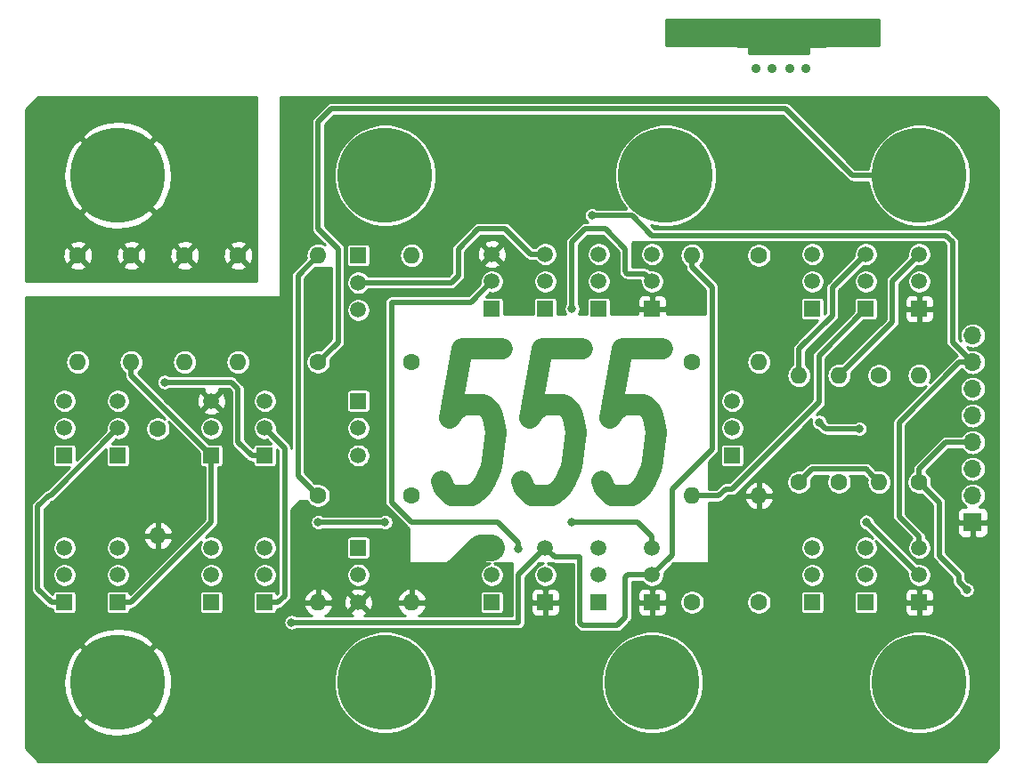
<source format=gbr>
G04 #@! TF.GenerationSoftware,KiCad,Pcbnew,(5.1.0)-1*
G04 #@! TF.CreationDate,2019-05-16T15:59:12+08:00*
G04 #@! TF.ProjectId,555,3535352e-6b69-4636-9164-5f7063625858,V1.001*
G04 #@! TF.SameCoordinates,Original*
G04 #@! TF.FileFunction,Copper,L1,Top*
G04 #@! TF.FilePolarity,Positive*
%FSLAX46Y46*%
G04 Gerber Fmt 4.6, Leading zero omitted, Abs format (unit mm)*
G04 Created by KiCad (PCBNEW (5.1.0)-1) date 2019-05-16 15:59:12*
%MOMM*%
%LPD*%
G04 APERTURE LIST*
%ADD10C,2.000000*%
%ADD11C,9.000000*%
%ADD12C,0.900000*%
%ADD13C,1.500000*%
%ADD14R,1.500000X1.500000*%
%ADD15O,1.600000X1.600000*%
%ADD16C,1.600000*%
%ADD17O,1.700000X1.700000*%
%ADD18R,1.700000X1.700000*%
%ADD19C,0.889000*%
%ADD20C,0.800000*%
%ADD21C,2.540000*%
%ADD22C,0.508000*%
%ADD23C,0.254000*%
G04 APERTURE END LIST*
D10*
X112754047Y-104093333D02*
X108944523Y-104093333D01*
X107730238Y-110760000D01*
X108194523Y-110093333D01*
X109039761Y-109426666D01*
X110944523Y-109426666D01*
X111623095Y-110093333D01*
X111920714Y-110760000D01*
X112135000Y-112093333D01*
X111718333Y-115426666D01*
X111170714Y-116760000D01*
X110706428Y-117426666D01*
X109861190Y-118093333D01*
X107956428Y-118093333D01*
X107277857Y-117426666D01*
X106980238Y-116760000D01*
X120373095Y-104093333D02*
X116563571Y-104093333D01*
X115349285Y-110760000D01*
X115813571Y-110093333D01*
X116658809Y-109426666D01*
X118563571Y-109426666D01*
X119242142Y-110093333D01*
X119539761Y-110760000D01*
X119754047Y-112093333D01*
X119337380Y-115426666D01*
X118789761Y-116760000D01*
X118325476Y-117426666D01*
X117480238Y-118093333D01*
X115575476Y-118093333D01*
X114896904Y-117426666D01*
X114599285Y-116760000D01*
X127992142Y-104093333D02*
X124182619Y-104093333D01*
X122968333Y-110760000D01*
X123432619Y-110093333D01*
X124277857Y-109426666D01*
X126182619Y-109426666D01*
X126861190Y-110093333D01*
X127158809Y-110760000D01*
X127373095Y-112093333D01*
X126956428Y-115426666D01*
X126408809Y-116760000D01*
X125944523Y-117426666D01*
X125099285Y-118093333D01*
X123194523Y-118093333D01*
X122515952Y-117426666D01*
X122218333Y-116760000D01*
D11*
X101600000Y-87630000D03*
D12*
X104975000Y-87630000D03*
X103986485Y-90016485D03*
X101600000Y-91005000D03*
X99213515Y-90016485D03*
X98225000Y-87630000D03*
X99213515Y-85243515D03*
X101600000Y-84255000D03*
X103986485Y-85243515D03*
D11*
X152400000Y-135890000D03*
D12*
X155775000Y-135890000D03*
X154786485Y-138276485D03*
X152400000Y-139265000D03*
X150013515Y-138276485D03*
X149025000Y-135890000D03*
X150013515Y-133503515D03*
X152400000Y-132515000D03*
X154786485Y-133503515D03*
D11*
X101600000Y-135890000D03*
D12*
X104975000Y-135890000D03*
X103986485Y-138276485D03*
X101600000Y-139265000D03*
X99213515Y-138276485D03*
X98225000Y-135890000D03*
X99213515Y-133503515D03*
X101600000Y-132515000D03*
X103986485Y-133503515D03*
D11*
X127000000Y-135890000D03*
D12*
X130375000Y-135890000D03*
X129386485Y-138276485D03*
X127000000Y-139265000D03*
X124613515Y-138276485D03*
X123625000Y-135890000D03*
X124613515Y-133503515D03*
X127000000Y-132515000D03*
X129386485Y-133503515D03*
D11*
X152400000Y-87630000D03*
D12*
X155775000Y-87630000D03*
X154786485Y-90016485D03*
X152400000Y-91005000D03*
X150013515Y-90016485D03*
X149025000Y-87630000D03*
X150013515Y-85243515D03*
X152400000Y-84255000D03*
X154786485Y-85243515D03*
D11*
X76200000Y-135890000D03*
D12*
X79575000Y-135890000D03*
X78586485Y-138276485D03*
X76200000Y-139265000D03*
X73813515Y-138276485D03*
X72825000Y-135890000D03*
X73813515Y-133503515D03*
X76200000Y-132515000D03*
X78586485Y-133503515D03*
D11*
X128270000Y-87630000D03*
D12*
X131645000Y-87630000D03*
X130656485Y-90016485D03*
X128270000Y-91005000D03*
X125883515Y-90016485D03*
X124895000Y-87630000D03*
X125883515Y-85243515D03*
X128270000Y-84255000D03*
X130656485Y-85243515D03*
D11*
X76200000Y-87630000D03*
D12*
X79575000Y-87630000D03*
X78586485Y-90016485D03*
X76200000Y-91005000D03*
X73813515Y-90016485D03*
X72825000Y-87630000D03*
X73813515Y-85243515D03*
X76200000Y-84255000D03*
X78586485Y-85243515D03*
D13*
X127000000Y-97730000D03*
X127000000Y-95130000D03*
D14*
X127000000Y-100330000D03*
D15*
X87630000Y-105410000D03*
D16*
X87630000Y-95250000D03*
X80010000Y-111760000D03*
D15*
X80010000Y-121920000D03*
D17*
X157480000Y-102870000D03*
X157480000Y-105410000D03*
X157480000Y-107950000D03*
X157480000Y-110490000D03*
X157480000Y-113030000D03*
X157480000Y-115570000D03*
X157480000Y-118110000D03*
D18*
X157480000Y-120650000D03*
D13*
X71120000Y-125670000D03*
X71120000Y-123070000D03*
D14*
X71120000Y-128270000D03*
D13*
X71120000Y-111700000D03*
X71120000Y-109100000D03*
D14*
X71120000Y-114300000D03*
X76200000Y-114300000D03*
D13*
X76200000Y-109100000D03*
X76200000Y-111700000D03*
X76200000Y-125670000D03*
X76200000Y-123070000D03*
D14*
X76200000Y-128270000D03*
D13*
X85090000Y-111700000D03*
X85090000Y-109100000D03*
D14*
X85090000Y-114300000D03*
D13*
X90170000Y-111700000D03*
X90170000Y-109100000D03*
D14*
X90170000Y-114300000D03*
X85090000Y-128270000D03*
D13*
X85090000Y-123070000D03*
X85090000Y-125670000D03*
D14*
X90170000Y-128270000D03*
D13*
X90170000Y-123070000D03*
X90170000Y-125670000D03*
D14*
X99060000Y-123063000D03*
D13*
X99060000Y-128263000D03*
X99060000Y-125663000D03*
X99060000Y-111693000D03*
X99060000Y-114293000D03*
D14*
X99060000Y-109093000D03*
D13*
X99060000Y-97850000D03*
X99060000Y-100450000D03*
D14*
X99060000Y-95250000D03*
D13*
X111760000Y-97730000D03*
X111760000Y-95130000D03*
D14*
X111760000Y-100330000D03*
X111760000Y-128270000D03*
D13*
X111760000Y-123070000D03*
X111760000Y-125670000D03*
D14*
X116840000Y-100330000D03*
D13*
X116840000Y-95130000D03*
X116840000Y-97730000D03*
X116840000Y-125670000D03*
X116840000Y-123070000D03*
D14*
X116840000Y-128270000D03*
D13*
X121920000Y-97730000D03*
X121920000Y-95130000D03*
D14*
X121920000Y-100330000D03*
X121920000Y-128270000D03*
D13*
X121920000Y-123070000D03*
X121920000Y-125670000D03*
D14*
X127000000Y-128270000D03*
D13*
X127000000Y-123070000D03*
X127000000Y-125670000D03*
X134620000Y-111700000D03*
X134620000Y-109100000D03*
D14*
X134620000Y-114300000D03*
X142240000Y-100330000D03*
D13*
X142240000Y-95130000D03*
X142240000Y-97730000D03*
D14*
X142240000Y-128270000D03*
D13*
X142240000Y-123070000D03*
X142240000Y-125670000D03*
D14*
X147320000Y-100330000D03*
D13*
X147320000Y-95130000D03*
X147320000Y-97730000D03*
X147320000Y-125670000D03*
X147320000Y-123070000D03*
D14*
X147320000Y-128270000D03*
D13*
X152400000Y-97730000D03*
X152400000Y-95130000D03*
D14*
X152400000Y-100330000D03*
D13*
X152400000Y-125670000D03*
X152400000Y-123070000D03*
D14*
X152400000Y-128270000D03*
D16*
X72390000Y-95250000D03*
D15*
X72390000Y-105410000D03*
D16*
X77470000Y-95250000D03*
D15*
X77470000Y-105410000D03*
X82550000Y-105410000D03*
D16*
X82550000Y-95250000D03*
X95250000Y-105410000D03*
D15*
X95250000Y-95250000D03*
X95250000Y-128270000D03*
D16*
X95250000Y-118110000D03*
D15*
X104140000Y-128270000D03*
D16*
X104140000Y-118110000D03*
X104140000Y-105410000D03*
D15*
X104140000Y-95250000D03*
X130810000Y-118110000D03*
D16*
X130810000Y-128270000D03*
D15*
X130810000Y-95250000D03*
D16*
X130810000Y-105410000D03*
X137160000Y-95250000D03*
D15*
X137160000Y-105410000D03*
D16*
X137160000Y-128270000D03*
D15*
X137160000Y-118110000D03*
X140970000Y-106680000D03*
D16*
X140970000Y-116840000D03*
D15*
X144780000Y-106680000D03*
D16*
X144780000Y-116840000D03*
X148590000Y-106680000D03*
D15*
X148590000Y-116840000D03*
X152400000Y-106680000D03*
D16*
X152400000Y-116840000D03*
D19*
X136906000Y-77470000D03*
X138430000Y-77470000D03*
X140081000Y-77470000D03*
X141605000Y-77470000D03*
D20*
X85725000Y-89535000D03*
X85725000Y-87630000D03*
X85725000Y-91440000D03*
X87630000Y-89535000D03*
X83820000Y-89535000D03*
X85725000Y-85725000D03*
X85725000Y-81915000D03*
X85725000Y-83820000D03*
X83820000Y-83820000D03*
X87630000Y-83820000D03*
X156899999Y-127054999D03*
X121285000Y-91440000D03*
X121285000Y-91440000D03*
X80645000Y-107315000D03*
X114300000Y-123190000D03*
X95250000Y-120650000D03*
X101600000Y-120650000D03*
X119380000Y-120650000D03*
X119380000Y-100330000D03*
X147350000Y-120620000D03*
X146685000Y-111760000D03*
X142875000Y-111125000D03*
X92710000Y-130175000D03*
D21*
X110699340Y-123070000D02*
X108039340Y-125730000D01*
X111760000Y-123070000D02*
X110699340Y-123070000D01*
D22*
X146036039Y-87630000D02*
X139686039Y-81280000D01*
X152400000Y-87630000D02*
X146036039Y-87630000D01*
X139686039Y-81280000D02*
X96520000Y-81280000D01*
X96520000Y-81280000D02*
X95250000Y-82550000D01*
X95250000Y-82550000D02*
X95250000Y-92710000D01*
X95250000Y-92710000D02*
X97155000Y-94615000D01*
X97155000Y-103505000D02*
X95250000Y-105410000D01*
X97155000Y-94615000D02*
X97155000Y-103505000D01*
X149860000Y-97670000D02*
X152400000Y-95130000D01*
X144780000Y-106680000D02*
X149860000Y-101600000D01*
X149860000Y-101600000D02*
X149860000Y-97670000D01*
X156175999Y-126330999D02*
X156175999Y-125695999D01*
X156899999Y-127054999D02*
X156175999Y-126330999D01*
X156175999Y-125695999D02*
X154305000Y-123825000D01*
X154305000Y-118745000D02*
X152400000Y-116840000D01*
X154305000Y-123825000D02*
X154305000Y-118745000D01*
X152400000Y-116840000D02*
X152400000Y-115570000D01*
X154940000Y-113030000D02*
X157480000Y-113030000D01*
X152400000Y-115570000D02*
X154940000Y-113030000D01*
X155575000Y-103505000D02*
X157480000Y-105410000D01*
X155575000Y-93980000D02*
X155575000Y-103505000D01*
X154940000Y-93345000D02*
X155575000Y-93980000D01*
X126996922Y-93345000D02*
X154940000Y-93345000D01*
X121285000Y-91440000D02*
X125091922Y-91440000D01*
X125091922Y-91440000D02*
X126996922Y-93345000D01*
X152400000Y-122009340D02*
X150495000Y-120104340D01*
X152400000Y-123070000D02*
X152400000Y-122009340D01*
X150495000Y-120104340D02*
X150495000Y-111125000D01*
X156210000Y-105410000D02*
X157480000Y-105410000D01*
X150495000Y-111125000D02*
X156210000Y-105410000D01*
X69862000Y-128270000D02*
X68580000Y-126988000D01*
X71120000Y-128270000D02*
X69862000Y-128270000D01*
X68580000Y-119157202D02*
X69627202Y-118110000D01*
X68580000Y-126988000D02*
X68580000Y-119157202D01*
X69790000Y-118110000D02*
X76200000Y-111700000D01*
X69627202Y-118110000D02*
X69790000Y-118110000D01*
X88912000Y-114300000D02*
X87630000Y-113018000D01*
X90170000Y-114300000D02*
X88912000Y-114300000D01*
X87630000Y-113018000D02*
X87630000Y-107950000D01*
X87630000Y-107950000D02*
X87630000Y-107950000D01*
X87630000Y-107950000D02*
X86995000Y-107315000D01*
X86995000Y-107315000D02*
X80645000Y-107315000D01*
X80645000Y-107315000D02*
X80645000Y-107315000D01*
X85090000Y-115558000D02*
X85090000Y-114300000D01*
X85090000Y-120638000D02*
X85090000Y-115558000D01*
X77458000Y-128270000D02*
X85090000Y-120638000D01*
X76200000Y-128270000D02*
X77458000Y-128270000D01*
X77470000Y-106680000D02*
X77470000Y-105410000D01*
X85090000Y-114300000D02*
X77470000Y-106680000D01*
X99060000Y-97850000D02*
X107890000Y-97850000D01*
X107890000Y-97850000D02*
X108585000Y-97155000D01*
X108585000Y-97155000D02*
X108585000Y-94615000D01*
X108585000Y-94615000D02*
X110490000Y-92710000D01*
X110490000Y-92710000D02*
X113030000Y-92710000D01*
X115450000Y-95130000D02*
X116840000Y-95130000D01*
X113030000Y-92710000D02*
X115450000Y-95130000D01*
X109795000Y-99695000D02*
X111760000Y-97730000D01*
X114300000Y-123190000D02*
X114300000Y-122624315D01*
X112325685Y-120650000D02*
X104140000Y-120650000D01*
X104140000Y-120650000D02*
X102235000Y-118745000D01*
X114300000Y-122624315D02*
X112325685Y-120650000D01*
X102235000Y-118745000D02*
X102235000Y-99695000D01*
X102235000Y-99695000D02*
X109795000Y-99695000D01*
X94450001Y-117310001D02*
X95250000Y-118110000D01*
X93345000Y-116205000D02*
X94450001Y-117310001D01*
X93345000Y-97155000D02*
X93345000Y-116205000D01*
X95250000Y-95250000D02*
X93345000Y-97155000D01*
X95250000Y-120650000D02*
X101600000Y-120650000D01*
X101600000Y-120650000D02*
X101600000Y-120650000D01*
X130810000Y-118110000D02*
X133350000Y-118110000D01*
X133985000Y-117475000D02*
X134620000Y-117475000D01*
X133350000Y-118110000D02*
X133985000Y-117475000D01*
X134620000Y-117475000D02*
X142875000Y-109220000D01*
X142875000Y-109220000D02*
X142875000Y-104775000D01*
X142875000Y-104775000D02*
X147320000Y-100330000D01*
X127000000Y-122009340D02*
X125640660Y-120650000D01*
X127000000Y-123070000D02*
X127000000Y-122009340D01*
X125640660Y-120650000D02*
X119380000Y-120650000D01*
X126250001Y-96980001D02*
X127000000Y-97730000D01*
X124634999Y-96980001D02*
X126250001Y-96980001D01*
X119380000Y-93980000D02*
X120650000Y-92710000D01*
X119380000Y-100330000D02*
X119380000Y-93980000D01*
X120650000Y-92710000D02*
X122555000Y-92710000D01*
X122555000Y-92710000D02*
X124460000Y-94615000D01*
X124460000Y-94615000D02*
X124460000Y-96805002D01*
X124460000Y-96805002D02*
X124634999Y-96980001D01*
X147790001Y-116040001D02*
X148590000Y-116840000D01*
X147335999Y-115585999D02*
X147790001Y-116040001D01*
X142224001Y-115585999D02*
X147335999Y-115585999D01*
X140970000Y-116840000D02*
X142224001Y-115585999D01*
X144145000Y-98305000D02*
X147320000Y-95130000D01*
X144145000Y-100965000D02*
X144145000Y-98305000D01*
X140970000Y-106680000D02*
X140970000Y-104140000D01*
X140970000Y-104140000D02*
X144145000Y-100965000D01*
X152400000Y-125670000D02*
X147350000Y-120620000D01*
X146685000Y-111760000D02*
X144145000Y-111760000D01*
X144145000Y-111760000D02*
X143510000Y-111760000D01*
X143510000Y-111760000D02*
X142875000Y-111125000D01*
X90170000Y-128270000D02*
X91440000Y-128270000D01*
X91440000Y-128270000D02*
X92075000Y-127635000D01*
X92075000Y-113605000D02*
X90170000Y-111700000D01*
X92075000Y-127635000D02*
X92075000Y-113605000D01*
X92710000Y-130175000D02*
X92710000Y-130175000D01*
X128905000Y-123765000D02*
X127000000Y-125670000D01*
X128905000Y-117475000D02*
X128905000Y-123765000D01*
X132715000Y-113665000D02*
X128905000Y-117475000D01*
X132715000Y-98286370D02*
X132715000Y-113665000D01*
X130810000Y-95250000D02*
X130810000Y-96381370D01*
X130810000Y-96381370D02*
X132715000Y-98286370D01*
X117722000Y-123952000D02*
X116840000Y-123070000D01*
X120142000Y-130175000D02*
X120142000Y-123952000D01*
X124647000Y-125670000D02*
X124460000Y-125857000D01*
X127000000Y-125670000D02*
X124647000Y-125670000D01*
X124460000Y-125857000D02*
X124460000Y-129667000D01*
X124460000Y-129667000D02*
X123698000Y-130429000D01*
X123698000Y-130429000D02*
X120396000Y-130429000D01*
X120142000Y-123952000D02*
X117722000Y-123952000D01*
X120396000Y-130429000D02*
X120142000Y-130175000D01*
X114300000Y-125610000D02*
X116840000Y-123070000D01*
X92710000Y-130175000D02*
X114300000Y-130175000D01*
X114300000Y-130175000D02*
X114300000Y-125610000D01*
D23*
G36*
X148551001Y-75245000D02*
G01*
X144008374Y-75245000D01*
X143983580Y-75247442D01*
X143964118Y-75247442D01*
X143957439Y-75248144D01*
X143666515Y-75280777D01*
X143623893Y-75289837D01*
X143581108Y-75298308D01*
X143574692Y-75300294D01*
X143370599Y-75365036D01*
X141984126Y-75363000D01*
X141959346Y-75365404D01*
X141935512Y-75372596D01*
X141913538Y-75384300D01*
X141894269Y-75400066D01*
X141878447Y-75419288D01*
X141866679Y-75441227D01*
X141859417Y-75465041D01*
X141856940Y-75490000D01*
X141856940Y-76062568D01*
X136219065Y-76043424D01*
X136210926Y-75498105D01*
X136208116Y-75473367D01*
X136200534Y-75449654D01*
X136188472Y-75427875D01*
X136172392Y-75408867D01*
X136152914Y-75393362D01*
X136130784Y-75381955D01*
X136106855Y-75375084D01*
X136084724Y-75373002D01*
X135150218Y-75367233D01*
X134907979Y-75294096D01*
X134865196Y-75285625D01*
X134822570Y-75276565D01*
X134815893Y-75275863D01*
X134815891Y-75275863D01*
X134524686Y-75247310D01*
X134501228Y-75245000D01*
X128290746Y-75245000D01*
X128290746Y-72807000D01*
X148551000Y-72807000D01*
X148551001Y-75245000D01*
X148551001Y-75245000D01*
G37*
X148551001Y-75245000D02*
X144008374Y-75245000D01*
X143983580Y-75247442D01*
X143964118Y-75247442D01*
X143957439Y-75248144D01*
X143666515Y-75280777D01*
X143623893Y-75289837D01*
X143581108Y-75298308D01*
X143574692Y-75300294D01*
X143370599Y-75365036D01*
X141984126Y-75363000D01*
X141959346Y-75365404D01*
X141935512Y-75372596D01*
X141913538Y-75384300D01*
X141894269Y-75400066D01*
X141878447Y-75419288D01*
X141866679Y-75441227D01*
X141859417Y-75465041D01*
X141856940Y-75490000D01*
X141856940Y-76062568D01*
X136219065Y-76043424D01*
X136210926Y-75498105D01*
X136208116Y-75473367D01*
X136200534Y-75449654D01*
X136188472Y-75427875D01*
X136172392Y-75408867D01*
X136152914Y-75393362D01*
X136130784Y-75381955D01*
X136106855Y-75375084D01*
X136084724Y-75373002D01*
X135150218Y-75367233D01*
X134907979Y-75294096D01*
X134865196Y-75285625D01*
X134822570Y-75276565D01*
X134815893Y-75275863D01*
X134815891Y-75275863D01*
X134524686Y-75247310D01*
X134501228Y-75245000D01*
X128290746Y-75245000D01*
X128290746Y-72807000D01*
X148551000Y-72807000D01*
X148551001Y-75245000D01*
G36*
X159893000Y-81332606D02*
G01*
X159893000Y-142187394D01*
X158697394Y-143383000D01*
X68632606Y-143383000D01*
X67437000Y-142187394D01*
X67437000Y-139514971D01*
X72754634Y-139514971D01*
X73270783Y-140137788D01*
X74155768Y-140627630D01*
X75119314Y-140935407D01*
X76124389Y-141049293D01*
X77132370Y-140964910D01*
X78104520Y-140685501D01*
X79003481Y-140221803D01*
X79129217Y-140137788D01*
X79645366Y-139514971D01*
X76200000Y-136069605D01*
X72754634Y-139514971D01*
X67437000Y-139514971D01*
X67437000Y-135814389D01*
X71040707Y-135814389D01*
X71125090Y-136822370D01*
X71404499Y-137794520D01*
X71868197Y-138693481D01*
X71952212Y-138819217D01*
X72575029Y-139335366D01*
X76020395Y-135890000D01*
X76379605Y-135890000D01*
X79824971Y-139335366D01*
X80447788Y-138819217D01*
X80937630Y-137934232D01*
X81245407Y-136970686D01*
X81359293Y-135965611D01*
X81312719Y-135409263D01*
X96719000Y-135409263D01*
X96719000Y-136370737D01*
X96906574Y-137313735D01*
X97274514Y-138202020D01*
X97808680Y-139001456D01*
X98488544Y-139681320D01*
X99287980Y-140215486D01*
X100176265Y-140583426D01*
X101119263Y-140771000D01*
X102080737Y-140771000D01*
X103023735Y-140583426D01*
X103912020Y-140215486D01*
X104711456Y-139681320D01*
X105391320Y-139001456D01*
X105925486Y-138202020D01*
X106293426Y-137313735D01*
X106481000Y-136370737D01*
X106481000Y-135409263D01*
X122119000Y-135409263D01*
X122119000Y-136370737D01*
X122306574Y-137313735D01*
X122674514Y-138202020D01*
X123208680Y-139001456D01*
X123888544Y-139681320D01*
X124687980Y-140215486D01*
X125576265Y-140583426D01*
X126519263Y-140771000D01*
X127480737Y-140771000D01*
X128423735Y-140583426D01*
X129312020Y-140215486D01*
X130111456Y-139681320D01*
X130791320Y-139001456D01*
X131325486Y-138202020D01*
X131693426Y-137313735D01*
X131881000Y-136370737D01*
X131881000Y-135409263D01*
X147519000Y-135409263D01*
X147519000Y-136370737D01*
X147706574Y-137313735D01*
X148074514Y-138202020D01*
X148608680Y-139001456D01*
X149288544Y-139681320D01*
X150087980Y-140215486D01*
X150976265Y-140583426D01*
X151919263Y-140771000D01*
X152880737Y-140771000D01*
X153823735Y-140583426D01*
X154712020Y-140215486D01*
X155511456Y-139681320D01*
X156191320Y-139001456D01*
X156725486Y-138202020D01*
X157093426Y-137313735D01*
X157281000Y-136370737D01*
X157281000Y-135409263D01*
X157093426Y-134466265D01*
X156725486Y-133577980D01*
X156191320Y-132778544D01*
X155511456Y-132098680D01*
X154712020Y-131564514D01*
X153823735Y-131196574D01*
X152880737Y-131009000D01*
X151919263Y-131009000D01*
X150976265Y-131196574D01*
X150087980Y-131564514D01*
X149288544Y-132098680D01*
X148608680Y-132778544D01*
X148074514Y-133577980D01*
X147706574Y-134466265D01*
X147519000Y-135409263D01*
X131881000Y-135409263D01*
X131693426Y-134466265D01*
X131325486Y-133577980D01*
X130791320Y-132778544D01*
X130111456Y-132098680D01*
X129312020Y-131564514D01*
X128423735Y-131196574D01*
X127480737Y-131009000D01*
X126519263Y-131009000D01*
X125576265Y-131196574D01*
X124687980Y-131564514D01*
X123888544Y-132098680D01*
X123208680Y-132778544D01*
X122674514Y-133577980D01*
X122306574Y-134466265D01*
X122119000Y-135409263D01*
X106481000Y-135409263D01*
X106293426Y-134466265D01*
X105925486Y-133577980D01*
X105391320Y-132778544D01*
X104711456Y-132098680D01*
X103912020Y-131564514D01*
X103023735Y-131196574D01*
X102080737Y-131009000D01*
X101119263Y-131009000D01*
X100176265Y-131196574D01*
X99287980Y-131564514D01*
X98488544Y-132098680D01*
X97808680Y-132778544D01*
X97274514Y-133577980D01*
X96906574Y-134466265D01*
X96719000Y-135409263D01*
X81312719Y-135409263D01*
X81274910Y-134957630D01*
X80995501Y-133985480D01*
X80531803Y-133086519D01*
X80447788Y-132960783D01*
X79824971Y-132444634D01*
X76379605Y-135890000D01*
X76020395Y-135890000D01*
X72575029Y-132444634D01*
X71952212Y-132960783D01*
X71462370Y-133845768D01*
X71154593Y-134809314D01*
X71040707Y-135814389D01*
X67437000Y-135814389D01*
X67437000Y-132265029D01*
X72754634Y-132265029D01*
X76200000Y-135710395D01*
X79645366Y-132265029D01*
X79129217Y-131642212D01*
X78244232Y-131152370D01*
X77280686Y-130844593D01*
X76275611Y-130730707D01*
X75267630Y-130815090D01*
X74295480Y-131094499D01*
X73396519Y-131558197D01*
X73270783Y-131642212D01*
X72754634Y-132265029D01*
X67437000Y-132265029D01*
X67437000Y-130098078D01*
X91929000Y-130098078D01*
X91929000Y-130251922D01*
X91959013Y-130402809D01*
X92017887Y-130544942D01*
X92103358Y-130672859D01*
X92212141Y-130781642D01*
X92340058Y-130867113D01*
X92482191Y-130925987D01*
X92633078Y-130956000D01*
X92786922Y-130956000D01*
X92937809Y-130925987D01*
X93079942Y-130867113D01*
X93165418Y-130810000D01*
X114268808Y-130810000D01*
X114300000Y-130813072D01*
X114331191Y-130810000D01*
X114331192Y-130810000D01*
X114424482Y-130800812D01*
X114544180Y-130764502D01*
X114654494Y-130705537D01*
X114751185Y-130626185D01*
X114830537Y-130529494D01*
X114889502Y-130419180D01*
X114925812Y-130299482D01*
X114938072Y-130175000D01*
X114935000Y-130143808D01*
X114935000Y-129020000D01*
X115451928Y-129020000D01*
X115464188Y-129144482D01*
X115500498Y-129264180D01*
X115559463Y-129374494D01*
X115638815Y-129471185D01*
X115735506Y-129550537D01*
X115845820Y-129609502D01*
X115965518Y-129645812D01*
X116090000Y-129658072D01*
X116554250Y-129655000D01*
X116713000Y-129496250D01*
X116713000Y-128397000D01*
X116967000Y-128397000D01*
X116967000Y-129496250D01*
X117125750Y-129655000D01*
X117590000Y-129658072D01*
X117714482Y-129645812D01*
X117834180Y-129609502D01*
X117944494Y-129550537D01*
X118041185Y-129471185D01*
X118120537Y-129374494D01*
X118179502Y-129264180D01*
X118215812Y-129144482D01*
X118228072Y-129020000D01*
X118225000Y-128555750D01*
X118066250Y-128397000D01*
X116967000Y-128397000D01*
X116713000Y-128397000D01*
X115613750Y-128397000D01*
X115455000Y-128555750D01*
X115451928Y-129020000D01*
X114935000Y-129020000D01*
X114935000Y-127520000D01*
X115451928Y-127520000D01*
X115455000Y-127984250D01*
X115613750Y-128143000D01*
X116713000Y-128143000D01*
X116713000Y-127043750D01*
X116967000Y-127043750D01*
X116967000Y-128143000D01*
X118066250Y-128143000D01*
X118225000Y-127984250D01*
X118228072Y-127520000D01*
X118215812Y-127395518D01*
X118179502Y-127275820D01*
X118120537Y-127165506D01*
X118041185Y-127068815D01*
X117944494Y-126989463D01*
X117834180Y-126930498D01*
X117714482Y-126894188D01*
X117590000Y-126881928D01*
X117125750Y-126885000D01*
X116967000Y-127043750D01*
X116713000Y-127043750D01*
X116554250Y-126885000D01*
X116090000Y-126881928D01*
X115965518Y-126894188D01*
X115845820Y-126930498D01*
X115735506Y-126989463D01*
X115638815Y-127068815D01*
X115559463Y-127165506D01*
X115500498Y-127275820D01*
X115464188Y-127395518D01*
X115451928Y-127520000D01*
X114935000Y-127520000D01*
X114935000Y-125873024D01*
X116247025Y-124561000D01*
X116618006Y-124561000D01*
X116510100Y-124582464D01*
X116304271Y-124667721D01*
X116119030Y-124791495D01*
X115961495Y-124949030D01*
X115837721Y-125134271D01*
X115752464Y-125340100D01*
X115709000Y-125558606D01*
X115709000Y-125781394D01*
X115752464Y-125999900D01*
X115837721Y-126205729D01*
X115961495Y-126390970D01*
X116119030Y-126548505D01*
X116304271Y-126672279D01*
X116510100Y-126757536D01*
X116728606Y-126801000D01*
X116951394Y-126801000D01*
X117169900Y-126757536D01*
X117375729Y-126672279D01*
X117560970Y-126548505D01*
X117718505Y-126390970D01*
X117842279Y-126205729D01*
X117927536Y-125999900D01*
X117971000Y-125781394D01*
X117971000Y-125558606D01*
X117927536Y-125340100D01*
X117842279Y-125134271D01*
X117718505Y-124949030D01*
X117560970Y-124791495D01*
X117375729Y-124667721D01*
X117169900Y-124582464D01*
X117061994Y-124561000D01*
X117542096Y-124561000D01*
X117597518Y-124577812D01*
X117690808Y-124587000D01*
X117690818Y-124587000D01*
X117721999Y-124590071D01*
X117753180Y-124587000D01*
X119507001Y-124587000D01*
X119507000Y-130143819D01*
X119503929Y-130175000D01*
X119507000Y-130206181D01*
X119507000Y-130206191D01*
X119516188Y-130299481D01*
X119552498Y-130419179D01*
X119611463Y-130529493D01*
X119690815Y-130626185D01*
X119715050Y-130646074D01*
X119924926Y-130855950D01*
X119944815Y-130880185D01*
X120041506Y-130959537D01*
X120151820Y-131018502D01*
X120271518Y-131054812D01*
X120364808Y-131064000D01*
X120364818Y-131064000D01*
X120395999Y-131067071D01*
X120427180Y-131064000D01*
X123666819Y-131064000D01*
X123698000Y-131067071D01*
X123729181Y-131064000D01*
X123729192Y-131064000D01*
X123822482Y-131054812D01*
X123942180Y-131018502D01*
X124052494Y-130959537D01*
X124149185Y-130880185D01*
X124169074Y-130855950D01*
X124886960Y-130138066D01*
X124911185Y-130118185D01*
X124931065Y-130093961D01*
X124931069Y-130093957D01*
X124990538Y-130021494D01*
X125049502Y-129911180D01*
X125053360Y-129898463D01*
X125085812Y-129791482D01*
X125095000Y-129698192D01*
X125095000Y-129698189D01*
X125098072Y-129667000D01*
X125095000Y-129635811D01*
X125095000Y-129020000D01*
X125611928Y-129020000D01*
X125624188Y-129144482D01*
X125660498Y-129264180D01*
X125719463Y-129374494D01*
X125798815Y-129471185D01*
X125895506Y-129550537D01*
X126005820Y-129609502D01*
X126125518Y-129645812D01*
X126250000Y-129658072D01*
X126714250Y-129655000D01*
X126873000Y-129496250D01*
X126873000Y-128397000D01*
X127127000Y-128397000D01*
X127127000Y-129496250D01*
X127285750Y-129655000D01*
X127750000Y-129658072D01*
X127874482Y-129645812D01*
X127994180Y-129609502D01*
X128104494Y-129550537D01*
X128201185Y-129471185D01*
X128280537Y-129374494D01*
X128339502Y-129264180D01*
X128375812Y-129144482D01*
X128388072Y-129020000D01*
X128385000Y-128555750D01*
X128226250Y-128397000D01*
X127127000Y-128397000D01*
X126873000Y-128397000D01*
X125773750Y-128397000D01*
X125615000Y-128555750D01*
X125611928Y-129020000D01*
X125095000Y-129020000D01*
X125095000Y-128153682D01*
X129629000Y-128153682D01*
X129629000Y-128386318D01*
X129674386Y-128614485D01*
X129763412Y-128829413D01*
X129892658Y-129022843D01*
X130057157Y-129187342D01*
X130250587Y-129316588D01*
X130465515Y-129405614D01*
X130693682Y-129451000D01*
X130926318Y-129451000D01*
X131154485Y-129405614D01*
X131369413Y-129316588D01*
X131562843Y-129187342D01*
X131727342Y-129022843D01*
X131856588Y-128829413D01*
X131945614Y-128614485D01*
X131991000Y-128386318D01*
X131991000Y-128153682D01*
X135979000Y-128153682D01*
X135979000Y-128386318D01*
X136024386Y-128614485D01*
X136113412Y-128829413D01*
X136242658Y-129022843D01*
X136407157Y-129187342D01*
X136600587Y-129316588D01*
X136815515Y-129405614D01*
X137043682Y-129451000D01*
X137276318Y-129451000D01*
X137504485Y-129405614D01*
X137719413Y-129316588D01*
X137912843Y-129187342D01*
X138077342Y-129022843D01*
X138206588Y-128829413D01*
X138295614Y-128614485D01*
X138341000Y-128386318D01*
X138341000Y-128153682D01*
X138295614Y-127925515D01*
X138206588Y-127710587D01*
X138079242Y-127520000D01*
X141107157Y-127520000D01*
X141107157Y-129020000D01*
X141114513Y-129094689D01*
X141136299Y-129166508D01*
X141171678Y-129232696D01*
X141219289Y-129290711D01*
X141277304Y-129338322D01*
X141343492Y-129373701D01*
X141415311Y-129395487D01*
X141490000Y-129402843D01*
X142990000Y-129402843D01*
X143064689Y-129395487D01*
X143136508Y-129373701D01*
X143202696Y-129338322D01*
X143260711Y-129290711D01*
X143308322Y-129232696D01*
X143343701Y-129166508D01*
X143365487Y-129094689D01*
X143372843Y-129020000D01*
X143372843Y-127520000D01*
X146187157Y-127520000D01*
X146187157Y-129020000D01*
X146194513Y-129094689D01*
X146216299Y-129166508D01*
X146251678Y-129232696D01*
X146299289Y-129290711D01*
X146357304Y-129338322D01*
X146423492Y-129373701D01*
X146495311Y-129395487D01*
X146570000Y-129402843D01*
X148070000Y-129402843D01*
X148144689Y-129395487D01*
X148216508Y-129373701D01*
X148282696Y-129338322D01*
X148340711Y-129290711D01*
X148388322Y-129232696D01*
X148423701Y-129166508D01*
X148445487Y-129094689D01*
X148452843Y-129020000D01*
X151011928Y-129020000D01*
X151024188Y-129144482D01*
X151060498Y-129264180D01*
X151119463Y-129374494D01*
X151198815Y-129471185D01*
X151295506Y-129550537D01*
X151405820Y-129609502D01*
X151525518Y-129645812D01*
X151650000Y-129658072D01*
X152114250Y-129655000D01*
X152273000Y-129496250D01*
X152273000Y-128397000D01*
X152527000Y-128397000D01*
X152527000Y-129496250D01*
X152685750Y-129655000D01*
X153150000Y-129658072D01*
X153274482Y-129645812D01*
X153394180Y-129609502D01*
X153504494Y-129550537D01*
X153601185Y-129471185D01*
X153680537Y-129374494D01*
X153739502Y-129264180D01*
X153775812Y-129144482D01*
X153788072Y-129020000D01*
X153785000Y-128555750D01*
X153626250Y-128397000D01*
X152527000Y-128397000D01*
X152273000Y-128397000D01*
X151173750Y-128397000D01*
X151015000Y-128555750D01*
X151011928Y-129020000D01*
X148452843Y-129020000D01*
X148452843Y-127520000D01*
X151011928Y-127520000D01*
X151015000Y-127984250D01*
X151173750Y-128143000D01*
X152273000Y-128143000D01*
X152273000Y-127043750D01*
X152527000Y-127043750D01*
X152527000Y-128143000D01*
X153626250Y-128143000D01*
X153785000Y-127984250D01*
X153788072Y-127520000D01*
X153775812Y-127395518D01*
X153739502Y-127275820D01*
X153680537Y-127165506D01*
X153601185Y-127068815D01*
X153504494Y-126989463D01*
X153394180Y-126930498D01*
X153274482Y-126894188D01*
X153150000Y-126881928D01*
X152685750Y-126885000D01*
X152527000Y-127043750D01*
X152273000Y-127043750D01*
X152114250Y-126885000D01*
X151650000Y-126881928D01*
X151525518Y-126894188D01*
X151405820Y-126930498D01*
X151295506Y-126989463D01*
X151198815Y-127068815D01*
X151119463Y-127165506D01*
X151060498Y-127275820D01*
X151024188Y-127395518D01*
X151011928Y-127520000D01*
X148452843Y-127520000D01*
X148445487Y-127445311D01*
X148423701Y-127373492D01*
X148388322Y-127307304D01*
X148340711Y-127249289D01*
X148282696Y-127201678D01*
X148216508Y-127166299D01*
X148144689Y-127144513D01*
X148070000Y-127137157D01*
X146570000Y-127137157D01*
X146495311Y-127144513D01*
X146423492Y-127166299D01*
X146357304Y-127201678D01*
X146299289Y-127249289D01*
X146251678Y-127307304D01*
X146216299Y-127373492D01*
X146194513Y-127445311D01*
X146187157Y-127520000D01*
X143372843Y-127520000D01*
X143365487Y-127445311D01*
X143343701Y-127373492D01*
X143308322Y-127307304D01*
X143260711Y-127249289D01*
X143202696Y-127201678D01*
X143136508Y-127166299D01*
X143064689Y-127144513D01*
X142990000Y-127137157D01*
X141490000Y-127137157D01*
X141415311Y-127144513D01*
X141343492Y-127166299D01*
X141277304Y-127201678D01*
X141219289Y-127249289D01*
X141171678Y-127307304D01*
X141136299Y-127373492D01*
X141114513Y-127445311D01*
X141107157Y-127520000D01*
X138079242Y-127520000D01*
X138077342Y-127517157D01*
X137912843Y-127352658D01*
X137719413Y-127223412D01*
X137504485Y-127134386D01*
X137276318Y-127089000D01*
X137043682Y-127089000D01*
X136815515Y-127134386D01*
X136600587Y-127223412D01*
X136407157Y-127352658D01*
X136242658Y-127517157D01*
X136113412Y-127710587D01*
X136024386Y-127925515D01*
X135979000Y-128153682D01*
X131991000Y-128153682D01*
X131945614Y-127925515D01*
X131856588Y-127710587D01*
X131727342Y-127517157D01*
X131562843Y-127352658D01*
X131369413Y-127223412D01*
X131154485Y-127134386D01*
X130926318Y-127089000D01*
X130693682Y-127089000D01*
X130465515Y-127134386D01*
X130250587Y-127223412D01*
X130057157Y-127352658D01*
X129892658Y-127517157D01*
X129763412Y-127710587D01*
X129674386Y-127925515D01*
X129629000Y-128153682D01*
X125095000Y-128153682D01*
X125095000Y-127520000D01*
X125611928Y-127520000D01*
X125615000Y-127984250D01*
X125773750Y-128143000D01*
X126873000Y-128143000D01*
X126873000Y-127043750D01*
X127127000Y-127043750D01*
X127127000Y-128143000D01*
X128226250Y-128143000D01*
X128385000Y-127984250D01*
X128388072Y-127520000D01*
X128375812Y-127395518D01*
X128339502Y-127275820D01*
X128280537Y-127165506D01*
X128201185Y-127068815D01*
X128104494Y-126989463D01*
X127994180Y-126930498D01*
X127874482Y-126894188D01*
X127750000Y-126881928D01*
X127285750Y-126885000D01*
X127127000Y-127043750D01*
X126873000Y-127043750D01*
X126714250Y-126885000D01*
X126250000Y-126881928D01*
X126125518Y-126894188D01*
X126005820Y-126930498D01*
X125895506Y-126989463D01*
X125798815Y-127068815D01*
X125719463Y-127165506D01*
X125660498Y-127275820D01*
X125624188Y-127395518D01*
X125611928Y-127520000D01*
X125095000Y-127520000D01*
X125095000Y-126305000D01*
X126064052Y-126305000D01*
X126121495Y-126390970D01*
X126279030Y-126548505D01*
X126464271Y-126672279D01*
X126670100Y-126757536D01*
X126888606Y-126801000D01*
X127111394Y-126801000D01*
X127329900Y-126757536D01*
X127535729Y-126672279D01*
X127720970Y-126548505D01*
X127878505Y-126390970D01*
X128002279Y-126205729D01*
X128087536Y-125999900D01*
X128131000Y-125781394D01*
X128131000Y-125558606D01*
X141109000Y-125558606D01*
X141109000Y-125781394D01*
X141152464Y-125999900D01*
X141237721Y-126205729D01*
X141361495Y-126390970D01*
X141519030Y-126548505D01*
X141704271Y-126672279D01*
X141910100Y-126757536D01*
X142128606Y-126801000D01*
X142351394Y-126801000D01*
X142569900Y-126757536D01*
X142775729Y-126672279D01*
X142960970Y-126548505D01*
X143118505Y-126390970D01*
X143242279Y-126205729D01*
X143327536Y-125999900D01*
X143371000Y-125781394D01*
X143371000Y-125558606D01*
X146189000Y-125558606D01*
X146189000Y-125781394D01*
X146232464Y-125999900D01*
X146317721Y-126205729D01*
X146441495Y-126390970D01*
X146599030Y-126548505D01*
X146784271Y-126672279D01*
X146990100Y-126757536D01*
X147208606Y-126801000D01*
X147431394Y-126801000D01*
X147649900Y-126757536D01*
X147855729Y-126672279D01*
X148040970Y-126548505D01*
X148198505Y-126390970D01*
X148322279Y-126205729D01*
X148407536Y-125999900D01*
X148451000Y-125781394D01*
X148451000Y-125558606D01*
X148407536Y-125340100D01*
X148322279Y-125134271D01*
X148198505Y-124949030D01*
X148040970Y-124791495D01*
X147855729Y-124667721D01*
X147649900Y-124582464D01*
X147431394Y-124539000D01*
X147208606Y-124539000D01*
X146990100Y-124582464D01*
X146784271Y-124667721D01*
X146599030Y-124791495D01*
X146441495Y-124949030D01*
X146317721Y-125134271D01*
X146232464Y-125340100D01*
X146189000Y-125558606D01*
X143371000Y-125558606D01*
X143327536Y-125340100D01*
X143242279Y-125134271D01*
X143118505Y-124949030D01*
X142960970Y-124791495D01*
X142775729Y-124667721D01*
X142569900Y-124582464D01*
X142351394Y-124539000D01*
X142128606Y-124539000D01*
X141910100Y-124582464D01*
X141704271Y-124667721D01*
X141519030Y-124791495D01*
X141361495Y-124949030D01*
X141237721Y-125134271D01*
X141152464Y-125340100D01*
X141109000Y-125558606D01*
X128131000Y-125558606D01*
X128110828Y-125457196D01*
X129007025Y-124561000D01*
X132357072Y-124561000D01*
X132357072Y-122958606D01*
X141109000Y-122958606D01*
X141109000Y-123181394D01*
X141152464Y-123399900D01*
X141237721Y-123605729D01*
X141361495Y-123790970D01*
X141519030Y-123948505D01*
X141704271Y-124072279D01*
X141910100Y-124157536D01*
X142128606Y-124201000D01*
X142351394Y-124201000D01*
X142569900Y-124157536D01*
X142775729Y-124072279D01*
X142960970Y-123948505D01*
X143118505Y-123790970D01*
X143242279Y-123605729D01*
X143327536Y-123399900D01*
X143371000Y-123181394D01*
X143371000Y-122958606D01*
X146189000Y-122958606D01*
X146189000Y-123181394D01*
X146232464Y-123399900D01*
X146317721Y-123605729D01*
X146441495Y-123790970D01*
X146599030Y-123948505D01*
X146784271Y-124072279D01*
X146990100Y-124157536D01*
X147208606Y-124201000D01*
X147431394Y-124201000D01*
X147649900Y-124157536D01*
X147855729Y-124072279D01*
X148040970Y-123948505D01*
X148198505Y-123790970D01*
X148322279Y-123605729D01*
X148407536Y-123399900D01*
X148451000Y-123181394D01*
X148451000Y-122958606D01*
X148407536Y-122740100D01*
X148322279Y-122534271D01*
X148233743Y-122401768D01*
X151289172Y-125457197D01*
X151269000Y-125558606D01*
X151269000Y-125781394D01*
X151312464Y-125999900D01*
X151397721Y-126205729D01*
X151521495Y-126390970D01*
X151679030Y-126548505D01*
X151864271Y-126672279D01*
X152070100Y-126757536D01*
X152288606Y-126801000D01*
X152511394Y-126801000D01*
X152729900Y-126757536D01*
X152935729Y-126672279D01*
X153120970Y-126548505D01*
X153278505Y-126390970D01*
X153402279Y-126205729D01*
X153487536Y-125999900D01*
X153531000Y-125781394D01*
X153531000Y-125558606D01*
X153487536Y-125340100D01*
X153402279Y-125134271D01*
X153278505Y-124949030D01*
X153120970Y-124791495D01*
X152935729Y-124667721D01*
X152729900Y-124582464D01*
X152511394Y-124539000D01*
X152288606Y-124539000D01*
X152187197Y-124559172D01*
X148121043Y-120493019D01*
X148100987Y-120392191D01*
X148042113Y-120250058D01*
X147956642Y-120122141D01*
X147847859Y-120013358D01*
X147719942Y-119927887D01*
X147577809Y-119869013D01*
X147426922Y-119839000D01*
X147273078Y-119839000D01*
X147122191Y-119869013D01*
X146980058Y-119927887D01*
X146852141Y-120013358D01*
X146743358Y-120122141D01*
X146657887Y-120250058D01*
X146599013Y-120392191D01*
X146569000Y-120543078D01*
X146569000Y-120696922D01*
X146599013Y-120847809D01*
X146657887Y-120989942D01*
X146743358Y-121117859D01*
X146852141Y-121226642D01*
X146980058Y-121312113D01*
X147122191Y-121370987D01*
X147223019Y-121391043D01*
X147988233Y-122156257D01*
X147855729Y-122067721D01*
X147649900Y-121982464D01*
X147431394Y-121939000D01*
X147208606Y-121939000D01*
X146990100Y-121982464D01*
X146784271Y-122067721D01*
X146599030Y-122191495D01*
X146441495Y-122349030D01*
X146317721Y-122534271D01*
X146232464Y-122740100D01*
X146189000Y-122958606D01*
X143371000Y-122958606D01*
X143327536Y-122740100D01*
X143242279Y-122534271D01*
X143118505Y-122349030D01*
X142960970Y-122191495D01*
X142775729Y-122067721D01*
X142569900Y-121982464D01*
X142351394Y-121939000D01*
X142128606Y-121939000D01*
X141910100Y-121982464D01*
X141704271Y-122067721D01*
X141519030Y-122191495D01*
X141361495Y-122349030D01*
X141237721Y-122534271D01*
X141152464Y-122740100D01*
X141109000Y-122958606D01*
X132357072Y-122958606D01*
X132357072Y-118745000D01*
X133318819Y-118745000D01*
X133350000Y-118748071D01*
X133381181Y-118745000D01*
X133381192Y-118745000D01*
X133474482Y-118735812D01*
X133594180Y-118699502D01*
X133704494Y-118640537D01*
X133801185Y-118561185D01*
X133821074Y-118536950D01*
X133898984Y-118459040D01*
X135768091Y-118459040D01*
X135862930Y-118723881D01*
X136007615Y-118965131D01*
X136196586Y-119173519D01*
X136422580Y-119341037D01*
X136676913Y-119461246D01*
X136810961Y-119501904D01*
X137033000Y-119379915D01*
X137033000Y-118237000D01*
X137287000Y-118237000D01*
X137287000Y-119379915D01*
X137509039Y-119501904D01*
X137643087Y-119461246D01*
X137897420Y-119341037D01*
X138123414Y-119173519D01*
X138312385Y-118965131D01*
X138457070Y-118723881D01*
X138551909Y-118459040D01*
X138430624Y-118237000D01*
X137287000Y-118237000D01*
X137033000Y-118237000D01*
X135889376Y-118237000D01*
X135768091Y-118459040D01*
X133898984Y-118459040D01*
X134248025Y-118110000D01*
X134588819Y-118110000D01*
X134620000Y-118113071D01*
X134651181Y-118110000D01*
X134651192Y-118110000D01*
X134744482Y-118100812D01*
X134864180Y-118064502D01*
X134974494Y-118005537D01*
X135071185Y-117926185D01*
X135091074Y-117901950D01*
X135232064Y-117760960D01*
X135768091Y-117760960D01*
X135889376Y-117983000D01*
X137033000Y-117983000D01*
X137033000Y-116840085D01*
X137287000Y-116840085D01*
X137287000Y-117983000D01*
X138430624Y-117983000D01*
X138551909Y-117760960D01*
X138457070Y-117496119D01*
X138312385Y-117254869D01*
X138123414Y-117046481D01*
X137897420Y-116878963D01*
X137643087Y-116758754D01*
X137527456Y-116723682D01*
X139789000Y-116723682D01*
X139789000Y-116956318D01*
X139834386Y-117184485D01*
X139923412Y-117399413D01*
X140052658Y-117592843D01*
X140217157Y-117757342D01*
X140410587Y-117886588D01*
X140625515Y-117975614D01*
X140853682Y-118021000D01*
X141086318Y-118021000D01*
X141314485Y-117975614D01*
X141529413Y-117886588D01*
X141722843Y-117757342D01*
X141887342Y-117592843D01*
X142016588Y-117399413D01*
X142105614Y-117184485D01*
X142151000Y-116956318D01*
X142151000Y-116723682D01*
X142123349Y-116584675D01*
X142487026Y-116220999D01*
X143773227Y-116220999D01*
X143733412Y-116280587D01*
X143644386Y-116495515D01*
X143599000Y-116723682D01*
X143599000Y-116956318D01*
X143644386Y-117184485D01*
X143733412Y-117399413D01*
X143862658Y-117592843D01*
X144027157Y-117757342D01*
X144220587Y-117886588D01*
X144435515Y-117975614D01*
X144663682Y-118021000D01*
X144896318Y-118021000D01*
X145124485Y-117975614D01*
X145339413Y-117886588D01*
X145532843Y-117757342D01*
X145697342Y-117592843D01*
X145826588Y-117399413D01*
X145915614Y-117184485D01*
X145961000Y-116956318D01*
X145961000Y-116723682D01*
X145915614Y-116495515D01*
X145826588Y-116280587D01*
X145786773Y-116220999D01*
X147072974Y-116220999D01*
X147363044Y-116511070D01*
X147363055Y-116511079D01*
X147434088Y-116582112D01*
X147426088Y-116608484D01*
X147403286Y-116840000D01*
X147426088Y-117071516D01*
X147493619Y-117294136D01*
X147603283Y-117499303D01*
X147750866Y-117679134D01*
X147930697Y-117826717D01*
X148135864Y-117936381D01*
X148358484Y-118003912D01*
X148531984Y-118021000D01*
X148648016Y-118021000D01*
X148821516Y-118003912D01*
X149044136Y-117936381D01*
X149249303Y-117826717D01*
X149429134Y-117679134D01*
X149576717Y-117499303D01*
X149686381Y-117294136D01*
X149753912Y-117071516D01*
X149776714Y-116840000D01*
X149753912Y-116608484D01*
X149686381Y-116385864D01*
X149576717Y-116180697D01*
X149429134Y-116000866D01*
X149249303Y-115853283D01*
X149044136Y-115743619D01*
X148821516Y-115676088D01*
X148648016Y-115659000D01*
X148531984Y-115659000D01*
X148358484Y-115676088D01*
X148332112Y-115684088D01*
X148261079Y-115613055D01*
X148261070Y-115613044D01*
X147807073Y-115159048D01*
X147787184Y-115134814D01*
X147690493Y-115055462D01*
X147580179Y-114996497D01*
X147460481Y-114960187D01*
X147367191Y-114950999D01*
X147367180Y-114950999D01*
X147335999Y-114947928D01*
X147304818Y-114950999D01*
X142255181Y-114950999D01*
X142224000Y-114947928D01*
X142192819Y-114950999D01*
X142192809Y-114950999D01*
X142099519Y-114960187D01*
X141979821Y-114996497D01*
X141869507Y-115055462D01*
X141772816Y-115134814D01*
X141752931Y-115159044D01*
X141225325Y-115686651D01*
X141086318Y-115659000D01*
X140853682Y-115659000D01*
X140625515Y-115704386D01*
X140410587Y-115793412D01*
X140217157Y-115922658D01*
X140052658Y-116087157D01*
X139923412Y-116280587D01*
X139834386Y-116495515D01*
X139789000Y-116723682D01*
X137527456Y-116723682D01*
X137509039Y-116718096D01*
X137287000Y-116840085D01*
X137033000Y-116840085D01*
X136810961Y-116718096D01*
X136676913Y-116758754D01*
X136422580Y-116878963D01*
X136196586Y-117046481D01*
X136007615Y-117254869D01*
X135862930Y-117496119D01*
X135768091Y-117760960D01*
X135232064Y-117760960D01*
X142143939Y-110849086D01*
X142124013Y-110897191D01*
X142094000Y-111048078D01*
X142094000Y-111201922D01*
X142124013Y-111352809D01*
X142182887Y-111494942D01*
X142268358Y-111622859D01*
X142377141Y-111731642D01*
X142505058Y-111817113D01*
X142647191Y-111875987D01*
X142748017Y-111896042D01*
X143038934Y-112186960D01*
X143058815Y-112211185D01*
X143083039Y-112231065D01*
X143083043Y-112231069D01*
X143155506Y-112290538D01*
X143265820Y-112349502D01*
X143385518Y-112385812D01*
X143478808Y-112395000D01*
X143478811Y-112395000D01*
X143510000Y-112398072D01*
X143541189Y-112395000D01*
X146229582Y-112395000D01*
X146315058Y-112452113D01*
X146457191Y-112510987D01*
X146608078Y-112541000D01*
X146761922Y-112541000D01*
X146912809Y-112510987D01*
X147054942Y-112452113D01*
X147182859Y-112366642D01*
X147291642Y-112257859D01*
X147377113Y-112129942D01*
X147435987Y-111987809D01*
X147466000Y-111836922D01*
X147466000Y-111683078D01*
X147435987Y-111532191D01*
X147377113Y-111390058D01*
X147291642Y-111262141D01*
X147182859Y-111153358D01*
X147054942Y-111067887D01*
X146912809Y-111009013D01*
X146761922Y-110979000D01*
X146608078Y-110979000D01*
X146457191Y-111009013D01*
X146315058Y-111067887D01*
X146229582Y-111125000D01*
X143773025Y-111125000D01*
X143646042Y-110998017D01*
X143625987Y-110897191D01*
X143567113Y-110755058D01*
X143481642Y-110627141D01*
X143372859Y-110518358D01*
X143244942Y-110432887D01*
X143102809Y-110374013D01*
X142951922Y-110344000D01*
X142798078Y-110344000D01*
X142647191Y-110374013D01*
X142599086Y-110393939D01*
X143301956Y-109691069D01*
X143326185Y-109671185D01*
X143372016Y-109615340D01*
X143405538Y-109574494D01*
X143464502Y-109464180D01*
X143471158Y-109442238D01*
X143500812Y-109344482D01*
X143510000Y-109251192D01*
X143510000Y-109251181D01*
X143513071Y-109220000D01*
X143510000Y-109188819D01*
X143510000Y-106680000D01*
X143593286Y-106680000D01*
X143616088Y-106911516D01*
X143683619Y-107134136D01*
X143793283Y-107339303D01*
X143940866Y-107519134D01*
X144120697Y-107666717D01*
X144325864Y-107776381D01*
X144548484Y-107843912D01*
X144721984Y-107861000D01*
X144838016Y-107861000D01*
X145011516Y-107843912D01*
X145234136Y-107776381D01*
X145439303Y-107666717D01*
X145619134Y-107519134D01*
X145766717Y-107339303D01*
X145876381Y-107134136D01*
X145943912Y-106911516D01*
X145966714Y-106680000D01*
X145955258Y-106563682D01*
X147409000Y-106563682D01*
X147409000Y-106796318D01*
X147454386Y-107024485D01*
X147543412Y-107239413D01*
X147672658Y-107432843D01*
X147837157Y-107597342D01*
X148030587Y-107726588D01*
X148245515Y-107815614D01*
X148473682Y-107861000D01*
X148706318Y-107861000D01*
X148934485Y-107815614D01*
X149149413Y-107726588D01*
X149342843Y-107597342D01*
X149507342Y-107432843D01*
X149636588Y-107239413D01*
X149725614Y-107024485D01*
X149771000Y-106796318D01*
X149771000Y-106563682D01*
X149725614Y-106335515D01*
X149636588Y-106120587D01*
X149507342Y-105927157D01*
X149342843Y-105762658D01*
X149149413Y-105633412D01*
X148934485Y-105544386D01*
X148706318Y-105499000D01*
X148473682Y-105499000D01*
X148245515Y-105544386D01*
X148030587Y-105633412D01*
X147837157Y-105762658D01*
X147672658Y-105927157D01*
X147543412Y-106120587D01*
X147454386Y-106335515D01*
X147409000Y-106563682D01*
X145955258Y-106563682D01*
X145943912Y-106448484D01*
X145935912Y-106422112D01*
X150286956Y-102071069D01*
X150311185Y-102051185D01*
X150357016Y-101995340D01*
X150390538Y-101954494D01*
X150449502Y-101844180D01*
X150450312Y-101841509D01*
X150485812Y-101724482D01*
X150495000Y-101631192D01*
X150495000Y-101631189D01*
X150498072Y-101600000D01*
X150495000Y-101568811D01*
X150495000Y-101080000D01*
X151011928Y-101080000D01*
X151024188Y-101204482D01*
X151060498Y-101324180D01*
X151119463Y-101434494D01*
X151198815Y-101531185D01*
X151295506Y-101610537D01*
X151405820Y-101669502D01*
X151525518Y-101705812D01*
X151650000Y-101718072D01*
X152114250Y-101715000D01*
X152273000Y-101556250D01*
X152273000Y-100457000D01*
X152527000Y-100457000D01*
X152527000Y-101556250D01*
X152685750Y-101715000D01*
X153150000Y-101718072D01*
X153274482Y-101705812D01*
X153394180Y-101669502D01*
X153504494Y-101610537D01*
X153601185Y-101531185D01*
X153680537Y-101434494D01*
X153739502Y-101324180D01*
X153775812Y-101204482D01*
X153788072Y-101080000D01*
X153785000Y-100615750D01*
X153626250Y-100457000D01*
X152527000Y-100457000D01*
X152273000Y-100457000D01*
X151173750Y-100457000D01*
X151015000Y-100615750D01*
X151011928Y-101080000D01*
X150495000Y-101080000D01*
X150495000Y-99580000D01*
X151011928Y-99580000D01*
X151015000Y-100044250D01*
X151173750Y-100203000D01*
X152273000Y-100203000D01*
X152273000Y-99103750D01*
X152527000Y-99103750D01*
X152527000Y-100203000D01*
X153626250Y-100203000D01*
X153785000Y-100044250D01*
X153788072Y-99580000D01*
X153775812Y-99455518D01*
X153739502Y-99335820D01*
X153680537Y-99225506D01*
X153601185Y-99128815D01*
X153504494Y-99049463D01*
X153394180Y-98990498D01*
X153274482Y-98954188D01*
X153150000Y-98941928D01*
X152685750Y-98945000D01*
X152527000Y-99103750D01*
X152273000Y-99103750D01*
X152114250Y-98945000D01*
X151650000Y-98941928D01*
X151525518Y-98954188D01*
X151405820Y-98990498D01*
X151295506Y-99049463D01*
X151198815Y-99128815D01*
X151119463Y-99225506D01*
X151060498Y-99335820D01*
X151024188Y-99455518D01*
X151011928Y-99580000D01*
X150495000Y-99580000D01*
X150495000Y-97933024D01*
X150809418Y-97618606D01*
X151269000Y-97618606D01*
X151269000Y-97841394D01*
X151312464Y-98059900D01*
X151397721Y-98265729D01*
X151521495Y-98450970D01*
X151679030Y-98608505D01*
X151864271Y-98732279D01*
X152070100Y-98817536D01*
X152288606Y-98861000D01*
X152511394Y-98861000D01*
X152729900Y-98817536D01*
X152935729Y-98732279D01*
X153120970Y-98608505D01*
X153278505Y-98450970D01*
X153402279Y-98265729D01*
X153487536Y-98059900D01*
X153531000Y-97841394D01*
X153531000Y-97618606D01*
X153487536Y-97400100D01*
X153402279Y-97194271D01*
X153278505Y-97009030D01*
X153120970Y-96851495D01*
X152935729Y-96727721D01*
X152729900Y-96642464D01*
X152511394Y-96599000D01*
X152288606Y-96599000D01*
X152070100Y-96642464D01*
X151864271Y-96727721D01*
X151679030Y-96851495D01*
X151521495Y-97009030D01*
X151397721Y-97194271D01*
X151312464Y-97400100D01*
X151269000Y-97618606D01*
X150809418Y-97618606D01*
X152187197Y-96240828D01*
X152288606Y-96261000D01*
X152511394Y-96261000D01*
X152729900Y-96217536D01*
X152935729Y-96132279D01*
X153120970Y-96008505D01*
X153278505Y-95850970D01*
X153402279Y-95665729D01*
X153487536Y-95459900D01*
X153531000Y-95241394D01*
X153531000Y-95018606D01*
X153487536Y-94800100D01*
X153402279Y-94594271D01*
X153278505Y-94409030D01*
X153120970Y-94251495D01*
X152935729Y-94127721D01*
X152729900Y-94042464D01*
X152511394Y-93999000D01*
X152288606Y-93999000D01*
X152070100Y-94042464D01*
X151864271Y-94127721D01*
X151679030Y-94251495D01*
X151521495Y-94409030D01*
X151397721Y-94594271D01*
X151312464Y-94800100D01*
X151269000Y-95018606D01*
X151269000Y-95241394D01*
X151289172Y-95342803D01*
X149433046Y-97198930D01*
X149408816Y-97218815D01*
X149388932Y-97243044D01*
X149329463Y-97315507D01*
X149270498Y-97425821D01*
X149252298Y-97485820D01*
X149241900Y-97520100D01*
X149234189Y-97545519D01*
X149221929Y-97670000D01*
X149225001Y-97701191D01*
X149225000Y-101336975D01*
X145037888Y-105524088D01*
X145011516Y-105516088D01*
X144838016Y-105499000D01*
X144721984Y-105499000D01*
X144548484Y-105516088D01*
X144325864Y-105583619D01*
X144120697Y-105693283D01*
X143940866Y-105840866D01*
X143793283Y-106020697D01*
X143683619Y-106225864D01*
X143616088Y-106448484D01*
X143593286Y-106680000D01*
X143510000Y-106680000D01*
X143510000Y-105038024D01*
X147085182Y-101462843D01*
X148070000Y-101462843D01*
X148144689Y-101455487D01*
X148216508Y-101433701D01*
X148282696Y-101398322D01*
X148340711Y-101350711D01*
X148388322Y-101292696D01*
X148423701Y-101226508D01*
X148445487Y-101154689D01*
X148452843Y-101080000D01*
X148452843Y-99580000D01*
X148445487Y-99505311D01*
X148423701Y-99433492D01*
X148388322Y-99367304D01*
X148340711Y-99309289D01*
X148282696Y-99261678D01*
X148216508Y-99226299D01*
X148144689Y-99204513D01*
X148070000Y-99197157D01*
X146570000Y-99197157D01*
X146495311Y-99204513D01*
X146423492Y-99226299D01*
X146357304Y-99261678D01*
X146299289Y-99309289D01*
X146251678Y-99367304D01*
X146216299Y-99433492D01*
X146194513Y-99505311D01*
X146187157Y-99580000D01*
X146187157Y-100564818D01*
X142448046Y-104303930D01*
X142423816Y-104323815D01*
X142403932Y-104348044D01*
X142344463Y-104420507D01*
X142285498Y-104530821D01*
X142249189Y-104650519D01*
X142236929Y-104775000D01*
X142240001Y-104806191D01*
X142240000Y-108956975D01*
X134356976Y-116840000D01*
X134016189Y-116840000D01*
X133985000Y-116836928D01*
X133953811Y-116840000D01*
X133953808Y-116840000D01*
X133860518Y-116849188D01*
X133748913Y-116883043D01*
X133740820Y-116885498D01*
X133630506Y-116944462D01*
X133558043Y-117003931D01*
X133558039Y-117003935D01*
X133533815Y-117023815D01*
X133513934Y-117048040D01*
X133086975Y-117475000D01*
X132357072Y-117475000D01*
X132357072Y-114920954D01*
X133141961Y-114136065D01*
X133166185Y-114116185D01*
X133186065Y-114091961D01*
X133186069Y-114091957D01*
X133245538Y-114019494D01*
X133304502Y-113909180D01*
X133315464Y-113873043D01*
X133340812Y-113789482D01*
X133350000Y-113696192D01*
X133350000Y-113696189D01*
X133353072Y-113665000D01*
X133350000Y-113633811D01*
X133350000Y-113550000D01*
X133487157Y-113550000D01*
X133487157Y-115050000D01*
X133494513Y-115124689D01*
X133516299Y-115196508D01*
X133551678Y-115262696D01*
X133599289Y-115320711D01*
X133657304Y-115368322D01*
X133723492Y-115403701D01*
X133795311Y-115425487D01*
X133870000Y-115432843D01*
X135370000Y-115432843D01*
X135444689Y-115425487D01*
X135516508Y-115403701D01*
X135582696Y-115368322D01*
X135640711Y-115320711D01*
X135688322Y-115262696D01*
X135723701Y-115196508D01*
X135745487Y-115124689D01*
X135752843Y-115050000D01*
X135752843Y-113550000D01*
X135745487Y-113475311D01*
X135723701Y-113403492D01*
X135688322Y-113337304D01*
X135640711Y-113279289D01*
X135582696Y-113231678D01*
X135516508Y-113196299D01*
X135444689Y-113174513D01*
X135370000Y-113167157D01*
X133870000Y-113167157D01*
X133795311Y-113174513D01*
X133723492Y-113196299D01*
X133657304Y-113231678D01*
X133599289Y-113279289D01*
X133551678Y-113337304D01*
X133516299Y-113403492D01*
X133494513Y-113475311D01*
X133487157Y-113550000D01*
X133350000Y-113550000D01*
X133350000Y-111588606D01*
X133489000Y-111588606D01*
X133489000Y-111811394D01*
X133532464Y-112029900D01*
X133617721Y-112235729D01*
X133741495Y-112420970D01*
X133899030Y-112578505D01*
X134084271Y-112702279D01*
X134290100Y-112787536D01*
X134508606Y-112831000D01*
X134731394Y-112831000D01*
X134949900Y-112787536D01*
X135155729Y-112702279D01*
X135340970Y-112578505D01*
X135498505Y-112420970D01*
X135622279Y-112235729D01*
X135707536Y-112029900D01*
X135751000Y-111811394D01*
X135751000Y-111588606D01*
X135707536Y-111370100D01*
X135622279Y-111164271D01*
X135498505Y-110979030D01*
X135340970Y-110821495D01*
X135155729Y-110697721D01*
X134949900Y-110612464D01*
X134731394Y-110569000D01*
X134508606Y-110569000D01*
X134290100Y-110612464D01*
X134084271Y-110697721D01*
X133899030Y-110821495D01*
X133741495Y-110979030D01*
X133617721Y-111164271D01*
X133532464Y-111370100D01*
X133489000Y-111588606D01*
X133350000Y-111588606D01*
X133350000Y-108988606D01*
X133489000Y-108988606D01*
X133489000Y-109211394D01*
X133532464Y-109429900D01*
X133617721Y-109635729D01*
X133741495Y-109820970D01*
X133899030Y-109978505D01*
X134084271Y-110102279D01*
X134290100Y-110187536D01*
X134508606Y-110231000D01*
X134731394Y-110231000D01*
X134949900Y-110187536D01*
X135155729Y-110102279D01*
X135340970Y-109978505D01*
X135498505Y-109820970D01*
X135622279Y-109635729D01*
X135707536Y-109429900D01*
X135751000Y-109211394D01*
X135751000Y-108988606D01*
X135707536Y-108770100D01*
X135622279Y-108564271D01*
X135498505Y-108379030D01*
X135340970Y-108221495D01*
X135155729Y-108097721D01*
X134949900Y-108012464D01*
X134731394Y-107969000D01*
X134508606Y-107969000D01*
X134290100Y-108012464D01*
X134084271Y-108097721D01*
X133899030Y-108221495D01*
X133741495Y-108379030D01*
X133617721Y-108564271D01*
X133532464Y-108770100D01*
X133489000Y-108988606D01*
X133350000Y-108988606D01*
X133350000Y-106680000D01*
X139783286Y-106680000D01*
X139806088Y-106911516D01*
X139873619Y-107134136D01*
X139983283Y-107339303D01*
X140130866Y-107519134D01*
X140310697Y-107666717D01*
X140515864Y-107776381D01*
X140738484Y-107843912D01*
X140911984Y-107861000D01*
X141028016Y-107861000D01*
X141201516Y-107843912D01*
X141424136Y-107776381D01*
X141629303Y-107666717D01*
X141809134Y-107519134D01*
X141956717Y-107339303D01*
X142066381Y-107134136D01*
X142133912Y-106911516D01*
X142156714Y-106680000D01*
X142133912Y-106448484D01*
X142066381Y-106225864D01*
X141956717Y-106020697D01*
X141809134Y-105840866D01*
X141629303Y-105693283D01*
X141605000Y-105680293D01*
X141605000Y-104403024D01*
X144571956Y-101436069D01*
X144596185Y-101416185D01*
X144675537Y-101319494D01*
X144734502Y-101209180D01*
X144770812Y-101089482D01*
X144780000Y-100996192D01*
X144780000Y-100996182D01*
X144783071Y-100965001D01*
X144780000Y-100933820D01*
X144780000Y-98568024D01*
X145729418Y-97618606D01*
X146189000Y-97618606D01*
X146189000Y-97841394D01*
X146232464Y-98059900D01*
X146317721Y-98265729D01*
X146441495Y-98450970D01*
X146599030Y-98608505D01*
X146784271Y-98732279D01*
X146990100Y-98817536D01*
X147208606Y-98861000D01*
X147431394Y-98861000D01*
X147649900Y-98817536D01*
X147855729Y-98732279D01*
X148040970Y-98608505D01*
X148198505Y-98450970D01*
X148322279Y-98265729D01*
X148407536Y-98059900D01*
X148451000Y-97841394D01*
X148451000Y-97618606D01*
X148407536Y-97400100D01*
X148322279Y-97194271D01*
X148198505Y-97009030D01*
X148040970Y-96851495D01*
X147855729Y-96727721D01*
X147649900Y-96642464D01*
X147431394Y-96599000D01*
X147208606Y-96599000D01*
X146990100Y-96642464D01*
X146784271Y-96727721D01*
X146599030Y-96851495D01*
X146441495Y-97009030D01*
X146317721Y-97194271D01*
X146232464Y-97400100D01*
X146189000Y-97618606D01*
X145729418Y-97618606D01*
X147107197Y-96240828D01*
X147208606Y-96261000D01*
X147431394Y-96261000D01*
X147649900Y-96217536D01*
X147855729Y-96132279D01*
X148040970Y-96008505D01*
X148198505Y-95850970D01*
X148322279Y-95665729D01*
X148407536Y-95459900D01*
X148451000Y-95241394D01*
X148451000Y-95018606D01*
X148407536Y-94800100D01*
X148322279Y-94594271D01*
X148198505Y-94409030D01*
X148040970Y-94251495D01*
X147855729Y-94127721D01*
X147649900Y-94042464D01*
X147431394Y-93999000D01*
X147208606Y-93999000D01*
X146990100Y-94042464D01*
X146784271Y-94127721D01*
X146599030Y-94251495D01*
X146441495Y-94409030D01*
X146317721Y-94594271D01*
X146232464Y-94800100D01*
X146189000Y-95018606D01*
X146189000Y-95241394D01*
X146209172Y-95342803D01*
X143718046Y-97833930D01*
X143693816Y-97853815D01*
X143673932Y-97878044D01*
X143614463Y-97950507D01*
X143555498Y-98060821D01*
X143545379Y-98094180D01*
X143519377Y-98179900D01*
X143519189Y-98180519D01*
X143506929Y-98305000D01*
X143510001Y-98336191D01*
X143510000Y-100701975D01*
X143372843Y-100839132D01*
X143372843Y-99580000D01*
X143365487Y-99505311D01*
X143343701Y-99433492D01*
X143308322Y-99367304D01*
X143260711Y-99309289D01*
X143202696Y-99261678D01*
X143136508Y-99226299D01*
X143064689Y-99204513D01*
X142990000Y-99197157D01*
X141490000Y-99197157D01*
X141415311Y-99204513D01*
X141343492Y-99226299D01*
X141277304Y-99261678D01*
X141219289Y-99309289D01*
X141171678Y-99367304D01*
X141136299Y-99433492D01*
X141114513Y-99505311D01*
X141107157Y-99580000D01*
X141107157Y-101080000D01*
X141114513Y-101154689D01*
X141136299Y-101226508D01*
X141171678Y-101292696D01*
X141219289Y-101350711D01*
X141277304Y-101398322D01*
X141343492Y-101433701D01*
X141415311Y-101455487D01*
X141490000Y-101462843D01*
X142749132Y-101462843D01*
X140543046Y-103668930D01*
X140518816Y-103688815D01*
X140498932Y-103713044D01*
X140439463Y-103785507D01*
X140380498Y-103895821D01*
X140344189Y-104015519D01*
X140331929Y-104140000D01*
X140335001Y-104171191D01*
X140335000Y-105680293D01*
X140310697Y-105693283D01*
X140130866Y-105840866D01*
X139983283Y-106020697D01*
X139873619Y-106225864D01*
X139806088Y-106448484D01*
X139783286Y-106680000D01*
X133350000Y-106680000D01*
X133350000Y-105410000D01*
X135973286Y-105410000D01*
X135996088Y-105641516D01*
X136063619Y-105864136D01*
X136173283Y-106069303D01*
X136320866Y-106249134D01*
X136500697Y-106396717D01*
X136705864Y-106506381D01*
X136928484Y-106573912D01*
X137101984Y-106591000D01*
X137218016Y-106591000D01*
X137391516Y-106573912D01*
X137614136Y-106506381D01*
X137819303Y-106396717D01*
X137999134Y-106249134D01*
X138146717Y-106069303D01*
X138256381Y-105864136D01*
X138323912Y-105641516D01*
X138346714Y-105410000D01*
X138323912Y-105178484D01*
X138256381Y-104955864D01*
X138146717Y-104750697D01*
X137999134Y-104570866D01*
X137819303Y-104423283D01*
X137614136Y-104313619D01*
X137391516Y-104246088D01*
X137218016Y-104229000D01*
X137101984Y-104229000D01*
X136928484Y-104246088D01*
X136705864Y-104313619D01*
X136500697Y-104423283D01*
X136320866Y-104570866D01*
X136173283Y-104750697D01*
X136063619Y-104955864D01*
X135996088Y-105178484D01*
X135973286Y-105410000D01*
X133350000Y-105410000D01*
X133350000Y-98317559D01*
X133353072Y-98286370D01*
X133345008Y-98204494D01*
X133340812Y-98161888D01*
X133304502Y-98042190D01*
X133268311Y-97974482D01*
X133245538Y-97931876D01*
X133186068Y-97859413D01*
X133166185Y-97835185D01*
X133141956Y-97815301D01*
X132945261Y-97618606D01*
X141109000Y-97618606D01*
X141109000Y-97841394D01*
X141152464Y-98059900D01*
X141237721Y-98265729D01*
X141361495Y-98450970D01*
X141519030Y-98608505D01*
X141704271Y-98732279D01*
X141910100Y-98817536D01*
X142128606Y-98861000D01*
X142351394Y-98861000D01*
X142569900Y-98817536D01*
X142775729Y-98732279D01*
X142960970Y-98608505D01*
X143118505Y-98450970D01*
X143242279Y-98265729D01*
X143327536Y-98059900D01*
X143371000Y-97841394D01*
X143371000Y-97618606D01*
X143327536Y-97400100D01*
X143242279Y-97194271D01*
X143118505Y-97009030D01*
X142960970Y-96851495D01*
X142775729Y-96727721D01*
X142569900Y-96642464D01*
X142351394Y-96599000D01*
X142128606Y-96599000D01*
X141910100Y-96642464D01*
X141704271Y-96727721D01*
X141519030Y-96851495D01*
X141361495Y-97009030D01*
X141237721Y-97194271D01*
X141152464Y-97400100D01*
X141109000Y-97618606D01*
X132945261Y-97618606D01*
X131520970Y-96194315D01*
X131649134Y-96089134D01*
X131796717Y-95909303D01*
X131906381Y-95704136D01*
X131973912Y-95481516D01*
X131996714Y-95250000D01*
X131985258Y-95133682D01*
X135979000Y-95133682D01*
X135979000Y-95366318D01*
X136024386Y-95594485D01*
X136113412Y-95809413D01*
X136242658Y-96002843D01*
X136407157Y-96167342D01*
X136600587Y-96296588D01*
X136815515Y-96385614D01*
X137043682Y-96431000D01*
X137276318Y-96431000D01*
X137504485Y-96385614D01*
X137719413Y-96296588D01*
X137912843Y-96167342D01*
X138077342Y-96002843D01*
X138206588Y-95809413D01*
X138295614Y-95594485D01*
X138341000Y-95366318D01*
X138341000Y-95133682D01*
X138318110Y-95018606D01*
X141109000Y-95018606D01*
X141109000Y-95241394D01*
X141152464Y-95459900D01*
X141237721Y-95665729D01*
X141361495Y-95850970D01*
X141519030Y-96008505D01*
X141704271Y-96132279D01*
X141910100Y-96217536D01*
X142128606Y-96261000D01*
X142351394Y-96261000D01*
X142569900Y-96217536D01*
X142775729Y-96132279D01*
X142960970Y-96008505D01*
X143118505Y-95850970D01*
X143242279Y-95665729D01*
X143327536Y-95459900D01*
X143371000Y-95241394D01*
X143371000Y-95018606D01*
X143327536Y-94800100D01*
X143242279Y-94594271D01*
X143118505Y-94409030D01*
X142960970Y-94251495D01*
X142775729Y-94127721D01*
X142569900Y-94042464D01*
X142351394Y-93999000D01*
X142128606Y-93999000D01*
X141910100Y-94042464D01*
X141704271Y-94127721D01*
X141519030Y-94251495D01*
X141361495Y-94409030D01*
X141237721Y-94594271D01*
X141152464Y-94800100D01*
X141109000Y-95018606D01*
X138318110Y-95018606D01*
X138295614Y-94905515D01*
X138206588Y-94690587D01*
X138077342Y-94497157D01*
X137912843Y-94332658D01*
X137719413Y-94203412D01*
X137504485Y-94114386D01*
X137276318Y-94069000D01*
X137043682Y-94069000D01*
X136815515Y-94114386D01*
X136600587Y-94203412D01*
X136407157Y-94332658D01*
X136242658Y-94497157D01*
X136113412Y-94690587D01*
X136024386Y-94905515D01*
X135979000Y-95133682D01*
X131985258Y-95133682D01*
X131973912Y-95018484D01*
X131906381Y-94795864D01*
X131796717Y-94590697D01*
X131649134Y-94410866D01*
X131469303Y-94263283D01*
X131264136Y-94153619D01*
X131041516Y-94086088D01*
X130868016Y-94069000D01*
X130751984Y-94069000D01*
X130578484Y-94086088D01*
X130355864Y-94153619D01*
X130150697Y-94263283D01*
X129970866Y-94410866D01*
X129823283Y-94590697D01*
X129713619Y-94795864D01*
X129646088Y-95018484D01*
X129623286Y-95250000D01*
X129646088Y-95481516D01*
X129713619Y-95704136D01*
X129823283Y-95909303D01*
X129970866Y-96089134D01*
X130150697Y-96236717D01*
X130175001Y-96249708D01*
X130175001Y-96350179D01*
X130171929Y-96381370D01*
X130175001Y-96412561D01*
X130175001Y-96412562D01*
X130178636Y-96449464D01*
X130184189Y-96505851D01*
X130220498Y-96625549D01*
X130279463Y-96735863D01*
X130279464Y-96735864D01*
X130358816Y-96832555D01*
X130383046Y-96852440D01*
X132080000Y-98549395D01*
X132080000Y-100799000D01*
X128386213Y-100799000D01*
X128385000Y-100615750D01*
X128226250Y-100457000D01*
X127127000Y-100457000D01*
X127127000Y-100477000D01*
X126873000Y-100477000D01*
X126873000Y-100457000D01*
X125773750Y-100457000D01*
X125615000Y-100615750D01*
X125613787Y-100799000D01*
X123052843Y-100799000D01*
X123052843Y-99580000D01*
X125611928Y-99580000D01*
X125615000Y-100044250D01*
X125773750Y-100203000D01*
X126873000Y-100203000D01*
X126873000Y-99103750D01*
X127127000Y-99103750D01*
X127127000Y-100203000D01*
X128226250Y-100203000D01*
X128385000Y-100044250D01*
X128388072Y-99580000D01*
X128375812Y-99455518D01*
X128339502Y-99335820D01*
X128280537Y-99225506D01*
X128201185Y-99128815D01*
X128104494Y-99049463D01*
X127994180Y-98990498D01*
X127874482Y-98954188D01*
X127750000Y-98941928D01*
X127285750Y-98945000D01*
X127127000Y-99103750D01*
X126873000Y-99103750D01*
X126714250Y-98945000D01*
X126250000Y-98941928D01*
X126125518Y-98954188D01*
X126005820Y-98990498D01*
X125895506Y-99049463D01*
X125798815Y-99128815D01*
X125719463Y-99225506D01*
X125660498Y-99335820D01*
X125624188Y-99455518D01*
X125611928Y-99580000D01*
X123052843Y-99580000D01*
X123045487Y-99505311D01*
X123023701Y-99433492D01*
X122988322Y-99367304D01*
X122940711Y-99309289D01*
X122882696Y-99261678D01*
X122816508Y-99226299D01*
X122744689Y-99204513D01*
X122670000Y-99197157D01*
X121170000Y-99197157D01*
X121095311Y-99204513D01*
X121023492Y-99226299D01*
X120957304Y-99261678D01*
X120899289Y-99309289D01*
X120851678Y-99367304D01*
X120816299Y-99433492D01*
X120794513Y-99505311D01*
X120787157Y-99580000D01*
X120787157Y-100799000D01*
X120005925Y-100799000D01*
X120072113Y-100699942D01*
X120130987Y-100557809D01*
X120161000Y-100406922D01*
X120161000Y-100253078D01*
X120130987Y-100102191D01*
X120072113Y-99960058D01*
X120015000Y-99874582D01*
X120015000Y-97618606D01*
X120789000Y-97618606D01*
X120789000Y-97841394D01*
X120832464Y-98059900D01*
X120917721Y-98265729D01*
X121041495Y-98450970D01*
X121199030Y-98608505D01*
X121384271Y-98732279D01*
X121590100Y-98817536D01*
X121808606Y-98861000D01*
X122031394Y-98861000D01*
X122249900Y-98817536D01*
X122455729Y-98732279D01*
X122640970Y-98608505D01*
X122798505Y-98450970D01*
X122922279Y-98265729D01*
X123007536Y-98059900D01*
X123051000Y-97841394D01*
X123051000Y-97618606D01*
X123007536Y-97400100D01*
X122922279Y-97194271D01*
X122798505Y-97009030D01*
X122640970Y-96851495D01*
X122455729Y-96727721D01*
X122249900Y-96642464D01*
X122031394Y-96599000D01*
X121808606Y-96599000D01*
X121590100Y-96642464D01*
X121384271Y-96727721D01*
X121199030Y-96851495D01*
X121041495Y-97009030D01*
X120917721Y-97194271D01*
X120832464Y-97400100D01*
X120789000Y-97618606D01*
X120015000Y-97618606D01*
X120015000Y-95018606D01*
X120789000Y-95018606D01*
X120789000Y-95241394D01*
X120832464Y-95459900D01*
X120917721Y-95665729D01*
X121041495Y-95850970D01*
X121199030Y-96008505D01*
X121384271Y-96132279D01*
X121590100Y-96217536D01*
X121808606Y-96261000D01*
X122031394Y-96261000D01*
X122249900Y-96217536D01*
X122455729Y-96132279D01*
X122640970Y-96008505D01*
X122798505Y-95850970D01*
X122922279Y-95665729D01*
X123007536Y-95459900D01*
X123051000Y-95241394D01*
X123051000Y-95018606D01*
X123007536Y-94800100D01*
X122922279Y-94594271D01*
X122798505Y-94409030D01*
X122640970Y-94251495D01*
X122455729Y-94127721D01*
X122249900Y-94042464D01*
X122031394Y-93999000D01*
X121808606Y-93999000D01*
X121590100Y-94042464D01*
X121384271Y-94127721D01*
X121199030Y-94251495D01*
X121041495Y-94409030D01*
X120917721Y-94594271D01*
X120832464Y-94800100D01*
X120789000Y-95018606D01*
X120015000Y-95018606D01*
X120015000Y-94243024D01*
X120913025Y-93345000D01*
X122291976Y-93345000D01*
X123825000Y-94878025D01*
X123825001Y-96773811D01*
X123821929Y-96805002D01*
X123834189Y-96929483D01*
X123870498Y-97049181D01*
X123927061Y-97155001D01*
X123929464Y-97159496D01*
X124008816Y-97256187D01*
X124033046Y-97276072D01*
X124163925Y-97406951D01*
X124183814Y-97431186D01*
X124262190Y-97495507D01*
X124280506Y-97510539D01*
X124331855Y-97537986D01*
X124390819Y-97569503D01*
X124510517Y-97605813D01*
X124603807Y-97615001D01*
X124603818Y-97615001D01*
X124634999Y-97618072D01*
X124666180Y-97615001D01*
X125869717Y-97615001D01*
X125869000Y-97618606D01*
X125869000Y-97841394D01*
X125912464Y-98059900D01*
X125997721Y-98265729D01*
X126121495Y-98450970D01*
X126279030Y-98608505D01*
X126464271Y-98732279D01*
X126670100Y-98817536D01*
X126888606Y-98861000D01*
X127111394Y-98861000D01*
X127329900Y-98817536D01*
X127535729Y-98732279D01*
X127720970Y-98608505D01*
X127878505Y-98450970D01*
X128002279Y-98265729D01*
X128087536Y-98059900D01*
X128131000Y-97841394D01*
X128131000Y-97618606D01*
X128087536Y-97400100D01*
X128002279Y-97194271D01*
X127878505Y-97009030D01*
X127720970Y-96851495D01*
X127535729Y-96727721D01*
X127329900Y-96642464D01*
X127111394Y-96599000D01*
X126888606Y-96599000D01*
X126787196Y-96619172D01*
X126721075Y-96553051D01*
X126701186Y-96528816D01*
X126604495Y-96449464D01*
X126494181Y-96390499D01*
X126374483Y-96354189D01*
X126281193Y-96345001D01*
X126281182Y-96345001D01*
X126250001Y-96341930D01*
X126218820Y-96345001D01*
X125095000Y-96345001D01*
X125095000Y-95018606D01*
X125869000Y-95018606D01*
X125869000Y-95241394D01*
X125912464Y-95459900D01*
X125997721Y-95665729D01*
X126121495Y-95850970D01*
X126279030Y-96008505D01*
X126464271Y-96132279D01*
X126670100Y-96217536D01*
X126888606Y-96261000D01*
X127111394Y-96261000D01*
X127329900Y-96217536D01*
X127535729Y-96132279D01*
X127720970Y-96008505D01*
X127878505Y-95850970D01*
X128002279Y-95665729D01*
X128087536Y-95459900D01*
X128131000Y-95241394D01*
X128131000Y-95018606D01*
X128087536Y-94800100D01*
X128002279Y-94594271D01*
X127878505Y-94409030D01*
X127720970Y-94251495D01*
X127535729Y-94127721D01*
X127329900Y-94042464D01*
X127111394Y-93999000D01*
X126888606Y-93999000D01*
X126670100Y-94042464D01*
X126464271Y-94127721D01*
X126279030Y-94251495D01*
X126121495Y-94409030D01*
X125997721Y-94594271D01*
X125912464Y-94800100D01*
X125869000Y-95018606D01*
X125095000Y-95018606D01*
X125095000Y-94646189D01*
X125098072Y-94615000D01*
X125095000Y-94583808D01*
X125089121Y-94524114D01*
X125092560Y-94512776D01*
X125095000Y-94488000D01*
X125095000Y-94032606D01*
X125147606Y-93980000D01*
X126965733Y-93980000D01*
X126996922Y-93983072D01*
X127028111Y-93980000D01*
X154676975Y-93980000D01*
X154940000Y-94243025D01*
X154940001Y-103473809D01*
X154936929Y-103505000D01*
X154949189Y-103629481D01*
X154985498Y-103749179D01*
X155004916Y-103785507D01*
X155044464Y-103859494D01*
X155123816Y-103956185D01*
X155148046Y-103976070D01*
X155986270Y-104814295D01*
X155965820Y-104820498D01*
X155855506Y-104879462D01*
X155783043Y-104938931D01*
X155783039Y-104938935D01*
X155758815Y-104958815D01*
X155738935Y-104983039D01*
X153391362Y-107330613D01*
X153496381Y-107134136D01*
X153563912Y-106911516D01*
X153586714Y-106680000D01*
X153563912Y-106448484D01*
X153496381Y-106225864D01*
X153386717Y-106020697D01*
X153239134Y-105840866D01*
X153059303Y-105693283D01*
X152854136Y-105583619D01*
X152631516Y-105516088D01*
X152458016Y-105499000D01*
X152341984Y-105499000D01*
X152168484Y-105516088D01*
X151945864Y-105583619D01*
X151740697Y-105693283D01*
X151560866Y-105840866D01*
X151413283Y-106020697D01*
X151303619Y-106225864D01*
X151236088Y-106448484D01*
X151213286Y-106680000D01*
X151236088Y-106911516D01*
X151303619Y-107134136D01*
X151413283Y-107339303D01*
X151560866Y-107519134D01*
X151740697Y-107666717D01*
X151945864Y-107776381D01*
X152168484Y-107843912D01*
X152341984Y-107861000D01*
X152458016Y-107861000D01*
X152631516Y-107843912D01*
X152854136Y-107776381D01*
X153050613Y-107671362D01*
X150068046Y-110653930D01*
X150043816Y-110673815D01*
X150023932Y-110698044D01*
X149964463Y-110770507D01*
X149905498Y-110880821D01*
X149880460Y-110963363D01*
X149875717Y-110979000D01*
X149869189Y-111000519D01*
X149856929Y-111125000D01*
X149860001Y-111156191D01*
X149860000Y-120073159D01*
X149856929Y-120104340D01*
X149860000Y-120135521D01*
X149860000Y-120135531D01*
X149869188Y-120228821D01*
X149905498Y-120348519D01*
X149964463Y-120458833D01*
X150043815Y-120555525D01*
X150068050Y-120575414D01*
X151682087Y-122189452D01*
X151679030Y-122191495D01*
X151521495Y-122349030D01*
X151397721Y-122534271D01*
X151312464Y-122740100D01*
X151269000Y-122958606D01*
X151269000Y-123181394D01*
X151312464Y-123399900D01*
X151397721Y-123605729D01*
X151521495Y-123790970D01*
X151679030Y-123948505D01*
X151864271Y-124072279D01*
X152070100Y-124157536D01*
X152288606Y-124201000D01*
X152511394Y-124201000D01*
X152729900Y-124157536D01*
X152935729Y-124072279D01*
X153120970Y-123948505D01*
X153278505Y-123790970D01*
X153402279Y-123605729D01*
X153487536Y-123399900D01*
X153531000Y-123181394D01*
X153531000Y-122958606D01*
X153487536Y-122740100D01*
X153402279Y-122534271D01*
X153278505Y-122349030D01*
X153120970Y-122191495D01*
X153035000Y-122134052D01*
X153035000Y-122040529D01*
X153038072Y-122009340D01*
X153034813Y-121976250D01*
X153025812Y-121884858D01*
X152989502Y-121765160D01*
X152978288Y-121744180D01*
X152930538Y-121654846D01*
X152871068Y-121582383D01*
X152851185Y-121558155D01*
X152826955Y-121538270D01*
X151130000Y-119841316D01*
X151130000Y-116723682D01*
X151219000Y-116723682D01*
X151219000Y-116956318D01*
X151264386Y-117184485D01*
X151353412Y-117399413D01*
X151482658Y-117592843D01*
X151647157Y-117757342D01*
X151840587Y-117886588D01*
X152055515Y-117975614D01*
X152283682Y-118021000D01*
X152516318Y-118021000D01*
X152655325Y-117993349D01*
X153670001Y-119008026D01*
X153670000Y-123793819D01*
X153666929Y-123825000D01*
X153670000Y-123856181D01*
X153670000Y-123856191D01*
X153679188Y-123949481D01*
X153715498Y-124069179D01*
X153774463Y-124179493D01*
X153853815Y-124276185D01*
X153878050Y-124296074D01*
X155540999Y-125959024D01*
X155540999Y-126299818D01*
X155537928Y-126330999D01*
X155540999Y-126362180D01*
X155540999Y-126362190D01*
X155550187Y-126455480D01*
X155586497Y-126575178D01*
X155645462Y-126685492D01*
X155724814Y-126782184D01*
X155749049Y-126802073D01*
X156128957Y-127181982D01*
X156149012Y-127282808D01*
X156207886Y-127424941D01*
X156293357Y-127552858D01*
X156402140Y-127661641D01*
X156530057Y-127747112D01*
X156672190Y-127805986D01*
X156823077Y-127835999D01*
X156976921Y-127835999D01*
X157127808Y-127805986D01*
X157269941Y-127747112D01*
X157397858Y-127661641D01*
X157506641Y-127552858D01*
X157592112Y-127424941D01*
X157650986Y-127282808D01*
X157680999Y-127131921D01*
X157680999Y-126978077D01*
X157650986Y-126827190D01*
X157592112Y-126685057D01*
X157506641Y-126557140D01*
X157397858Y-126448357D01*
X157269941Y-126362886D01*
X157127808Y-126304012D01*
X157026982Y-126283957D01*
X156810999Y-126067974D01*
X156810999Y-125727179D01*
X156814070Y-125695998D01*
X156810999Y-125664817D01*
X156810999Y-125664807D01*
X156801811Y-125571517D01*
X156765501Y-125451819D01*
X156706536Y-125341505D01*
X156627184Y-125244814D01*
X156602954Y-125224929D01*
X154940000Y-123561976D01*
X154940000Y-121500000D01*
X155991928Y-121500000D01*
X156004188Y-121624482D01*
X156040498Y-121744180D01*
X156099463Y-121854494D01*
X156178815Y-121951185D01*
X156275506Y-122030537D01*
X156385820Y-122089502D01*
X156505518Y-122125812D01*
X156630000Y-122138072D01*
X157194250Y-122135000D01*
X157353000Y-121976250D01*
X157353000Y-120777000D01*
X157607000Y-120777000D01*
X157607000Y-121976250D01*
X157765750Y-122135000D01*
X158330000Y-122138072D01*
X158454482Y-122125812D01*
X158574180Y-122089502D01*
X158684494Y-122030537D01*
X158781185Y-121951185D01*
X158860537Y-121854494D01*
X158919502Y-121744180D01*
X158955812Y-121624482D01*
X158968072Y-121500000D01*
X158965000Y-120935750D01*
X158806250Y-120777000D01*
X157607000Y-120777000D01*
X157353000Y-120777000D01*
X156153750Y-120777000D01*
X155995000Y-120935750D01*
X155991928Y-121500000D01*
X154940000Y-121500000D01*
X154940000Y-119800000D01*
X155991928Y-119800000D01*
X155995000Y-120364250D01*
X156153750Y-120523000D01*
X157353000Y-120523000D01*
X157353000Y-120503000D01*
X157607000Y-120503000D01*
X157607000Y-120523000D01*
X158806250Y-120523000D01*
X158965000Y-120364250D01*
X158968072Y-119800000D01*
X158955812Y-119675518D01*
X158919502Y-119555820D01*
X158860537Y-119445506D01*
X158781185Y-119348815D01*
X158684494Y-119269463D01*
X158574180Y-119210498D01*
X158454482Y-119174188D01*
X158330000Y-119161928D01*
X158121242Y-119163065D01*
X158167216Y-119138491D01*
X158354660Y-118984660D01*
X158508491Y-118797216D01*
X158622798Y-118583363D01*
X158693188Y-118351318D01*
X158716956Y-118110000D01*
X158693188Y-117868682D01*
X158622798Y-117636637D01*
X158508491Y-117422784D01*
X158354660Y-117235340D01*
X158167216Y-117081509D01*
X157953363Y-116967202D01*
X157721318Y-116896812D01*
X157540472Y-116879000D01*
X157419528Y-116879000D01*
X157238682Y-116896812D01*
X157006637Y-116967202D01*
X156792784Y-117081509D01*
X156605340Y-117235340D01*
X156451509Y-117422784D01*
X156337202Y-117636637D01*
X156266812Y-117868682D01*
X156243044Y-118110000D01*
X156266812Y-118351318D01*
X156337202Y-118583363D01*
X156451509Y-118797216D01*
X156605340Y-118984660D01*
X156792784Y-119138491D01*
X156838758Y-119163065D01*
X156630000Y-119161928D01*
X156505518Y-119174188D01*
X156385820Y-119210498D01*
X156275506Y-119269463D01*
X156178815Y-119348815D01*
X156099463Y-119445506D01*
X156040498Y-119555820D01*
X156004188Y-119675518D01*
X155991928Y-119800000D01*
X154940000Y-119800000D01*
X154940000Y-118776189D01*
X154943072Y-118745000D01*
X154940000Y-118713808D01*
X154930812Y-118620518D01*
X154894502Y-118500820D01*
X154863275Y-118442399D01*
X154835538Y-118390506D01*
X154776068Y-118318043D01*
X154756185Y-118293815D01*
X154731955Y-118273930D01*
X153553349Y-117095325D01*
X153581000Y-116956318D01*
X153581000Y-116723682D01*
X153535614Y-116495515D01*
X153446588Y-116280587D01*
X153317342Y-116087157D01*
X153152843Y-115922658D01*
X153035000Y-115843918D01*
X153035000Y-115833024D01*
X153298024Y-115570000D01*
X156243044Y-115570000D01*
X156266812Y-115811318D01*
X156337202Y-116043363D01*
X156451509Y-116257216D01*
X156605340Y-116444660D01*
X156792784Y-116598491D01*
X157006637Y-116712798D01*
X157238682Y-116783188D01*
X157419528Y-116801000D01*
X157540472Y-116801000D01*
X157721318Y-116783188D01*
X157953363Y-116712798D01*
X158167216Y-116598491D01*
X158354660Y-116444660D01*
X158508491Y-116257216D01*
X158622798Y-116043363D01*
X158693188Y-115811318D01*
X158716956Y-115570000D01*
X158693188Y-115328682D01*
X158622798Y-115096637D01*
X158508491Y-114882784D01*
X158354660Y-114695340D01*
X158167216Y-114541509D01*
X157953363Y-114427202D01*
X157721318Y-114356812D01*
X157540472Y-114339000D01*
X157419528Y-114339000D01*
X157238682Y-114356812D01*
X157006637Y-114427202D01*
X156792784Y-114541509D01*
X156605340Y-114695340D01*
X156451509Y-114882784D01*
X156337202Y-115096637D01*
X156266812Y-115328682D01*
X156243044Y-115570000D01*
X153298024Y-115570000D01*
X155203026Y-113665000D01*
X156423599Y-113665000D01*
X156451509Y-113717216D01*
X156605340Y-113904660D01*
X156792784Y-114058491D01*
X157006637Y-114172798D01*
X157238682Y-114243188D01*
X157419528Y-114261000D01*
X157540472Y-114261000D01*
X157721318Y-114243188D01*
X157953363Y-114172798D01*
X158167216Y-114058491D01*
X158354660Y-113904660D01*
X158508491Y-113717216D01*
X158622798Y-113503363D01*
X158693188Y-113271318D01*
X158716956Y-113030000D01*
X158693188Y-112788682D01*
X158622798Y-112556637D01*
X158508491Y-112342784D01*
X158354660Y-112155340D01*
X158167216Y-112001509D01*
X157953363Y-111887202D01*
X157721318Y-111816812D01*
X157540472Y-111799000D01*
X157419528Y-111799000D01*
X157238682Y-111816812D01*
X157006637Y-111887202D01*
X156792784Y-112001509D01*
X156605340Y-112155340D01*
X156451509Y-112342784D01*
X156423599Y-112395000D01*
X154971180Y-112395000D01*
X154939999Y-112391929D01*
X154908818Y-112395000D01*
X154908808Y-112395000D01*
X154815518Y-112404188D01*
X154695820Y-112440498D01*
X154623931Y-112478924D01*
X154585505Y-112499463D01*
X154513042Y-112558932D01*
X154513039Y-112558935D01*
X154488815Y-112578815D01*
X154468935Y-112603040D01*
X151973046Y-115098930D01*
X151948816Y-115118815D01*
X151928932Y-115143044D01*
X151869463Y-115215507D01*
X151810498Y-115325821D01*
X151805645Y-115341820D01*
X151774189Y-115445518D01*
X151772613Y-115461517D01*
X151761929Y-115570000D01*
X151765001Y-115601191D01*
X151765001Y-115843917D01*
X151647157Y-115922658D01*
X151482658Y-116087157D01*
X151353412Y-116280587D01*
X151264386Y-116495515D01*
X151219000Y-116723682D01*
X151130000Y-116723682D01*
X151130000Y-111388024D01*
X152028024Y-110490000D01*
X156243044Y-110490000D01*
X156266812Y-110731318D01*
X156337202Y-110963363D01*
X156451509Y-111177216D01*
X156605340Y-111364660D01*
X156792784Y-111518491D01*
X157006637Y-111632798D01*
X157238682Y-111703188D01*
X157419528Y-111721000D01*
X157540472Y-111721000D01*
X157721318Y-111703188D01*
X157953363Y-111632798D01*
X158167216Y-111518491D01*
X158354660Y-111364660D01*
X158508491Y-111177216D01*
X158622798Y-110963363D01*
X158693188Y-110731318D01*
X158716956Y-110490000D01*
X158693188Y-110248682D01*
X158622798Y-110016637D01*
X158508491Y-109802784D01*
X158354660Y-109615340D01*
X158167216Y-109461509D01*
X157953363Y-109347202D01*
X157721318Y-109276812D01*
X157540472Y-109259000D01*
X157419528Y-109259000D01*
X157238682Y-109276812D01*
X157006637Y-109347202D01*
X156792784Y-109461509D01*
X156605340Y-109615340D01*
X156451509Y-109802784D01*
X156337202Y-110016637D01*
X156266812Y-110248682D01*
X156243044Y-110490000D01*
X152028024Y-110490000D01*
X154568025Y-107950000D01*
X156243044Y-107950000D01*
X156266812Y-108191318D01*
X156337202Y-108423363D01*
X156451509Y-108637216D01*
X156605340Y-108824660D01*
X156792784Y-108978491D01*
X157006637Y-109092798D01*
X157238682Y-109163188D01*
X157419528Y-109181000D01*
X157540472Y-109181000D01*
X157721318Y-109163188D01*
X157953363Y-109092798D01*
X158167216Y-108978491D01*
X158354660Y-108824660D01*
X158508491Y-108637216D01*
X158622798Y-108423363D01*
X158693188Y-108191318D01*
X158716956Y-107950000D01*
X158693188Y-107708682D01*
X158622798Y-107476637D01*
X158508491Y-107262784D01*
X158354660Y-107075340D01*
X158167216Y-106921509D01*
X157953363Y-106807202D01*
X157721318Y-106736812D01*
X157540472Y-106719000D01*
X157419528Y-106719000D01*
X157238682Y-106736812D01*
X157006637Y-106807202D01*
X156792784Y-106921509D01*
X156605340Y-107075340D01*
X156451509Y-107262784D01*
X156337202Y-107476637D01*
X156266812Y-107708682D01*
X156243044Y-107950000D01*
X154568025Y-107950000D01*
X156440816Y-106077210D01*
X156451509Y-106097216D01*
X156605340Y-106284660D01*
X156792784Y-106438491D01*
X157006637Y-106552798D01*
X157238682Y-106623188D01*
X157419528Y-106641000D01*
X157540472Y-106641000D01*
X157721318Y-106623188D01*
X157953363Y-106552798D01*
X158167216Y-106438491D01*
X158354660Y-106284660D01*
X158508491Y-106097216D01*
X158622798Y-105883363D01*
X158693188Y-105651318D01*
X158716956Y-105410000D01*
X158693188Y-105168682D01*
X158622798Y-104936637D01*
X158508491Y-104722784D01*
X158354660Y-104535340D01*
X158167216Y-104381509D01*
X157953363Y-104267202D01*
X157721318Y-104196812D01*
X157540472Y-104179000D01*
X157419528Y-104179000D01*
X157238682Y-104196812D01*
X157182024Y-104213999D01*
X156951180Y-103983156D01*
X157006637Y-104012798D01*
X157238682Y-104083188D01*
X157419528Y-104101000D01*
X157540472Y-104101000D01*
X157721318Y-104083188D01*
X157953363Y-104012798D01*
X158167216Y-103898491D01*
X158354660Y-103744660D01*
X158508491Y-103557216D01*
X158622798Y-103343363D01*
X158693188Y-103111318D01*
X158716956Y-102870000D01*
X158693188Y-102628682D01*
X158622798Y-102396637D01*
X158508491Y-102182784D01*
X158354660Y-101995340D01*
X158167216Y-101841509D01*
X157953363Y-101727202D01*
X157721318Y-101656812D01*
X157540472Y-101639000D01*
X157419528Y-101639000D01*
X157238682Y-101656812D01*
X157006637Y-101727202D01*
X156792784Y-101841509D01*
X156605340Y-101995340D01*
X156451509Y-102182784D01*
X156337202Y-102396637D01*
X156266812Y-102628682D01*
X156243044Y-102870000D01*
X156266812Y-103111318D01*
X156337202Y-103343363D01*
X156366845Y-103398821D01*
X156210000Y-103241976D01*
X156210000Y-94011189D01*
X156213072Y-93980000D01*
X156210000Y-93948808D01*
X156200812Y-93855518D01*
X156164502Y-93735820D01*
X156119739Y-93652075D01*
X156105538Y-93625506D01*
X156046069Y-93553043D01*
X156046065Y-93553039D01*
X156026185Y-93528815D01*
X156001961Y-93508935D01*
X155411074Y-92918050D01*
X155391185Y-92893815D01*
X155294494Y-92814463D01*
X155184180Y-92755498D01*
X155064482Y-92719188D01*
X154971192Y-92710000D01*
X154971181Y-92710000D01*
X154940000Y-92706929D01*
X154908819Y-92710000D01*
X127259947Y-92710000D01*
X126880104Y-92330157D01*
X127789263Y-92511000D01*
X128750737Y-92511000D01*
X129693735Y-92323426D01*
X130582020Y-91955486D01*
X131381456Y-91421320D01*
X132061320Y-90741456D01*
X132595486Y-89942020D01*
X132963426Y-89053735D01*
X133151000Y-88110737D01*
X133151000Y-87149263D01*
X132963426Y-86206265D01*
X132595486Y-85317980D01*
X132061320Y-84518544D01*
X131381456Y-83838680D01*
X130582020Y-83304514D01*
X129693735Y-82936574D01*
X128750737Y-82749000D01*
X127789263Y-82749000D01*
X126846265Y-82936574D01*
X125957980Y-83304514D01*
X125158544Y-83838680D01*
X124478680Y-84518544D01*
X123944514Y-85317980D01*
X123576574Y-86206265D01*
X123389000Y-87149263D01*
X123389000Y-88110737D01*
X123576574Y-89053735D01*
X123944514Y-89942020D01*
X124478680Y-90741456D01*
X124542224Y-90805000D01*
X121740418Y-90805000D01*
X121654942Y-90747887D01*
X121512809Y-90689013D01*
X121361922Y-90659000D01*
X121208078Y-90659000D01*
X121057191Y-90689013D01*
X120915058Y-90747887D01*
X120787141Y-90833358D01*
X120678358Y-90942141D01*
X120592887Y-91070058D01*
X120534013Y-91212191D01*
X120504000Y-91363078D01*
X120504000Y-91516922D01*
X120534013Y-91667809D01*
X120592887Y-91809942D01*
X120678358Y-91937859D01*
X120787141Y-92046642D01*
X120829582Y-92075000D01*
X120681180Y-92075000D01*
X120649999Y-92071929D01*
X120618818Y-92075000D01*
X120618808Y-92075000D01*
X120525518Y-92084188D01*
X120433185Y-92112197D01*
X120405820Y-92120498D01*
X120295505Y-92179463D01*
X120275566Y-92195827D01*
X120198815Y-92258815D01*
X120178930Y-92283045D01*
X118953046Y-93508930D01*
X118928816Y-93528815D01*
X118908933Y-93553043D01*
X118908932Y-93553044D01*
X118849463Y-93625507D01*
X118790498Y-93735821D01*
X118754189Y-93855519D01*
X118741929Y-93980000D01*
X118745001Y-94011191D01*
X118745000Y-99874582D01*
X118687887Y-99960058D01*
X118629013Y-100102191D01*
X118599000Y-100253078D01*
X118599000Y-100406922D01*
X118629013Y-100557809D01*
X118687887Y-100699942D01*
X118754075Y-100799000D01*
X117972843Y-100799000D01*
X117972843Y-99580000D01*
X117965487Y-99505311D01*
X117943701Y-99433492D01*
X117908322Y-99367304D01*
X117860711Y-99309289D01*
X117802696Y-99261678D01*
X117736508Y-99226299D01*
X117664689Y-99204513D01*
X117590000Y-99197157D01*
X116090000Y-99197157D01*
X116015311Y-99204513D01*
X115943492Y-99226299D01*
X115877304Y-99261678D01*
X115819289Y-99309289D01*
X115771678Y-99367304D01*
X115736299Y-99433492D01*
X115714513Y-99505311D01*
X115707157Y-99580000D01*
X115707157Y-100799000D01*
X112892843Y-100799000D01*
X112892843Y-99580000D01*
X112885487Y-99505311D01*
X112863701Y-99433492D01*
X112828322Y-99367304D01*
X112780711Y-99309289D01*
X112722696Y-99261678D01*
X112656508Y-99226299D01*
X112584689Y-99204513D01*
X112510000Y-99197157D01*
X111190868Y-99197157D01*
X111547197Y-98840828D01*
X111648606Y-98861000D01*
X111871394Y-98861000D01*
X112089900Y-98817536D01*
X112295729Y-98732279D01*
X112480970Y-98608505D01*
X112638505Y-98450970D01*
X112762279Y-98265729D01*
X112847536Y-98059900D01*
X112891000Y-97841394D01*
X112891000Y-97618606D01*
X115709000Y-97618606D01*
X115709000Y-97841394D01*
X115752464Y-98059900D01*
X115837721Y-98265729D01*
X115961495Y-98450970D01*
X116119030Y-98608505D01*
X116304271Y-98732279D01*
X116510100Y-98817536D01*
X116728606Y-98861000D01*
X116951394Y-98861000D01*
X117169900Y-98817536D01*
X117375729Y-98732279D01*
X117560970Y-98608505D01*
X117718505Y-98450970D01*
X117842279Y-98265729D01*
X117927536Y-98059900D01*
X117971000Y-97841394D01*
X117971000Y-97618606D01*
X117927536Y-97400100D01*
X117842279Y-97194271D01*
X117718505Y-97009030D01*
X117560970Y-96851495D01*
X117375729Y-96727721D01*
X117169900Y-96642464D01*
X116951394Y-96599000D01*
X116728606Y-96599000D01*
X116510100Y-96642464D01*
X116304271Y-96727721D01*
X116119030Y-96851495D01*
X115961495Y-97009030D01*
X115837721Y-97194271D01*
X115752464Y-97400100D01*
X115709000Y-97618606D01*
X112891000Y-97618606D01*
X112847536Y-97400100D01*
X112762279Y-97194271D01*
X112638505Y-97009030D01*
X112480970Y-96851495D01*
X112295729Y-96727721D01*
X112089900Y-96642464D01*
X111871394Y-96599000D01*
X111648606Y-96599000D01*
X111430100Y-96642464D01*
X111224271Y-96727721D01*
X111039030Y-96851495D01*
X110881495Y-97009030D01*
X110757721Y-97194271D01*
X110672464Y-97400100D01*
X110629000Y-97618606D01*
X110629000Y-97841394D01*
X110649172Y-97942803D01*
X109531976Y-99060000D01*
X102266192Y-99060000D01*
X102235000Y-99056928D01*
X102203809Y-99060000D01*
X102203808Y-99060000D01*
X102110518Y-99069188D01*
X101990820Y-99105498D01*
X101880506Y-99164463D01*
X101783815Y-99243815D01*
X101704463Y-99340506D01*
X101645498Y-99450820D01*
X101609188Y-99570518D01*
X101596928Y-99695000D01*
X101600001Y-99726202D01*
X101600000Y-118713819D01*
X101596929Y-118745000D01*
X101600000Y-118776181D01*
X101600000Y-118776191D01*
X101609188Y-118869481D01*
X101645498Y-118989179D01*
X101704463Y-119099493D01*
X101783815Y-119196185D01*
X101808050Y-119216074D01*
X103668930Y-121076955D01*
X103688815Y-121101185D01*
X103713043Y-121121068D01*
X103785506Y-121180538D01*
X103862929Y-121221921D01*
X103862929Y-124561000D01*
X111538006Y-124561000D01*
X111430100Y-124582464D01*
X111224271Y-124667721D01*
X111039030Y-124791495D01*
X110881495Y-124949030D01*
X110757721Y-125134271D01*
X110672464Y-125340100D01*
X110629000Y-125558606D01*
X110629000Y-125781394D01*
X110672464Y-125999900D01*
X110757721Y-126205729D01*
X110881495Y-126390970D01*
X111039030Y-126548505D01*
X111224271Y-126672279D01*
X111430100Y-126757536D01*
X111648606Y-126801000D01*
X111871394Y-126801000D01*
X112089900Y-126757536D01*
X112295729Y-126672279D01*
X112480970Y-126548505D01*
X112638505Y-126390970D01*
X112762279Y-126205729D01*
X112847536Y-125999900D01*
X112891000Y-125781394D01*
X112891000Y-125558606D01*
X112847536Y-125340100D01*
X112762279Y-125134271D01*
X112638505Y-124949030D01*
X112480970Y-124791495D01*
X112295729Y-124667721D01*
X112089900Y-124582464D01*
X111981994Y-124561000D01*
X113665000Y-124561000D01*
X113665000Y-125476000D01*
X113667440Y-125500776D01*
X113671400Y-125513832D01*
X113661929Y-125610000D01*
X113665001Y-125641191D01*
X113665000Y-129540000D01*
X104794984Y-129540000D01*
X104877420Y-129501037D01*
X105103414Y-129333519D01*
X105292385Y-129125131D01*
X105437070Y-128883881D01*
X105531909Y-128619040D01*
X105410624Y-128397000D01*
X104267000Y-128397000D01*
X104267000Y-128417000D01*
X104013000Y-128417000D01*
X104013000Y-128397000D01*
X102869376Y-128397000D01*
X102748091Y-128619040D01*
X102842930Y-128883881D01*
X102987615Y-129125131D01*
X103176586Y-129333519D01*
X103402580Y-129501037D01*
X103485016Y-129540000D01*
X99601463Y-129540000D01*
X99658832Y-129519277D01*
X99771863Y-129458860D01*
X99837388Y-129219993D01*
X99060000Y-128442605D01*
X98282612Y-129219993D01*
X98348137Y-129458860D01*
X98521044Y-129540000D01*
X95904984Y-129540000D01*
X95987420Y-129501037D01*
X96213414Y-129333519D01*
X96402385Y-129125131D01*
X96547070Y-128883881D01*
X96641909Y-128619040D01*
X96520624Y-128397000D01*
X95377000Y-128397000D01*
X95377000Y-128417000D01*
X95123000Y-128417000D01*
X95123000Y-128397000D01*
X93979376Y-128397000D01*
X93858091Y-128619040D01*
X93952930Y-128883881D01*
X94097615Y-129125131D01*
X94286586Y-129333519D01*
X94512580Y-129501037D01*
X94595016Y-129540000D01*
X93165418Y-129540000D01*
X93079942Y-129482887D01*
X92937809Y-129424013D01*
X92786922Y-129394000D01*
X92633078Y-129394000D01*
X92482191Y-129424013D01*
X92340058Y-129482887D01*
X92212141Y-129568358D01*
X92103358Y-129677141D01*
X92017887Y-129805058D01*
X91959013Y-129947191D01*
X91929000Y-130098078D01*
X67437000Y-130098078D01*
X67437000Y-119157202D01*
X67941929Y-119157202D01*
X67945001Y-119188393D01*
X67945000Y-126956819D01*
X67941929Y-126988000D01*
X67945000Y-127019181D01*
X67945000Y-127019191D01*
X67954188Y-127112481D01*
X67990498Y-127232179D01*
X68049463Y-127342493D01*
X68128815Y-127439185D01*
X68153050Y-127459074D01*
X69390934Y-128696960D01*
X69410815Y-128721185D01*
X69435039Y-128741065D01*
X69435043Y-128741069D01*
X69507506Y-128800538D01*
X69617820Y-128859502D01*
X69737518Y-128895812D01*
X69830808Y-128905000D01*
X69830811Y-128905000D01*
X69862000Y-128908072D01*
X69893189Y-128905000D01*
X69987157Y-128905000D01*
X69987157Y-129020000D01*
X69994513Y-129094689D01*
X70016299Y-129166508D01*
X70051678Y-129232696D01*
X70099289Y-129290711D01*
X70157304Y-129338322D01*
X70223492Y-129373701D01*
X70295311Y-129395487D01*
X70370000Y-129402843D01*
X71870000Y-129402843D01*
X71944689Y-129395487D01*
X72016508Y-129373701D01*
X72082696Y-129338322D01*
X72140711Y-129290711D01*
X72188322Y-129232696D01*
X72223701Y-129166508D01*
X72245487Y-129094689D01*
X72252843Y-129020000D01*
X72252843Y-127520000D01*
X75067157Y-127520000D01*
X75067157Y-129020000D01*
X75074513Y-129094689D01*
X75096299Y-129166508D01*
X75131678Y-129232696D01*
X75179289Y-129290711D01*
X75237304Y-129338322D01*
X75303492Y-129373701D01*
X75375311Y-129395487D01*
X75450000Y-129402843D01*
X76950000Y-129402843D01*
X77024689Y-129395487D01*
X77096508Y-129373701D01*
X77162696Y-129338322D01*
X77220711Y-129290711D01*
X77268322Y-129232696D01*
X77303701Y-129166508D01*
X77325487Y-129094689D01*
X77332843Y-129020000D01*
X77332843Y-128905000D01*
X77426819Y-128905000D01*
X77458000Y-128908071D01*
X77489181Y-128905000D01*
X77489192Y-128905000D01*
X77582482Y-128895812D01*
X77702180Y-128859502D01*
X77812494Y-128800537D01*
X77909185Y-128721185D01*
X77929074Y-128696950D01*
X79106024Y-127520000D01*
X83957157Y-127520000D01*
X83957157Y-129020000D01*
X83964513Y-129094689D01*
X83986299Y-129166508D01*
X84021678Y-129232696D01*
X84069289Y-129290711D01*
X84127304Y-129338322D01*
X84193492Y-129373701D01*
X84265311Y-129395487D01*
X84340000Y-129402843D01*
X85840000Y-129402843D01*
X85914689Y-129395487D01*
X85986508Y-129373701D01*
X86052696Y-129338322D01*
X86110711Y-129290711D01*
X86158322Y-129232696D01*
X86193701Y-129166508D01*
X86215487Y-129094689D01*
X86222843Y-129020000D01*
X86222843Y-127520000D01*
X86215487Y-127445311D01*
X86193701Y-127373492D01*
X86158322Y-127307304D01*
X86110711Y-127249289D01*
X86052696Y-127201678D01*
X85986508Y-127166299D01*
X85914689Y-127144513D01*
X85840000Y-127137157D01*
X84340000Y-127137157D01*
X84265311Y-127144513D01*
X84193492Y-127166299D01*
X84127304Y-127201678D01*
X84069289Y-127249289D01*
X84021678Y-127307304D01*
X83986299Y-127373492D01*
X83964513Y-127445311D01*
X83957157Y-127520000D01*
X79106024Y-127520000D01*
X81067418Y-125558606D01*
X83959000Y-125558606D01*
X83959000Y-125781394D01*
X84002464Y-125999900D01*
X84087721Y-126205729D01*
X84211495Y-126390970D01*
X84369030Y-126548505D01*
X84554271Y-126672279D01*
X84760100Y-126757536D01*
X84978606Y-126801000D01*
X85201394Y-126801000D01*
X85419900Y-126757536D01*
X85625729Y-126672279D01*
X85810970Y-126548505D01*
X85968505Y-126390970D01*
X86092279Y-126205729D01*
X86177536Y-125999900D01*
X86221000Y-125781394D01*
X86221000Y-125558606D01*
X89039000Y-125558606D01*
X89039000Y-125781394D01*
X89082464Y-125999900D01*
X89167721Y-126205729D01*
X89291495Y-126390970D01*
X89449030Y-126548505D01*
X89634271Y-126672279D01*
X89840100Y-126757536D01*
X90058606Y-126801000D01*
X90281394Y-126801000D01*
X90499900Y-126757536D01*
X90705729Y-126672279D01*
X90890970Y-126548505D01*
X91048505Y-126390970D01*
X91172279Y-126205729D01*
X91257536Y-125999900D01*
X91301000Y-125781394D01*
X91301000Y-125558606D01*
X91257536Y-125340100D01*
X91172279Y-125134271D01*
X91048505Y-124949030D01*
X90890970Y-124791495D01*
X90705729Y-124667721D01*
X90499900Y-124582464D01*
X90281394Y-124539000D01*
X90058606Y-124539000D01*
X89840100Y-124582464D01*
X89634271Y-124667721D01*
X89449030Y-124791495D01*
X89291495Y-124949030D01*
X89167721Y-125134271D01*
X89082464Y-125340100D01*
X89039000Y-125558606D01*
X86221000Y-125558606D01*
X86177536Y-125340100D01*
X86092279Y-125134271D01*
X85968505Y-124949030D01*
X85810970Y-124791495D01*
X85625729Y-124667721D01*
X85419900Y-124582464D01*
X85201394Y-124539000D01*
X84978606Y-124539000D01*
X84760100Y-124582464D01*
X84554271Y-124667721D01*
X84369030Y-124791495D01*
X84211495Y-124949030D01*
X84087721Y-125134271D01*
X84002464Y-125340100D01*
X83959000Y-125558606D01*
X81067418Y-125558606D01*
X84084869Y-122541155D01*
X84002464Y-122740100D01*
X83959000Y-122958606D01*
X83959000Y-123181394D01*
X84002464Y-123399900D01*
X84087721Y-123605729D01*
X84211495Y-123790970D01*
X84369030Y-123948505D01*
X84554271Y-124072279D01*
X84760100Y-124157536D01*
X84978606Y-124201000D01*
X85201394Y-124201000D01*
X85419900Y-124157536D01*
X85625729Y-124072279D01*
X85810970Y-123948505D01*
X85968505Y-123790970D01*
X86092279Y-123605729D01*
X86177536Y-123399900D01*
X86221000Y-123181394D01*
X86221000Y-122958606D01*
X89039000Y-122958606D01*
X89039000Y-123181394D01*
X89082464Y-123399900D01*
X89167721Y-123605729D01*
X89291495Y-123790970D01*
X89449030Y-123948505D01*
X89634271Y-124072279D01*
X89840100Y-124157536D01*
X90058606Y-124201000D01*
X90281394Y-124201000D01*
X90499900Y-124157536D01*
X90705729Y-124072279D01*
X90890970Y-123948505D01*
X91048505Y-123790970D01*
X91172279Y-123605729D01*
X91257536Y-123399900D01*
X91301000Y-123181394D01*
X91301000Y-122958606D01*
X91257536Y-122740100D01*
X91172279Y-122534271D01*
X91048505Y-122349030D01*
X90890970Y-122191495D01*
X90705729Y-122067721D01*
X90499900Y-121982464D01*
X90281394Y-121939000D01*
X90058606Y-121939000D01*
X89840100Y-121982464D01*
X89634271Y-122067721D01*
X89449030Y-122191495D01*
X89291495Y-122349030D01*
X89167721Y-122534271D01*
X89082464Y-122740100D01*
X89039000Y-122958606D01*
X86221000Y-122958606D01*
X86177536Y-122740100D01*
X86092279Y-122534271D01*
X85968505Y-122349030D01*
X85810970Y-122191495D01*
X85625729Y-122067721D01*
X85419900Y-121982464D01*
X85201394Y-121939000D01*
X84978606Y-121939000D01*
X84760100Y-121982464D01*
X84561156Y-122064869D01*
X85516956Y-121109069D01*
X85541185Y-121089185D01*
X85576235Y-121046476D01*
X85620538Y-120992494D01*
X85679502Y-120882180D01*
X85680828Y-120877809D01*
X85715812Y-120762482D01*
X85725000Y-120669192D01*
X85725000Y-120669189D01*
X85728072Y-120638000D01*
X85725000Y-120606811D01*
X85725000Y-115432843D01*
X85840000Y-115432843D01*
X85914689Y-115425487D01*
X85986508Y-115403701D01*
X86052696Y-115368322D01*
X86110711Y-115320711D01*
X86158322Y-115262696D01*
X86193701Y-115196508D01*
X86215487Y-115124689D01*
X86222843Y-115050000D01*
X86222843Y-113550000D01*
X86215487Y-113475311D01*
X86193701Y-113403492D01*
X86158322Y-113337304D01*
X86110711Y-113279289D01*
X86052696Y-113231678D01*
X85986508Y-113196299D01*
X85914689Y-113174513D01*
X85840000Y-113167157D01*
X84855182Y-113167157D01*
X83276631Y-111588606D01*
X83959000Y-111588606D01*
X83959000Y-111811394D01*
X84002464Y-112029900D01*
X84087721Y-112235729D01*
X84211495Y-112420970D01*
X84369030Y-112578505D01*
X84554271Y-112702279D01*
X84760100Y-112787536D01*
X84978606Y-112831000D01*
X85201394Y-112831000D01*
X85419900Y-112787536D01*
X85625729Y-112702279D01*
X85810970Y-112578505D01*
X85968505Y-112420970D01*
X86092279Y-112235729D01*
X86177536Y-112029900D01*
X86221000Y-111811394D01*
X86221000Y-111588606D01*
X86177536Y-111370100D01*
X86092279Y-111164271D01*
X85968505Y-110979030D01*
X85810970Y-110821495D01*
X85625729Y-110697721D01*
X85419900Y-110612464D01*
X85201394Y-110569000D01*
X84978606Y-110569000D01*
X84760100Y-110612464D01*
X84554271Y-110697721D01*
X84369030Y-110821495D01*
X84211495Y-110979030D01*
X84087721Y-111164271D01*
X84002464Y-111370100D01*
X83959000Y-111588606D01*
X83276631Y-111588606D01*
X81745018Y-110056993D01*
X84312612Y-110056993D01*
X84378137Y-110295860D01*
X84625116Y-110411760D01*
X84889960Y-110477250D01*
X85162492Y-110489812D01*
X85432238Y-110448965D01*
X85688832Y-110356277D01*
X85801863Y-110295860D01*
X85867388Y-110056993D01*
X85090000Y-109279605D01*
X84312612Y-110056993D01*
X81745018Y-110056993D01*
X80860517Y-109172492D01*
X83700188Y-109172492D01*
X83741035Y-109442238D01*
X83833723Y-109698832D01*
X83894140Y-109811863D01*
X84133007Y-109877388D01*
X84910395Y-109100000D01*
X85269605Y-109100000D01*
X86046993Y-109877388D01*
X86285860Y-109811863D01*
X86401760Y-109564884D01*
X86467250Y-109300040D01*
X86479812Y-109027508D01*
X86438965Y-108757762D01*
X86346277Y-108501168D01*
X86285860Y-108388137D01*
X86046993Y-108322612D01*
X85269605Y-109100000D01*
X84910395Y-109100000D01*
X84133007Y-108322612D01*
X83894140Y-108388137D01*
X83778240Y-108635116D01*
X83712750Y-108899960D01*
X83700188Y-109172492D01*
X80860517Y-109172492D01*
X78926103Y-107238078D01*
X79864000Y-107238078D01*
X79864000Y-107391922D01*
X79894013Y-107542809D01*
X79952887Y-107684942D01*
X80038358Y-107812859D01*
X80147141Y-107921642D01*
X80275058Y-108007113D01*
X80417191Y-108065987D01*
X80568078Y-108096000D01*
X80721922Y-108096000D01*
X80872809Y-108065987D01*
X81014942Y-108007113D01*
X81100418Y-107950000D01*
X84365557Y-107950000D01*
X84312612Y-108143007D01*
X85090000Y-108920395D01*
X85867388Y-108143007D01*
X85814443Y-107950000D01*
X86731975Y-107950000D01*
X86995001Y-108213026D01*
X86995000Y-112986819D01*
X86991929Y-113018000D01*
X86995000Y-113049181D01*
X86995000Y-113049191D01*
X87004188Y-113142481D01*
X87040498Y-113262179D01*
X87099463Y-113372493D01*
X87178815Y-113469185D01*
X87203050Y-113489074D01*
X88440934Y-114726960D01*
X88460815Y-114751185D01*
X88485039Y-114771065D01*
X88485043Y-114771069D01*
X88557506Y-114830538D01*
X88667818Y-114889501D01*
X88667820Y-114889502D01*
X88787518Y-114925812D01*
X88880808Y-114935000D01*
X88880811Y-114935000D01*
X88912000Y-114938072D01*
X88943189Y-114935000D01*
X89037157Y-114935000D01*
X89037157Y-115050000D01*
X89044513Y-115124689D01*
X89066299Y-115196508D01*
X89101678Y-115262696D01*
X89149289Y-115320711D01*
X89207304Y-115368322D01*
X89273492Y-115403701D01*
X89345311Y-115425487D01*
X89420000Y-115432843D01*
X90920000Y-115432843D01*
X90994689Y-115425487D01*
X91066508Y-115403701D01*
X91132696Y-115368322D01*
X91190711Y-115320711D01*
X91238322Y-115262696D01*
X91273701Y-115196508D01*
X91295487Y-115124689D01*
X91302843Y-115050000D01*
X91302843Y-113730868D01*
X91440001Y-113868026D01*
X91440000Y-127371975D01*
X91301869Y-127510106D01*
X91295487Y-127445311D01*
X91273701Y-127373492D01*
X91238322Y-127307304D01*
X91190711Y-127249289D01*
X91132696Y-127201678D01*
X91066508Y-127166299D01*
X90994689Y-127144513D01*
X90920000Y-127137157D01*
X89420000Y-127137157D01*
X89345311Y-127144513D01*
X89273492Y-127166299D01*
X89207304Y-127201678D01*
X89149289Y-127249289D01*
X89101678Y-127307304D01*
X89066299Y-127373492D01*
X89044513Y-127445311D01*
X89037157Y-127520000D01*
X89037157Y-129020000D01*
X89044513Y-129094689D01*
X89066299Y-129166508D01*
X89101678Y-129232696D01*
X89149289Y-129290711D01*
X89207304Y-129338322D01*
X89273492Y-129373701D01*
X89345311Y-129395487D01*
X89420000Y-129402843D01*
X90920000Y-129402843D01*
X90994689Y-129395487D01*
X91066508Y-129373701D01*
X91132696Y-129338322D01*
X91190711Y-129290711D01*
X91238322Y-129232696D01*
X91273701Y-129166508D01*
X91295487Y-129094689D01*
X91302843Y-129020000D01*
X91302843Y-128905000D01*
X91408819Y-128905000D01*
X91440000Y-128908071D01*
X91471181Y-128905000D01*
X91471192Y-128905000D01*
X91564482Y-128895812D01*
X91684180Y-128859502D01*
X91794494Y-128800537D01*
X91891185Y-128721185D01*
X91911074Y-128696950D01*
X92272533Y-128335492D01*
X97670188Y-128335492D01*
X97711035Y-128605238D01*
X97803723Y-128861832D01*
X97864140Y-128974863D01*
X98103007Y-129040388D01*
X98880395Y-128263000D01*
X99239605Y-128263000D01*
X100016993Y-129040388D01*
X100255860Y-128974863D01*
X100371760Y-128727884D01*
X100437250Y-128463040D01*
X100449812Y-128190508D01*
X100408995Y-127920960D01*
X102748091Y-127920960D01*
X102869376Y-128143000D01*
X104013000Y-128143000D01*
X104013000Y-127000085D01*
X104267000Y-127000085D01*
X104267000Y-128143000D01*
X105410624Y-128143000D01*
X105531909Y-127920960D01*
X105437070Y-127656119D01*
X105355436Y-127520000D01*
X110627157Y-127520000D01*
X110627157Y-129020000D01*
X110634513Y-129094689D01*
X110656299Y-129166508D01*
X110691678Y-129232696D01*
X110739289Y-129290711D01*
X110797304Y-129338322D01*
X110863492Y-129373701D01*
X110935311Y-129395487D01*
X111010000Y-129402843D01*
X112510000Y-129402843D01*
X112584689Y-129395487D01*
X112656508Y-129373701D01*
X112722696Y-129338322D01*
X112780711Y-129290711D01*
X112828322Y-129232696D01*
X112863701Y-129166508D01*
X112885487Y-129094689D01*
X112892843Y-129020000D01*
X112892843Y-127520000D01*
X112885487Y-127445311D01*
X112863701Y-127373492D01*
X112828322Y-127307304D01*
X112780711Y-127249289D01*
X112722696Y-127201678D01*
X112656508Y-127166299D01*
X112584689Y-127144513D01*
X112510000Y-127137157D01*
X111010000Y-127137157D01*
X110935311Y-127144513D01*
X110863492Y-127166299D01*
X110797304Y-127201678D01*
X110739289Y-127249289D01*
X110691678Y-127307304D01*
X110656299Y-127373492D01*
X110634513Y-127445311D01*
X110627157Y-127520000D01*
X105355436Y-127520000D01*
X105292385Y-127414869D01*
X105103414Y-127206481D01*
X104877420Y-127038963D01*
X104623087Y-126918754D01*
X104489039Y-126878096D01*
X104267000Y-127000085D01*
X104013000Y-127000085D01*
X103790961Y-126878096D01*
X103656913Y-126918754D01*
X103402580Y-127038963D01*
X103176586Y-127206481D01*
X102987615Y-127414869D01*
X102842930Y-127656119D01*
X102748091Y-127920960D01*
X100408995Y-127920960D01*
X100408965Y-127920762D01*
X100316277Y-127664168D01*
X100255860Y-127551137D01*
X100016993Y-127485612D01*
X99239605Y-128263000D01*
X98880395Y-128263000D01*
X98103007Y-127485612D01*
X97864140Y-127551137D01*
X97748240Y-127798116D01*
X97682750Y-128062960D01*
X97670188Y-128335492D01*
X92272533Y-128335492D01*
X92501961Y-128106065D01*
X92526185Y-128086185D01*
X92546065Y-128061961D01*
X92546069Y-128061957D01*
X92605538Y-127989494D01*
X92642170Y-127920960D01*
X93858091Y-127920960D01*
X93979376Y-128143000D01*
X95123000Y-128143000D01*
X95123000Y-127000085D01*
X95377000Y-127000085D01*
X95377000Y-128143000D01*
X96520624Y-128143000D01*
X96641909Y-127920960D01*
X96547070Y-127656119D01*
X96402385Y-127414869D01*
X96303667Y-127306007D01*
X98282612Y-127306007D01*
X99060000Y-128083395D01*
X99837388Y-127306007D01*
X99771863Y-127067140D01*
X99524884Y-126951240D01*
X99260040Y-126885750D01*
X98987508Y-126873188D01*
X98717762Y-126914035D01*
X98461168Y-127006723D01*
X98348137Y-127067140D01*
X98282612Y-127306007D01*
X96303667Y-127306007D01*
X96213414Y-127206481D01*
X95987420Y-127038963D01*
X95733087Y-126918754D01*
X95599039Y-126878096D01*
X95377000Y-127000085D01*
X95123000Y-127000085D01*
X94900961Y-126878096D01*
X94766913Y-126918754D01*
X94512580Y-127038963D01*
X94286586Y-127206481D01*
X94097615Y-127414869D01*
X93952930Y-127656119D01*
X93858091Y-127920960D01*
X92642170Y-127920960D01*
X92664502Y-127879180D01*
X92664502Y-127879179D01*
X92700812Y-127759482D01*
X92710000Y-127666192D01*
X92710000Y-127666189D01*
X92713072Y-127635000D01*
X92710000Y-127603811D01*
X92710000Y-125551606D01*
X97929000Y-125551606D01*
X97929000Y-125774394D01*
X97972464Y-125992900D01*
X98057721Y-126198729D01*
X98181495Y-126383970D01*
X98339030Y-126541505D01*
X98524271Y-126665279D01*
X98730100Y-126750536D01*
X98948606Y-126794000D01*
X99171394Y-126794000D01*
X99389900Y-126750536D01*
X99595729Y-126665279D01*
X99780970Y-126541505D01*
X99938505Y-126383970D01*
X100062279Y-126198729D01*
X100147536Y-125992900D01*
X100191000Y-125774394D01*
X100191000Y-125551606D01*
X100147536Y-125333100D01*
X100062279Y-125127271D01*
X99938505Y-124942030D01*
X99780970Y-124784495D01*
X99595729Y-124660721D01*
X99389900Y-124575464D01*
X99171394Y-124532000D01*
X98948606Y-124532000D01*
X98730100Y-124575464D01*
X98524271Y-124660721D01*
X98339030Y-124784495D01*
X98181495Y-124942030D01*
X98057721Y-125127271D01*
X97972464Y-125333100D01*
X97929000Y-125551606D01*
X92710000Y-125551606D01*
X92710000Y-122313000D01*
X97927157Y-122313000D01*
X97927157Y-123813000D01*
X97934513Y-123887689D01*
X97956299Y-123959508D01*
X97991678Y-124025696D01*
X98039289Y-124083711D01*
X98097304Y-124131322D01*
X98163492Y-124166701D01*
X98235311Y-124188487D01*
X98310000Y-124195843D01*
X99810000Y-124195843D01*
X99884689Y-124188487D01*
X99956508Y-124166701D01*
X100022696Y-124131322D01*
X100080711Y-124083711D01*
X100128322Y-124025696D01*
X100163701Y-123959508D01*
X100185487Y-123887689D01*
X100192843Y-123813000D01*
X100192843Y-122313000D01*
X100185487Y-122238311D01*
X100163701Y-122166492D01*
X100128322Y-122100304D01*
X100080711Y-122042289D01*
X100022696Y-121994678D01*
X99956508Y-121959299D01*
X99884689Y-121937513D01*
X99810000Y-121930157D01*
X98310000Y-121930157D01*
X98235311Y-121937513D01*
X98163492Y-121959299D01*
X98097304Y-121994678D01*
X98039289Y-122042289D01*
X97991678Y-122100304D01*
X97956299Y-122166492D01*
X97934513Y-122238311D01*
X97927157Y-122313000D01*
X92710000Y-122313000D01*
X92710000Y-120573078D01*
X94469000Y-120573078D01*
X94469000Y-120726922D01*
X94499013Y-120877809D01*
X94557887Y-121019942D01*
X94643358Y-121147859D01*
X94752141Y-121256642D01*
X94880058Y-121342113D01*
X95022191Y-121400987D01*
X95173078Y-121431000D01*
X95326922Y-121431000D01*
X95477809Y-121400987D01*
X95619942Y-121342113D01*
X95705418Y-121285000D01*
X101144582Y-121285000D01*
X101230058Y-121342113D01*
X101372191Y-121400987D01*
X101523078Y-121431000D01*
X101676922Y-121431000D01*
X101827809Y-121400987D01*
X101969942Y-121342113D01*
X102097859Y-121256642D01*
X102206642Y-121147859D01*
X102292113Y-121019942D01*
X102350987Y-120877809D01*
X102381000Y-120726922D01*
X102381000Y-120573078D01*
X102350987Y-120422191D01*
X102292113Y-120280058D01*
X102206642Y-120152141D01*
X102097859Y-120043358D01*
X101969942Y-119957887D01*
X101827809Y-119899013D01*
X101676922Y-119869000D01*
X101523078Y-119869000D01*
X101372191Y-119899013D01*
X101230058Y-119957887D01*
X101144582Y-120015000D01*
X95705418Y-120015000D01*
X95619942Y-119957887D01*
X95477809Y-119899013D01*
X95326922Y-119869000D01*
X95173078Y-119869000D01*
X95022191Y-119899013D01*
X94880058Y-119957887D01*
X94752141Y-120043358D01*
X94643358Y-120152141D01*
X94557887Y-120280058D01*
X94499013Y-120422191D01*
X94469000Y-120573078D01*
X92710000Y-120573078D01*
X92710000Y-119432606D01*
X93524606Y-118618000D01*
X94182116Y-118618000D01*
X94203412Y-118669413D01*
X94332658Y-118862843D01*
X94497157Y-119027342D01*
X94690587Y-119156588D01*
X94905515Y-119245614D01*
X95133682Y-119291000D01*
X95366318Y-119291000D01*
X95594485Y-119245614D01*
X95809413Y-119156588D01*
X96002843Y-119027342D01*
X96167342Y-118862843D01*
X96296588Y-118669413D01*
X96385614Y-118454485D01*
X96431000Y-118226318D01*
X96431000Y-117993682D01*
X96385614Y-117765515D01*
X96296588Y-117550587D01*
X96167342Y-117357157D01*
X96002843Y-117192658D01*
X95809413Y-117063412D01*
X95594485Y-116974386D01*
X95366318Y-116929000D01*
X95133682Y-116929000D01*
X94994675Y-116956651D01*
X94921078Y-116883054D01*
X94921069Y-116883043D01*
X93980000Y-115941976D01*
X93980000Y-114181606D01*
X97929000Y-114181606D01*
X97929000Y-114404394D01*
X97972464Y-114622900D01*
X98057721Y-114828729D01*
X98181495Y-115013970D01*
X98339030Y-115171505D01*
X98524271Y-115295279D01*
X98730100Y-115380536D01*
X98948606Y-115424000D01*
X99171394Y-115424000D01*
X99389900Y-115380536D01*
X99595729Y-115295279D01*
X99780970Y-115171505D01*
X99938505Y-115013970D01*
X100062279Y-114828729D01*
X100147536Y-114622900D01*
X100191000Y-114404394D01*
X100191000Y-114181606D01*
X100147536Y-113963100D01*
X100062279Y-113757271D01*
X99938505Y-113572030D01*
X99780970Y-113414495D01*
X99595729Y-113290721D01*
X99389900Y-113205464D01*
X99171394Y-113162000D01*
X98948606Y-113162000D01*
X98730100Y-113205464D01*
X98524271Y-113290721D01*
X98339030Y-113414495D01*
X98181495Y-113572030D01*
X98057721Y-113757271D01*
X97972464Y-113963100D01*
X97929000Y-114181606D01*
X93980000Y-114181606D01*
X93980000Y-111581606D01*
X97929000Y-111581606D01*
X97929000Y-111804394D01*
X97972464Y-112022900D01*
X98057721Y-112228729D01*
X98181495Y-112413970D01*
X98339030Y-112571505D01*
X98524271Y-112695279D01*
X98730100Y-112780536D01*
X98948606Y-112824000D01*
X99171394Y-112824000D01*
X99389900Y-112780536D01*
X99595729Y-112695279D01*
X99780970Y-112571505D01*
X99938505Y-112413970D01*
X100062279Y-112228729D01*
X100147536Y-112022900D01*
X100191000Y-111804394D01*
X100191000Y-111581606D01*
X100147536Y-111363100D01*
X100062279Y-111157271D01*
X99938505Y-110972030D01*
X99780970Y-110814495D01*
X99595729Y-110690721D01*
X99389900Y-110605464D01*
X99171394Y-110562000D01*
X98948606Y-110562000D01*
X98730100Y-110605464D01*
X98524271Y-110690721D01*
X98339030Y-110814495D01*
X98181495Y-110972030D01*
X98057721Y-111157271D01*
X97972464Y-111363100D01*
X97929000Y-111581606D01*
X93980000Y-111581606D01*
X93980000Y-108343000D01*
X97927157Y-108343000D01*
X97927157Y-109843000D01*
X97934513Y-109917689D01*
X97956299Y-109989508D01*
X97991678Y-110055696D01*
X98039289Y-110113711D01*
X98097304Y-110161322D01*
X98163492Y-110196701D01*
X98235311Y-110218487D01*
X98310000Y-110225843D01*
X99810000Y-110225843D01*
X99884689Y-110218487D01*
X99956508Y-110196701D01*
X100022696Y-110161322D01*
X100080711Y-110113711D01*
X100128322Y-110055696D01*
X100163701Y-109989508D01*
X100185487Y-109917689D01*
X100192843Y-109843000D01*
X100192843Y-108343000D01*
X100185487Y-108268311D01*
X100163701Y-108196492D01*
X100128322Y-108130304D01*
X100080711Y-108072289D01*
X100022696Y-108024678D01*
X99956508Y-107989299D01*
X99884689Y-107967513D01*
X99810000Y-107960157D01*
X98310000Y-107960157D01*
X98235311Y-107967513D01*
X98163492Y-107989299D01*
X98097304Y-108024678D01*
X98039289Y-108072289D01*
X97991678Y-108130304D01*
X97956299Y-108196492D01*
X97934513Y-108268311D01*
X97927157Y-108343000D01*
X93980000Y-108343000D01*
X93980000Y-97418024D01*
X94992112Y-96405912D01*
X95018484Y-96413912D01*
X95191984Y-96431000D01*
X95308016Y-96431000D01*
X95481516Y-96413912D01*
X95550454Y-96393000D01*
X96520000Y-96393000D01*
X96520001Y-103241974D01*
X95505325Y-104256651D01*
X95366318Y-104229000D01*
X95133682Y-104229000D01*
X94905515Y-104274386D01*
X94690587Y-104363412D01*
X94497157Y-104492658D01*
X94332658Y-104657157D01*
X94203412Y-104850587D01*
X94114386Y-105065515D01*
X94069000Y-105293682D01*
X94069000Y-105526318D01*
X94114386Y-105754485D01*
X94203412Y-105969413D01*
X94332658Y-106162843D01*
X94497157Y-106327342D01*
X94690587Y-106456588D01*
X94905515Y-106545614D01*
X95133682Y-106591000D01*
X95366318Y-106591000D01*
X95594485Y-106545614D01*
X95809413Y-106456588D01*
X96002843Y-106327342D01*
X96167342Y-106162843D01*
X96296588Y-105969413D01*
X96385614Y-105754485D01*
X96431000Y-105526318D01*
X96431000Y-105293682D01*
X96403349Y-105154675D01*
X97581955Y-103976070D01*
X97606185Y-103956185D01*
X97653533Y-103898491D01*
X97685538Y-103859494D01*
X97744502Y-103749180D01*
X97745873Y-103744660D01*
X97780812Y-103629482D01*
X97790000Y-103536192D01*
X97790000Y-103536189D01*
X97793072Y-103505000D01*
X97790000Y-103473811D01*
X97790000Y-100338606D01*
X97929000Y-100338606D01*
X97929000Y-100561394D01*
X97972464Y-100779900D01*
X98057721Y-100985729D01*
X98181495Y-101170970D01*
X98339030Y-101328505D01*
X98524271Y-101452279D01*
X98730100Y-101537536D01*
X98948606Y-101581000D01*
X99171394Y-101581000D01*
X99389900Y-101537536D01*
X99595729Y-101452279D01*
X99780970Y-101328505D01*
X99938505Y-101170970D01*
X100062279Y-100985729D01*
X100147536Y-100779900D01*
X100191000Y-100561394D01*
X100191000Y-100338606D01*
X100147536Y-100120100D01*
X100062279Y-99914271D01*
X99938505Y-99729030D01*
X99780970Y-99571495D01*
X99595729Y-99447721D01*
X99389900Y-99362464D01*
X99171394Y-99319000D01*
X98948606Y-99319000D01*
X98730100Y-99362464D01*
X98524271Y-99447721D01*
X98339030Y-99571495D01*
X98181495Y-99729030D01*
X98057721Y-99914271D01*
X97972464Y-100120100D01*
X97929000Y-100338606D01*
X97790000Y-100338606D01*
X97790000Y-97738606D01*
X97929000Y-97738606D01*
X97929000Y-97961394D01*
X97972464Y-98179900D01*
X98057721Y-98385729D01*
X98181495Y-98570970D01*
X98339030Y-98728505D01*
X98524271Y-98852279D01*
X98730100Y-98937536D01*
X98948606Y-98981000D01*
X99171394Y-98981000D01*
X99389900Y-98937536D01*
X99595729Y-98852279D01*
X99780970Y-98728505D01*
X99938505Y-98570970D01*
X99995948Y-98485000D01*
X107858819Y-98485000D01*
X107890000Y-98488071D01*
X107921181Y-98485000D01*
X107921192Y-98485000D01*
X108014482Y-98475812D01*
X108134180Y-98439502D01*
X108244494Y-98380537D01*
X108341185Y-98301185D01*
X108361074Y-98276950D01*
X109011961Y-97626065D01*
X109036185Y-97606185D01*
X109056068Y-97581958D01*
X109115537Y-97509495D01*
X109146766Y-97451069D01*
X109174502Y-97399180D01*
X109210812Y-97279482D01*
X109220000Y-97186192D01*
X109220000Y-97186182D01*
X109223071Y-97155001D01*
X109220000Y-97123820D01*
X109220000Y-96086993D01*
X110982612Y-96086993D01*
X111048137Y-96325860D01*
X111295116Y-96441760D01*
X111559960Y-96507250D01*
X111832492Y-96519812D01*
X112102238Y-96478965D01*
X112358832Y-96386277D01*
X112471863Y-96325860D01*
X112537388Y-96086993D01*
X111760000Y-95309605D01*
X110982612Y-96086993D01*
X109220000Y-96086993D01*
X109220000Y-95202492D01*
X110370188Y-95202492D01*
X110411035Y-95472238D01*
X110503723Y-95728832D01*
X110564140Y-95841863D01*
X110803007Y-95907388D01*
X111580395Y-95130000D01*
X111939605Y-95130000D01*
X112716993Y-95907388D01*
X112955860Y-95841863D01*
X113071760Y-95594884D01*
X113137250Y-95330040D01*
X113149812Y-95057508D01*
X113108965Y-94787762D01*
X113016277Y-94531168D01*
X112955860Y-94418137D01*
X112716993Y-94352612D01*
X111939605Y-95130000D01*
X111580395Y-95130000D01*
X110803007Y-94352612D01*
X110564140Y-94418137D01*
X110448240Y-94665116D01*
X110382750Y-94929960D01*
X110370188Y-95202492D01*
X109220000Y-95202492D01*
X109220000Y-94878024D01*
X109925017Y-94173007D01*
X110982612Y-94173007D01*
X111760000Y-94950395D01*
X112537388Y-94173007D01*
X112471863Y-93934140D01*
X112224884Y-93818240D01*
X111960040Y-93752750D01*
X111687508Y-93740188D01*
X111417762Y-93781035D01*
X111161168Y-93873723D01*
X111048137Y-93934140D01*
X110982612Y-94173007D01*
X109925017Y-94173007D01*
X110753025Y-93345000D01*
X112766976Y-93345000D01*
X114978932Y-95556958D01*
X114998815Y-95581185D01*
X115023039Y-95601065D01*
X115023043Y-95601069D01*
X115095506Y-95660538D01*
X115205820Y-95719502D01*
X115325518Y-95755812D01*
X115418808Y-95765000D01*
X115418811Y-95765000D01*
X115450000Y-95768072D01*
X115481189Y-95765000D01*
X115904052Y-95765000D01*
X115961495Y-95850970D01*
X116119030Y-96008505D01*
X116304271Y-96132279D01*
X116510100Y-96217536D01*
X116728606Y-96261000D01*
X116951394Y-96261000D01*
X117169900Y-96217536D01*
X117375729Y-96132279D01*
X117560970Y-96008505D01*
X117718505Y-95850970D01*
X117842279Y-95665729D01*
X117927536Y-95459900D01*
X117971000Y-95241394D01*
X117971000Y-95018606D01*
X117927536Y-94800100D01*
X117842279Y-94594271D01*
X117718505Y-94409030D01*
X117560970Y-94251495D01*
X117375729Y-94127721D01*
X117169900Y-94042464D01*
X116951394Y-93999000D01*
X116728606Y-93999000D01*
X116510100Y-94042464D01*
X116304271Y-94127721D01*
X116119030Y-94251495D01*
X115961495Y-94409030D01*
X115904052Y-94495000D01*
X115713026Y-94495000D01*
X113501074Y-92283050D01*
X113481185Y-92258815D01*
X113384494Y-92179463D01*
X113274180Y-92120498D01*
X113154482Y-92084188D01*
X113061192Y-92075000D01*
X113061181Y-92075000D01*
X113030000Y-92071929D01*
X112998819Y-92075000D01*
X110521189Y-92075000D01*
X110490000Y-92071928D01*
X110458811Y-92075000D01*
X110458808Y-92075000D01*
X110365518Y-92084188D01*
X110273185Y-92112197D01*
X110245820Y-92120498D01*
X110135506Y-92179462D01*
X110115566Y-92195827D01*
X110038815Y-92258815D01*
X110018930Y-92283045D01*
X108158046Y-94143930D01*
X108133816Y-94163815D01*
X108113933Y-94188043D01*
X108113932Y-94188044D01*
X108054463Y-94260507D01*
X107995498Y-94370821D01*
X107978969Y-94425311D01*
X107959189Y-94490518D01*
X107952488Y-94558557D01*
X107946929Y-94615000D01*
X107950001Y-94646191D01*
X107950000Y-96891974D01*
X107626975Y-97215000D01*
X99995948Y-97215000D01*
X99938505Y-97129030D01*
X99780970Y-96971495D01*
X99595729Y-96847721D01*
X99389900Y-96762464D01*
X99171394Y-96719000D01*
X98948606Y-96719000D01*
X98730100Y-96762464D01*
X98524271Y-96847721D01*
X98339030Y-96971495D01*
X98181495Y-97129030D01*
X98057721Y-97314271D01*
X97972464Y-97520100D01*
X97929000Y-97738606D01*
X97790000Y-97738606D01*
X97790000Y-94646189D01*
X97793072Y-94615000D01*
X97790000Y-94583808D01*
X97781746Y-94500000D01*
X97927157Y-94500000D01*
X97927157Y-96000000D01*
X97934513Y-96074689D01*
X97956299Y-96146508D01*
X97991678Y-96212696D01*
X98039289Y-96270711D01*
X98097304Y-96318322D01*
X98163492Y-96353701D01*
X98235311Y-96375487D01*
X98310000Y-96382843D01*
X99810000Y-96382843D01*
X99884689Y-96375487D01*
X99956508Y-96353701D01*
X100022696Y-96318322D01*
X100080711Y-96270711D01*
X100128322Y-96212696D01*
X100163701Y-96146508D01*
X100185487Y-96074689D01*
X100192843Y-96000000D01*
X100192843Y-95250000D01*
X102953286Y-95250000D01*
X102976088Y-95481516D01*
X103043619Y-95704136D01*
X103153283Y-95909303D01*
X103300866Y-96089134D01*
X103480697Y-96236717D01*
X103685864Y-96346381D01*
X103908484Y-96413912D01*
X104081984Y-96431000D01*
X104198016Y-96431000D01*
X104371516Y-96413912D01*
X104594136Y-96346381D01*
X104799303Y-96236717D01*
X104979134Y-96089134D01*
X105126717Y-95909303D01*
X105236381Y-95704136D01*
X105303912Y-95481516D01*
X105326714Y-95250000D01*
X105303912Y-95018484D01*
X105236381Y-94795864D01*
X105126717Y-94590697D01*
X104979134Y-94410866D01*
X104799303Y-94263283D01*
X104594136Y-94153619D01*
X104371516Y-94086088D01*
X104198016Y-94069000D01*
X104081984Y-94069000D01*
X103908484Y-94086088D01*
X103685864Y-94153619D01*
X103480697Y-94263283D01*
X103300866Y-94410866D01*
X103153283Y-94590697D01*
X103043619Y-94795864D01*
X102976088Y-95018484D01*
X102953286Y-95250000D01*
X100192843Y-95250000D01*
X100192843Y-94500000D01*
X100185487Y-94425311D01*
X100163701Y-94353492D01*
X100128322Y-94287304D01*
X100080711Y-94229289D01*
X100022696Y-94181678D01*
X99956508Y-94146299D01*
X99884689Y-94124513D01*
X99810000Y-94117157D01*
X98310000Y-94117157D01*
X98235311Y-94124513D01*
X98163492Y-94146299D01*
X98097304Y-94181678D01*
X98039289Y-94229289D01*
X97991678Y-94287304D01*
X97956299Y-94353492D01*
X97934513Y-94425311D01*
X97927157Y-94500000D01*
X97781746Y-94500000D01*
X97780812Y-94490518D01*
X97744502Y-94370820D01*
X97735240Y-94353492D01*
X97685538Y-94260506D01*
X97626068Y-94188043D01*
X97606185Y-94163815D01*
X97581956Y-94143931D01*
X95885000Y-92446976D01*
X95885000Y-87149263D01*
X96719000Y-87149263D01*
X96719000Y-88110737D01*
X96906574Y-89053735D01*
X97274514Y-89942020D01*
X97808680Y-90741456D01*
X98488544Y-91421320D01*
X99287980Y-91955486D01*
X100176265Y-92323426D01*
X101119263Y-92511000D01*
X102080737Y-92511000D01*
X103023735Y-92323426D01*
X103912020Y-91955486D01*
X104711456Y-91421320D01*
X105391320Y-90741456D01*
X105925486Y-89942020D01*
X106293426Y-89053735D01*
X106481000Y-88110737D01*
X106481000Y-87149263D01*
X106293426Y-86206265D01*
X105925486Y-85317980D01*
X105391320Y-84518544D01*
X104711456Y-83838680D01*
X103912020Y-83304514D01*
X103023735Y-82936574D01*
X102080737Y-82749000D01*
X101119263Y-82749000D01*
X100176265Y-82936574D01*
X99287980Y-83304514D01*
X98488544Y-83838680D01*
X97808680Y-84518544D01*
X97274514Y-85317980D01*
X96906574Y-86206265D01*
X96719000Y-87149263D01*
X95885000Y-87149263D01*
X95885000Y-82813024D01*
X96783025Y-81915000D01*
X139423015Y-81915000D01*
X145564969Y-88056955D01*
X145584854Y-88081185D01*
X145681545Y-88160537D01*
X145791859Y-88219502D01*
X145911557Y-88255812D01*
X146004847Y-88265000D01*
X146004857Y-88265000D01*
X146036038Y-88268071D01*
X146067219Y-88265000D01*
X147549685Y-88265000D01*
X147706574Y-89053735D01*
X148074514Y-89942020D01*
X148608680Y-90741456D01*
X149288544Y-91421320D01*
X150087980Y-91955486D01*
X150976265Y-92323426D01*
X151919263Y-92511000D01*
X152880737Y-92511000D01*
X153823735Y-92323426D01*
X154712020Y-91955486D01*
X155511456Y-91421320D01*
X156191320Y-90741456D01*
X156725486Y-89942020D01*
X157093426Y-89053735D01*
X157281000Y-88110737D01*
X157281000Y-87149263D01*
X157093426Y-86206265D01*
X156725486Y-85317980D01*
X156191320Y-84518544D01*
X155511456Y-83838680D01*
X154712020Y-83304514D01*
X153823735Y-82936574D01*
X152880737Y-82749000D01*
X151919263Y-82749000D01*
X150976265Y-82936574D01*
X150087980Y-83304514D01*
X149288544Y-83838680D01*
X148608680Y-84518544D01*
X148074514Y-85317980D01*
X147706574Y-86206265D01*
X147549685Y-86995000D01*
X146299064Y-86995000D01*
X140157113Y-80853050D01*
X140137224Y-80828815D01*
X140040533Y-80749463D01*
X139930219Y-80690498D01*
X139810521Y-80654188D01*
X139717231Y-80645000D01*
X139717220Y-80645000D01*
X139686039Y-80641929D01*
X139654858Y-80645000D01*
X96551180Y-80645000D01*
X96519999Y-80641929D01*
X96488818Y-80645000D01*
X96488808Y-80645000D01*
X96395518Y-80654188D01*
X96275820Y-80690498D01*
X96165505Y-80749463D01*
X96114373Y-80791426D01*
X96068815Y-80828815D01*
X96048930Y-80853045D01*
X94823050Y-82078926D01*
X94798815Y-82098815D01*
X94719463Y-82195507D01*
X94660498Y-82305821D01*
X94624188Y-82425519D01*
X94615000Y-82518809D01*
X94615000Y-82518819D01*
X94611929Y-82550000D01*
X94615000Y-82581181D01*
X94615001Y-92678809D01*
X94611929Y-92710000D01*
X94624189Y-92834481D01*
X94660498Y-92954179D01*
X94679916Y-92990507D01*
X94719464Y-93064494D01*
X94798816Y-93161185D01*
X94823046Y-93181070D01*
X95900614Y-94258639D01*
X95704136Y-94153619D01*
X95481516Y-94086088D01*
X95308016Y-94069000D01*
X95191984Y-94069000D01*
X95018484Y-94086088D01*
X94795864Y-94153619D01*
X94590697Y-94263283D01*
X94410866Y-94410866D01*
X94263283Y-94590697D01*
X94153619Y-94795864D01*
X94086088Y-95018484D01*
X94063286Y-95250000D01*
X94086088Y-95481516D01*
X94094088Y-95507888D01*
X92918050Y-96683926D01*
X92893815Y-96703815D01*
X92814463Y-96800507D01*
X92755498Y-96910821D01*
X92719188Y-97030519D01*
X92710000Y-97123809D01*
X92710000Y-97123819D01*
X92706929Y-97155000D01*
X92710000Y-97186181D01*
X92710001Y-113573820D01*
X92706721Y-113540519D01*
X92700812Y-113480518D01*
X92664502Y-113360820D01*
X92651932Y-113337304D01*
X92605538Y-113250506D01*
X92546068Y-113178043D01*
X92526185Y-113153815D01*
X92501955Y-113133930D01*
X91280828Y-111912804D01*
X91301000Y-111811394D01*
X91301000Y-111588606D01*
X91257536Y-111370100D01*
X91172279Y-111164271D01*
X91048505Y-110979030D01*
X90890970Y-110821495D01*
X90705729Y-110697721D01*
X90499900Y-110612464D01*
X90281394Y-110569000D01*
X90058606Y-110569000D01*
X89840100Y-110612464D01*
X89634271Y-110697721D01*
X89449030Y-110821495D01*
X89291495Y-110979030D01*
X89167721Y-111164271D01*
X89082464Y-111370100D01*
X89039000Y-111588606D01*
X89039000Y-111811394D01*
X89082464Y-112029900D01*
X89167721Y-112235729D01*
X89291495Y-112420970D01*
X89449030Y-112578505D01*
X89634271Y-112702279D01*
X89840100Y-112787536D01*
X90058606Y-112831000D01*
X90281394Y-112831000D01*
X90382804Y-112810828D01*
X90739132Y-113167157D01*
X89420000Y-113167157D01*
X89345311Y-113174513D01*
X89273492Y-113196299D01*
X89207304Y-113231678D01*
X89149289Y-113279289D01*
X89101678Y-113337304D01*
X89066299Y-113403492D01*
X89044513Y-113475311D01*
X89039207Y-113529182D01*
X88265000Y-112754976D01*
X88265000Y-108988606D01*
X89039000Y-108988606D01*
X89039000Y-109211394D01*
X89082464Y-109429900D01*
X89167721Y-109635729D01*
X89291495Y-109820970D01*
X89449030Y-109978505D01*
X89634271Y-110102279D01*
X89840100Y-110187536D01*
X90058606Y-110231000D01*
X90281394Y-110231000D01*
X90499900Y-110187536D01*
X90705729Y-110102279D01*
X90890970Y-109978505D01*
X91048505Y-109820970D01*
X91172279Y-109635729D01*
X91257536Y-109429900D01*
X91301000Y-109211394D01*
X91301000Y-108988606D01*
X91257536Y-108770100D01*
X91172279Y-108564271D01*
X91048505Y-108379030D01*
X90890970Y-108221495D01*
X90705729Y-108097721D01*
X90499900Y-108012464D01*
X90281394Y-107969000D01*
X90058606Y-107969000D01*
X89840100Y-108012464D01*
X89634271Y-108097721D01*
X89449030Y-108221495D01*
X89291495Y-108379030D01*
X89167721Y-108564271D01*
X89082464Y-108770100D01*
X89039000Y-108988606D01*
X88265000Y-108988606D01*
X88265000Y-107981192D01*
X88268072Y-107950000D01*
X88255812Y-107825518D01*
X88219502Y-107705820D01*
X88198601Y-107666717D01*
X88160538Y-107595506D01*
X88101069Y-107523043D01*
X88101065Y-107523039D01*
X88081185Y-107498815D01*
X88056960Y-107478934D01*
X87466074Y-106888050D01*
X87446185Y-106863815D01*
X87349494Y-106784463D01*
X87239180Y-106725498D01*
X87119482Y-106689188D01*
X87026192Y-106680000D01*
X87026181Y-106680000D01*
X86995000Y-106676929D01*
X86963819Y-106680000D01*
X81100418Y-106680000D01*
X81014942Y-106622887D01*
X80872809Y-106564013D01*
X80721922Y-106534000D01*
X80568078Y-106534000D01*
X80417191Y-106564013D01*
X80275058Y-106622887D01*
X80147141Y-106708358D01*
X80038358Y-106817141D01*
X79952887Y-106945058D01*
X79894013Y-107087191D01*
X79864000Y-107238078D01*
X78926103Y-107238078D01*
X78105000Y-106416976D01*
X78105000Y-106409707D01*
X78129303Y-106396717D01*
X78309134Y-106249134D01*
X78456717Y-106069303D01*
X78566381Y-105864136D01*
X78633912Y-105641516D01*
X78656714Y-105410000D01*
X81363286Y-105410000D01*
X81386088Y-105641516D01*
X81453619Y-105864136D01*
X81563283Y-106069303D01*
X81710866Y-106249134D01*
X81890697Y-106396717D01*
X82095864Y-106506381D01*
X82318484Y-106573912D01*
X82491984Y-106591000D01*
X82608016Y-106591000D01*
X82781516Y-106573912D01*
X83004136Y-106506381D01*
X83209303Y-106396717D01*
X83389134Y-106249134D01*
X83536717Y-106069303D01*
X83646381Y-105864136D01*
X83713912Y-105641516D01*
X83736714Y-105410000D01*
X86443286Y-105410000D01*
X86466088Y-105641516D01*
X86533619Y-105864136D01*
X86643283Y-106069303D01*
X86790866Y-106249134D01*
X86970697Y-106396717D01*
X87175864Y-106506381D01*
X87398484Y-106573912D01*
X87571984Y-106591000D01*
X87688016Y-106591000D01*
X87861516Y-106573912D01*
X88084136Y-106506381D01*
X88289303Y-106396717D01*
X88469134Y-106249134D01*
X88616717Y-106069303D01*
X88726381Y-105864136D01*
X88793912Y-105641516D01*
X88816714Y-105410000D01*
X88793912Y-105178484D01*
X88726381Y-104955864D01*
X88616717Y-104750697D01*
X88469134Y-104570866D01*
X88289303Y-104423283D01*
X88084136Y-104313619D01*
X87861516Y-104246088D01*
X87688016Y-104229000D01*
X87571984Y-104229000D01*
X87398484Y-104246088D01*
X87175864Y-104313619D01*
X86970697Y-104423283D01*
X86790866Y-104570866D01*
X86643283Y-104750697D01*
X86533619Y-104955864D01*
X86466088Y-105178484D01*
X86443286Y-105410000D01*
X83736714Y-105410000D01*
X83713912Y-105178484D01*
X83646381Y-104955864D01*
X83536717Y-104750697D01*
X83389134Y-104570866D01*
X83209303Y-104423283D01*
X83004136Y-104313619D01*
X82781516Y-104246088D01*
X82608016Y-104229000D01*
X82491984Y-104229000D01*
X82318484Y-104246088D01*
X82095864Y-104313619D01*
X81890697Y-104423283D01*
X81710866Y-104570866D01*
X81563283Y-104750697D01*
X81453619Y-104955864D01*
X81386088Y-105178484D01*
X81363286Y-105410000D01*
X78656714Y-105410000D01*
X78633912Y-105178484D01*
X78566381Y-104955864D01*
X78456717Y-104750697D01*
X78309134Y-104570866D01*
X78129303Y-104423283D01*
X77924136Y-104313619D01*
X77701516Y-104246088D01*
X77528016Y-104229000D01*
X77411984Y-104229000D01*
X77238484Y-104246088D01*
X77015864Y-104313619D01*
X76810697Y-104423283D01*
X76630866Y-104570866D01*
X76483283Y-104750697D01*
X76373619Y-104955864D01*
X76306088Y-105178484D01*
X76283286Y-105410000D01*
X76306088Y-105641516D01*
X76373619Y-105864136D01*
X76483283Y-106069303D01*
X76630866Y-106249134D01*
X76810697Y-106396717D01*
X76835000Y-106409707D01*
X76835000Y-106648818D01*
X76831929Y-106680000D01*
X76835000Y-106711181D01*
X76835000Y-106711191D01*
X76844188Y-106804481D01*
X76880498Y-106924179D01*
X76939463Y-107034493D01*
X77018815Y-107131185D01*
X77043050Y-107151074D01*
X80677829Y-110785853D01*
X80569413Y-110713412D01*
X80354485Y-110624386D01*
X80126318Y-110579000D01*
X79893682Y-110579000D01*
X79665515Y-110624386D01*
X79450587Y-110713412D01*
X79257157Y-110842658D01*
X79092658Y-111007157D01*
X78963412Y-111200587D01*
X78874386Y-111415515D01*
X78829000Y-111643682D01*
X78829000Y-111876318D01*
X78874386Y-112104485D01*
X78963412Y-112319413D01*
X79092658Y-112512843D01*
X79257157Y-112677342D01*
X79450587Y-112806588D01*
X79665515Y-112895614D01*
X79893682Y-112941000D01*
X80126318Y-112941000D01*
X80354485Y-112895614D01*
X80569413Y-112806588D01*
X80762843Y-112677342D01*
X80927342Y-112512843D01*
X81056588Y-112319413D01*
X81145614Y-112104485D01*
X81191000Y-111876318D01*
X81191000Y-111643682D01*
X81145614Y-111415515D01*
X81056588Y-111200587D01*
X80984147Y-111092171D01*
X83957157Y-114065182D01*
X83957157Y-115050000D01*
X83964513Y-115124689D01*
X83986299Y-115196508D01*
X84021678Y-115262696D01*
X84069289Y-115320711D01*
X84127304Y-115368322D01*
X84193492Y-115403701D01*
X84265311Y-115425487D01*
X84340000Y-115432843D01*
X84455000Y-115432843D01*
X84455000Y-115589191D01*
X84455001Y-115589201D01*
X84455000Y-120374975D01*
X77330793Y-127499183D01*
X77325487Y-127445311D01*
X77303701Y-127373492D01*
X77268322Y-127307304D01*
X77220711Y-127249289D01*
X77162696Y-127201678D01*
X77096508Y-127166299D01*
X77024689Y-127144513D01*
X76950000Y-127137157D01*
X75450000Y-127137157D01*
X75375311Y-127144513D01*
X75303492Y-127166299D01*
X75237304Y-127201678D01*
X75179289Y-127249289D01*
X75131678Y-127307304D01*
X75096299Y-127373492D01*
X75074513Y-127445311D01*
X75067157Y-127520000D01*
X72252843Y-127520000D01*
X72245487Y-127445311D01*
X72223701Y-127373492D01*
X72188322Y-127307304D01*
X72140711Y-127249289D01*
X72082696Y-127201678D01*
X72016508Y-127166299D01*
X71944689Y-127144513D01*
X71870000Y-127137157D01*
X70370000Y-127137157D01*
X70295311Y-127144513D01*
X70223492Y-127166299D01*
X70157304Y-127201678D01*
X70099289Y-127249289D01*
X70051678Y-127307304D01*
X70016299Y-127373492D01*
X69994513Y-127445311D01*
X69989207Y-127499182D01*
X69215000Y-126724976D01*
X69215000Y-125558606D01*
X69989000Y-125558606D01*
X69989000Y-125781394D01*
X70032464Y-125999900D01*
X70117721Y-126205729D01*
X70241495Y-126390970D01*
X70399030Y-126548505D01*
X70584271Y-126672279D01*
X70790100Y-126757536D01*
X71008606Y-126801000D01*
X71231394Y-126801000D01*
X71449900Y-126757536D01*
X71655729Y-126672279D01*
X71840970Y-126548505D01*
X71998505Y-126390970D01*
X72122279Y-126205729D01*
X72207536Y-125999900D01*
X72251000Y-125781394D01*
X72251000Y-125558606D01*
X75069000Y-125558606D01*
X75069000Y-125781394D01*
X75112464Y-125999900D01*
X75197721Y-126205729D01*
X75321495Y-126390970D01*
X75479030Y-126548505D01*
X75664271Y-126672279D01*
X75870100Y-126757536D01*
X76088606Y-126801000D01*
X76311394Y-126801000D01*
X76529900Y-126757536D01*
X76735729Y-126672279D01*
X76920970Y-126548505D01*
X77078505Y-126390970D01*
X77202279Y-126205729D01*
X77287536Y-125999900D01*
X77331000Y-125781394D01*
X77331000Y-125558606D01*
X77287536Y-125340100D01*
X77202279Y-125134271D01*
X77078505Y-124949030D01*
X76920970Y-124791495D01*
X76735729Y-124667721D01*
X76529900Y-124582464D01*
X76311394Y-124539000D01*
X76088606Y-124539000D01*
X75870100Y-124582464D01*
X75664271Y-124667721D01*
X75479030Y-124791495D01*
X75321495Y-124949030D01*
X75197721Y-125134271D01*
X75112464Y-125340100D01*
X75069000Y-125558606D01*
X72251000Y-125558606D01*
X72207536Y-125340100D01*
X72122279Y-125134271D01*
X71998505Y-124949030D01*
X71840970Y-124791495D01*
X71655729Y-124667721D01*
X71449900Y-124582464D01*
X71231394Y-124539000D01*
X71008606Y-124539000D01*
X70790100Y-124582464D01*
X70584271Y-124667721D01*
X70399030Y-124791495D01*
X70241495Y-124949030D01*
X70117721Y-125134271D01*
X70032464Y-125340100D01*
X69989000Y-125558606D01*
X69215000Y-125558606D01*
X69215000Y-122958606D01*
X69989000Y-122958606D01*
X69989000Y-123181394D01*
X70032464Y-123399900D01*
X70117721Y-123605729D01*
X70241495Y-123790970D01*
X70399030Y-123948505D01*
X70584271Y-124072279D01*
X70790100Y-124157536D01*
X71008606Y-124201000D01*
X71231394Y-124201000D01*
X71449900Y-124157536D01*
X71655729Y-124072279D01*
X71840970Y-123948505D01*
X71998505Y-123790970D01*
X72122279Y-123605729D01*
X72207536Y-123399900D01*
X72251000Y-123181394D01*
X72251000Y-122958606D01*
X75069000Y-122958606D01*
X75069000Y-123181394D01*
X75112464Y-123399900D01*
X75197721Y-123605729D01*
X75321495Y-123790970D01*
X75479030Y-123948505D01*
X75664271Y-124072279D01*
X75870100Y-124157536D01*
X76088606Y-124201000D01*
X76311394Y-124201000D01*
X76529900Y-124157536D01*
X76735729Y-124072279D01*
X76920970Y-123948505D01*
X77078505Y-123790970D01*
X77202279Y-123605729D01*
X77287536Y-123399900D01*
X77331000Y-123181394D01*
X77331000Y-122958606D01*
X77287536Y-122740100D01*
X77202279Y-122534271D01*
X77078505Y-122349030D01*
X76998515Y-122269040D01*
X78618091Y-122269040D01*
X78712930Y-122533881D01*
X78857615Y-122775131D01*
X79046586Y-122983519D01*
X79272580Y-123151037D01*
X79526913Y-123271246D01*
X79660961Y-123311904D01*
X79883000Y-123189915D01*
X79883000Y-122047000D01*
X80137000Y-122047000D01*
X80137000Y-123189915D01*
X80359039Y-123311904D01*
X80493087Y-123271246D01*
X80747420Y-123151037D01*
X80973414Y-122983519D01*
X81162385Y-122775131D01*
X81307070Y-122533881D01*
X81401909Y-122269040D01*
X81280624Y-122047000D01*
X80137000Y-122047000D01*
X79883000Y-122047000D01*
X78739376Y-122047000D01*
X78618091Y-122269040D01*
X76998515Y-122269040D01*
X76920970Y-122191495D01*
X76735729Y-122067721D01*
X76529900Y-121982464D01*
X76311394Y-121939000D01*
X76088606Y-121939000D01*
X75870100Y-121982464D01*
X75664271Y-122067721D01*
X75479030Y-122191495D01*
X75321495Y-122349030D01*
X75197721Y-122534271D01*
X75112464Y-122740100D01*
X75069000Y-122958606D01*
X72251000Y-122958606D01*
X72207536Y-122740100D01*
X72122279Y-122534271D01*
X71998505Y-122349030D01*
X71840970Y-122191495D01*
X71655729Y-122067721D01*
X71449900Y-121982464D01*
X71231394Y-121939000D01*
X71008606Y-121939000D01*
X70790100Y-121982464D01*
X70584271Y-122067721D01*
X70399030Y-122191495D01*
X70241495Y-122349030D01*
X70117721Y-122534271D01*
X70032464Y-122740100D01*
X69989000Y-122958606D01*
X69215000Y-122958606D01*
X69215000Y-121570960D01*
X78618091Y-121570960D01*
X78739376Y-121793000D01*
X79883000Y-121793000D01*
X79883000Y-120650085D01*
X80137000Y-120650085D01*
X80137000Y-121793000D01*
X81280624Y-121793000D01*
X81401909Y-121570960D01*
X81307070Y-121306119D01*
X81162385Y-121064869D01*
X80973414Y-120856481D01*
X80747420Y-120688963D01*
X80493087Y-120568754D01*
X80359039Y-120528096D01*
X80137000Y-120650085D01*
X79883000Y-120650085D01*
X79660961Y-120528096D01*
X79526913Y-120568754D01*
X79272580Y-120688963D01*
X79046586Y-120856481D01*
X78857615Y-121064869D01*
X78712930Y-121306119D01*
X78618091Y-121570960D01*
X69215000Y-121570960D01*
X69215000Y-119420226D01*
X69897769Y-118737458D01*
X69914482Y-118735812D01*
X70034180Y-118699502D01*
X70144494Y-118640537D01*
X70241185Y-118561185D01*
X70261074Y-118536950D01*
X75067157Y-113730868D01*
X75067157Y-115050000D01*
X75074513Y-115124689D01*
X75096299Y-115196508D01*
X75131678Y-115262696D01*
X75179289Y-115320711D01*
X75237304Y-115368322D01*
X75303492Y-115403701D01*
X75375311Y-115425487D01*
X75450000Y-115432843D01*
X76950000Y-115432843D01*
X77024689Y-115425487D01*
X77096508Y-115403701D01*
X77162696Y-115368322D01*
X77220711Y-115320711D01*
X77268322Y-115262696D01*
X77303701Y-115196508D01*
X77325487Y-115124689D01*
X77332843Y-115050000D01*
X77332843Y-113550000D01*
X77325487Y-113475311D01*
X77303701Y-113403492D01*
X77268322Y-113337304D01*
X77220711Y-113279289D01*
X77162696Y-113231678D01*
X77096508Y-113196299D01*
X77024689Y-113174513D01*
X76950000Y-113167157D01*
X75630868Y-113167157D01*
X75987197Y-112810828D01*
X76088606Y-112831000D01*
X76311394Y-112831000D01*
X76529900Y-112787536D01*
X76735729Y-112702279D01*
X76920970Y-112578505D01*
X77078505Y-112420970D01*
X77202279Y-112235729D01*
X77287536Y-112029900D01*
X77331000Y-111811394D01*
X77331000Y-111588606D01*
X77287536Y-111370100D01*
X77202279Y-111164271D01*
X77078505Y-110979030D01*
X76920970Y-110821495D01*
X76735729Y-110697721D01*
X76529900Y-110612464D01*
X76311394Y-110569000D01*
X76088606Y-110569000D01*
X75870100Y-110612464D01*
X75664271Y-110697721D01*
X75479030Y-110821495D01*
X75321495Y-110979030D01*
X75197721Y-111164271D01*
X75112464Y-111370100D01*
X75069000Y-111588606D01*
X75069000Y-111811394D01*
X75089172Y-111912803D01*
X72252843Y-114749133D01*
X72252843Y-113550000D01*
X72245487Y-113475311D01*
X72223701Y-113403492D01*
X72188322Y-113337304D01*
X72140711Y-113279289D01*
X72082696Y-113231678D01*
X72016508Y-113196299D01*
X71944689Y-113174513D01*
X71870000Y-113167157D01*
X70370000Y-113167157D01*
X70295311Y-113174513D01*
X70223492Y-113196299D01*
X70157304Y-113231678D01*
X70099289Y-113279289D01*
X70051678Y-113337304D01*
X70016299Y-113403492D01*
X69994513Y-113475311D01*
X69987157Y-113550000D01*
X69987157Y-115050000D01*
X69994513Y-115124689D01*
X70016299Y-115196508D01*
X70051678Y-115262696D01*
X70099289Y-115320711D01*
X70157304Y-115368322D01*
X70223492Y-115403701D01*
X70295311Y-115425487D01*
X70370000Y-115432843D01*
X71569133Y-115432843D01*
X69519434Y-117482542D01*
X69502720Y-117484188D01*
X69383022Y-117520498D01*
X69272707Y-117579463D01*
X69221575Y-117621426D01*
X69176017Y-117658815D01*
X69156133Y-117683044D01*
X68153046Y-118686132D01*
X68128816Y-118706017D01*
X68108932Y-118730246D01*
X68049463Y-118802709D01*
X67990498Y-118913023D01*
X67974692Y-118965131D01*
X67955821Y-119027342D01*
X67954189Y-119032721D01*
X67941929Y-119157202D01*
X67437000Y-119157202D01*
X67437000Y-111588606D01*
X69989000Y-111588606D01*
X69989000Y-111811394D01*
X70032464Y-112029900D01*
X70117721Y-112235729D01*
X70241495Y-112420970D01*
X70399030Y-112578505D01*
X70584271Y-112702279D01*
X70790100Y-112787536D01*
X71008606Y-112831000D01*
X71231394Y-112831000D01*
X71449900Y-112787536D01*
X71655729Y-112702279D01*
X71840970Y-112578505D01*
X71998505Y-112420970D01*
X72122279Y-112235729D01*
X72207536Y-112029900D01*
X72251000Y-111811394D01*
X72251000Y-111588606D01*
X72207536Y-111370100D01*
X72122279Y-111164271D01*
X71998505Y-110979030D01*
X71840970Y-110821495D01*
X71655729Y-110697721D01*
X71449900Y-110612464D01*
X71231394Y-110569000D01*
X71008606Y-110569000D01*
X70790100Y-110612464D01*
X70584271Y-110697721D01*
X70399030Y-110821495D01*
X70241495Y-110979030D01*
X70117721Y-111164271D01*
X70032464Y-111370100D01*
X69989000Y-111588606D01*
X67437000Y-111588606D01*
X67437000Y-108988606D01*
X69989000Y-108988606D01*
X69989000Y-109211394D01*
X70032464Y-109429900D01*
X70117721Y-109635729D01*
X70241495Y-109820970D01*
X70399030Y-109978505D01*
X70584271Y-110102279D01*
X70790100Y-110187536D01*
X71008606Y-110231000D01*
X71231394Y-110231000D01*
X71449900Y-110187536D01*
X71655729Y-110102279D01*
X71840970Y-109978505D01*
X71998505Y-109820970D01*
X72122279Y-109635729D01*
X72207536Y-109429900D01*
X72251000Y-109211394D01*
X72251000Y-108988606D01*
X75069000Y-108988606D01*
X75069000Y-109211394D01*
X75112464Y-109429900D01*
X75197721Y-109635729D01*
X75321495Y-109820970D01*
X75479030Y-109978505D01*
X75664271Y-110102279D01*
X75870100Y-110187536D01*
X76088606Y-110231000D01*
X76311394Y-110231000D01*
X76529900Y-110187536D01*
X76735729Y-110102279D01*
X76920970Y-109978505D01*
X77078505Y-109820970D01*
X77202279Y-109635729D01*
X77287536Y-109429900D01*
X77331000Y-109211394D01*
X77331000Y-108988606D01*
X77287536Y-108770100D01*
X77202279Y-108564271D01*
X77078505Y-108379030D01*
X76920970Y-108221495D01*
X76735729Y-108097721D01*
X76529900Y-108012464D01*
X76311394Y-107969000D01*
X76088606Y-107969000D01*
X75870100Y-108012464D01*
X75664271Y-108097721D01*
X75479030Y-108221495D01*
X75321495Y-108379030D01*
X75197721Y-108564271D01*
X75112464Y-108770100D01*
X75069000Y-108988606D01*
X72251000Y-108988606D01*
X72207536Y-108770100D01*
X72122279Y-108564271D01*
X71998505Y-108379030D01*
X71840970Y-108221495D01*
X71655729Y-108097721D01*
X71449900Y-108012464D01*
X71231394Y-107969000D01*
X71008606Y-107969000D01*
X70790100Y-108012464D01*
X70584271Y-108097721D01*
X70399030Y-108221495D01*
X70241495Y-108379030D01*
X70117721Y-108564271D01*
X70032464Y-108770100D01*
X69989000Y-108988606D01*
X67437000Y-108988606D01*
X67437000Y-105410000D01*
X71203286Y-105410000D01*
X71226088Y-105641516D01*
X71293619Y-105864136D01*
X71403283Y-106069303D01*
X71550866Y-106249134D01*
X71730697Y-106396717D01*
X71935864Y-106506381D01*
X72158484Y-106573912D01*
X72331984Y-106591000D01*
X72448016Y-106591000D01*
X72621516Y-106573912D01*
X72844136Y-106506381D01*
X73049303Y-106396717D01*
X73229134Y-106249134D01*
X73376717Y-106069303D01*
X73486381Y-105864136D01*
X73553912Y-105641516D01*
X73576714Y-105410000D01*
X73553912Y-105178484D01*
X73486381Y-104955864D01*
X73376717Y-104750697D01*
X73229134Y-104570866D01*
X73049303Y-104423283D01*
X72844136Y-104313619D01*
X72621516Y-104246088D01*
X72448016Y-104229000D01*
X72331984Y-104229000D01*
X72158484Y-104246088D01*
X71935864Y-104313619D01*
X71730697Y-104423283D01*
X71550866Y-104570866D01*
X71403283Y-104750697D01*
X71293619Y-104955864D01*
X71226088Y-105178484D01*
X71203286Y-105410000D01*
X67437000Y-105410000D01*
X67437000Y-99187000D01*
X91567000Y-99187000D01*
X91591776Y-99184560D01*
X91615601Y-99177333D01*
X91637557Y-99165597D01*
X91656803Y-99149803D01*
X91672597Y-99130557D01*
X91684333Y-99108601D01*
X91691560Y-99084776D01*
X91694000Y-99060000D01*
X91694000Y-80137000D01*
X158697394Y-80137000D01*
X159893000Y-81332606D01*
X159893000Y-81332606D01*
G37*
X159893000Y-81332606D02*
X159893000Y-142187394D01*
X158697394Y-143383000D01*
X68632606Y-143383000D01*
X67437000Y-142187394D01*
X67437000Y-139514971D01*
X72754634Y-139514971D01*
X73270783Y-140137788D01*
X74155768Y-140627630D01*
X75119314Y-140935407D01*
X76124389Y-141049293D01*
X77132370Y-140964910D01*
X78104520Y-140685501D01*
X79003481Y-140221803D01*
X79129217Y-140137788D01*
X79645366Y-139514971D01*
X76200000Y-136069605D01*
X72754634Y-139514971D01*
X67437000Y-139514971D01*
X67437000Y-135814389D01*
X71040707Y-135814389D01*
X71125090Y-136822370D01*
X71404499Y-137794520D01*
X71868197Y-138693481D01*
X71952212Y-138819217D01*
X72575029Y-139335366D01*
X76020395Y-135890000D01*
X76379605Y-135890000D01*
X79824971Y-139335366D01*
X80447788Y-138819217D01*
X80937630Y-137934232D01*
X81245407Y-136970686D01*
X81359293Y-135965611D01*
X81312719Y-135409263D01*
X96719000Y-135409263D01*
X96719000Y-136370737D01*
X96906574Y-137313735D01*
X97274514Y-138202020D01*
X97808680Y-139001456D01*
X98488544Y-139681320D01*
X99287980Y-140215486D01*
X100176265Y-140583426D01*
X101119263Y-140771000D01*
X102080737Y-140771000D01*
X103023735Y-140583426D01*
X103912020Y-140215486D01*
X104711456Y-139681320D01*
X105391320Y-139001456D01*
X105925486Y-138202020D01*
X106293426Y-137313735D01*
X106481000Y-136370737D01*
X106481000Y-135409263D01*
X122119000Y-135409263D01*
X122119000Y-136370737D01*
X122306574Y-137313735D01*
X122674514Y-138202020D01*
X123208680Y-139001456D01*
X123888544Y-139681320D01*
X124687980Y-140215486D01*
X125576265Y-140583426D01*
X126519263Y-140771000D01*
X127480737Y-140771000D01*
X128423735Y-140583426D01*
X129312020Y-140215486D01*
X130111456Y-139681320D01*
X130791320Y-139001456D01*
X131325486Y-138202020D01*
X131693426Y-137313735D01*
X131881000Y-136370737D01*
X131881000Y-135409263D01*
X147519000Y-135409263D01*
X147519000Y-136370737D01*
X147706574Y-137313735D01*
X148074514Y-138202020D01*
X148608680Y-139001456D01*
X149288544Y-139681320D01*
X150087980Y-140215486D01*
X150976265Y-140583426D01*
X151919263Y-140771000D01*
X152880737Y-140771000D01*
X153823735Y-140583426D01*
X154712020Y-140215486D01*
X155511456Y-139681320D01*
X156191320Y-139001456D01*
X156725486Y-138202020D01*
X157093426Y-137313735D01*
X157281000Y-136370737D01*
X157281000Y-135409263D01*
X157093426Y-134466265D01*
X156725486Y-133577980D01*
X156191320Y-132778544D01*
X155511456Y-132098680D01*
X154712020Y-131564514D01*
X153823735Y-131196574D01*
X152880737Y-131009000D01*
X151919263Y-131009000D01*
X150976265Y-131196574D01*
X150087980Y-131564514D01*
X149288544Y-132098680D01*
X148608680Y-132778544D01*
X148074514Y-133577980D01*
X147706574Y-134466265D01*
X147519000Y-135409263D01*
X131881000Y-135409263D01*
X131693426Y-134466265D01*
X131325486Y-133577980D01*
X130791320Y-132778544D01*
X130111456Y-132098680D01*
X129312020Y-131564514D01*
X128423735Y-131196574D01*
X127480737Y-131009000D01*
X126519263Y-131009000D01*
X125576265Y-131196574D01*
X124687980Y-131564514D01*
X123888544Y-132098680D01*
X123208680Y-132778544D01*
X122674514Y-133577980D01*
X122306574Y-134466265D01*
X122119000Y-135409263D01*
X106481000Y-135409263D01*
X106293426Y-134466265D01*
X105925486Y-133577980D01*
X105391320Y-132778544D01*
X104711456Y-132098680D01*
X103912020Y-131564514D01*
X103023735Y-131196574D01*
X102080737Y-131009000D01*
X101119263Y-131009000D01*
X100176265Y-131196574D01*
X99287980Y-131564514D01*
X98488544Y-132098680D01*
X97808680Y-132778544D01*
X97274514Y-133577980D01*
X96906574Y-134466265D01*
X96719000Y-135409263D01*
X81312719Y-135409263D01*
X81274910Y-134957630D01*
X80995501Y-133985480D01*
X80531803Y-133086519D01*
X80447788Y-132960783D01*
X79824971Y-132444634D01*
X76379605Y-135890000D01*
X76020395Y-135890000D01*
X72575029Y-132444634D01*
X71952212Y-132960783D01*
X71462370Y-133845768D01*
X71154593Y-134809314D01*
X71040707Y-135814389D01*
X67437000Y-135814389D01*
X67437000Y-132265029D01*
X72754634Y-132265029D01*
X76200000Y-135710395D01*
X79645366Y-132265029D01*
X79129217Y-131642212D01*
X78244232Y-131152370D01*
X77280686Y-130844593D01*
X76275611Y-130730707D01*
X75267630Y-130815090D01*
X74295480Y-131094499D01*
X73396519Y-131558197D01*
X73270783Y-131642212D01*
X72754634Y-132265029D01*
X67437000Y-132265029D01*
X67437000Y-130098078D01*
X91929000Y-130098078D01*
X91929000Y-130251922D01*
X91959013Y-130402809D01*
X92017887Y-130544942D01*
X92103358Y-130672859D01*
X92212141Y-130781642D01*
X92340058Y-130867113D01*
X92482191Y-130925987D01*
X92633078Y-130956000D01*
X92786922Y-130956000D01*
X92937809Y-130925987D01*
X93079942Y-130867113D01*
X93165418Y-130810000D01*
X114268808Y-130810000D01*
X114300000Y-130813072D01*
X114331191Y-130810000D01*
X114331192Y-130810000D01*
X114424482Y-130800812D01*
X114544180Y-130764502D01*
X114654494Y-130705537D01*
X114751185Y-130626185D01*
X114830537Y-130529494D01*
X114889502Y-130419180D01*
X114925812Y-130299482D01*
X114938072Y-130175000D01*
X114935000Y-130143808D01*
X114935000Y-129020000D01*
X115451928Y-129020000D01*
X115464188Y-129144482D01*
X115500498Y-129264180D01*
X115559463Y-129374494D01*
X115638815Y-129471185D01*
X115735506Y-129550537D01*
X115845820Y-129609502D01*
X115965518Y-129645812D01*
X116090000Y-129658072D01*
X116554250Y-129655000D01*
X116713000Y-129496250D01*
X116713000Y-128397000D01*
X116967000Y-128397000D01*
X116967000Y-129496250D01*
X117125750Y-129655000D01*
X117590000Y-129658072D01*
X117714482Y-129645812D01*
X117834180Y-129609502D01*
X117944494Y-129550537D01*
X118041185Y-129471185D01*
X118120537Y-129374494D01*
X118179502Y-129264180D01*
X118215812Y-129144482D01*
X118228072Y-129020000D01*
X118225000Y-128555750D01*
X118066250Y-128397000D01*
X116967000Y-128397000D01*
X116713000Y-128397000D01*
X115613750Y-128397000D01*
X115455000Y-128555750D01*
X115451928Y-129020000D01*
X114935000Y-129020000D01*
X114935000Y-127520000D01*
X115451928Y-127520000D01*
X115455000Y-127984250D01*
X115613750Y-128143000D01*
X116713000Y-128143000D01*
X116713000Y-127043750D01*
X116967000Y-127043750D01*
X116967000Y-128143000D01*
X118066250Y-128143000D01*
X118225000Y-127984250D01*
X118228072Y-127520000D01*
X118215812Y-127395518D01*
X118179502Y-127275820D01*
X118120537Y-127165506D01*
X118041185Y-127068815D01*
X117944494Y-126989463D01*
X117834180Y-126930498D01*
X117714482Y-126894188D01*
X117590000Y-126881928D01*
X117125750Y-126885000D01*
X116967000Y-127043750D01*
X116713000Y-127043750D01*
X116554250Y-126885000D01*
X116090000Y-126881928D01*
X115965518Y-126894188D01*
X115845820Y-126930498D01*
X115735506Y-126989463D01*
X115638815Y-127068815D01*
X115559463Y-127165506D01*
X115500498Y-127275820D01*
X115464188Y-127395518D01*
X115451928Y-127520000D01*
X114935000Y-127520000D01*
X114935000Y-125873024D01*
X116247025Y-124561000D01*
X116618006Y-124561000D01*
X116510100Y-124582464D01*
X116304271Y-124667721D01*
X116119030Y-124791495D01*
X115961495Y-124949030D01*
X115837721Y-125134271D01*
X115752464Y-125340100D01*
X115709000Y-125558606D01*
X115709000Y-125781394D01*
X115752464Y-125999900D01*
X115837721Y-126205729D01*
X115961495Y-126390970D01*
X116119030Y-126548505D01*
X116304271Y-126672279D01*
X116510100Y-126757536D01*
X116728606Y-126801000D01*
X116951394Y-126801000D01*
X117169900Y-126757536D01*
X117375729Y-126672279D01*
X117560970Y-126548505D01*
X117718505Y-126390970D01*
X117842279Y-126205729D01*
X117927536Y-125999900D01*
X117971000Y-125781394D01*
X117971000Y-125558606D01*
X117927536Y-125340100D01*
X117842279Y-125134271D01*
X117718505Y-124949030D01*
X117560970Y-124791495D01*
X117375729Y-124667721D01*
X117169900Y-124582464D01*
X117061994Y-124561000D01*
X117542096Y-124561000D01*
X117597518Y-124577812D01*
X117690808Y-124587000D01*
X117690818Y-124587000D01*
X117721999Y-124590071D01*
X117753180Y-124587000D01*
X119507001Y-124587000D01*
X119507000Y-130143819D01*
X119503929Y-130175000D01*
X119507000Y-130206181D01*
X119507000Y-130206191D01*
X119516188Y-130299481D01*
X119552498Y-130419179D01*
X119611463Y-130529493D01*
X119690815Y-130626185D01*
X119715050Y-130646074D01*
X119924926Y-130855950D01*
X119944815Y-130880185D01*
X120041506Y-130959537D01*
X120151820Y-131018502D01*
X120271518Y-131054812D01*
X120364808Y-131064000D01*
X120364818Y-131064000D01*
X120395999Y-131067071D01*
X120427180Y-131064000D01*
X123666819Y-131064000D01*
X123698000Y-131067071D01*
X123729181Y-131064000D01*
X123729192Y-131064000D01*
X123822482Y-131054812D01*
X123942180Y-131018502D01*
X124052494Y-130959537D01*
X124149185Y-130880185D01*
X124169074Y-130855950D01*
X124886960Y-130138066D01*
X124911185Y-130118185D01*
X124931065Y-130093961D01*
X124931069Y-130093957D01*
X124990538Y-130021494D01*
X125049502Y-129911180D01*
X125053360Y-129898463D01*
X125085812Y-129791482D01*
X125095000Y-129698192D01*
X125095000Y-129698189D01*
X125098072Y-129667000D01*
X125095000Y-129635811D01*
X125095000Y-129020000D01*
X125611928Y-129020000D01*
X125624188Y-129144482D01*
X125660498Y-129264180D01*
X125719463Y-129374494D01*
X125798815Y-129471185D01*
X125895506Y-129550537D01*
X126005820Y-129609502D01*
X126125518Y-129645812D01*
X126250000Y-129658072D01*
X126714250Y-129655000D01*
X126873000Y-129496250D01*
X126873000Y-128397000D01*
X127127000Y-128397000D01*
X127127000Y-129496250D01*
X127285750Y-129655000D01*
X127750000Y-129658072D01*
X127874482Y-129645812D01*
X127994180Y-129609502D01*
X128104494Y-129550537D01*
X128201185Y-129471185D01*
X128280537Y-129374494D01*
X128339502Y-129264180D01*
X128375812Y-129144482D01*
X128388072Y-129020000D01*
X128385000Y-128555750D01*
X128226250Y-128397000D01*
X127127000Y-128397000D01*
X126873000Y-128397000D01*
X125773750Y-128397000D01*
X125615000Y-128555750D01*
X125611928Y-129020000D01*
X125095000Y-129020000D01*
X125095000Y-128153682D01*
X129629000Y-128153682D01*
X129629000Y-128386318D01*
X129674386Y-128614485D01*
X129763412Y-128829413D01*
X129892658Y-129022843D01*
X130057157Y-129187342D01*
X130250587Y-129316588D01*
X130465515Y-129405614D01*
X130693682Y-129451000D01*
X130926318Y-129451000D01*
X131154485Y-129405614D01*
X131369413Y-129316588D01*
X131562843Y-129187342D01*
X131727342Y-129022843D01*
X131856588Y-128829413D01*
X131945614Y-128614485D01*
X131991000Y-128386318D01*
X131991000Y-128153682D01*
X135979000Y-128153682D01*
X135979000Y-128386318D01*
X136024386Y-128614485D01*
X136113412Y-128829413D01*
X136242658Y-129022843D01*
X136407157Y-129187342D01*
X136600587Y-129316588D01*
X136815515Y-129405614D01*
X137043682Y-129451000D01*
X137276318Y-129451000D01*
X137504485Y-129405614D01*
X137719413Y-129316588D01*
X137912843Y-129187342D01*
X138077342Y-129022843D01*
X138206588Y-128829413D01*
X138295614Y-128614485D01*
X138341000Y-128386318D01*
X138341000Y-128153682D01*
X138295614Y-127925515D01*
X138206588Y-127710587D01*
X138079242Y-127520000D01*
X141107157Y-127520000D01*
X141107157Y-129020000D01*
X141114513Y-129094689D01*
X141136299Y-129166508D01*
X141171678Y-129232696D01*
X141219289Y-129290711D01*
X141277304Y-129338322D01*
X141343492Y-129373701D01*
X141415311Y-129395487D01*
X141490000Y-129402843D01*
X142990000Y-129402843D01*
X143064689Y-129395487D01*
X143136508Y-129373701D01*
X143202696Y-129338322D01*
X143260711Y-129290711D01*
X143308322Y-129232696D01*
X143343701Y-129166508D01*
X143365487Y-129094689D01*
X143372843Y-129020000D01*
X143372843Y-127520000D01*
X146187157Y-127520000D01*
X146187157Y-129020000D01*
X146194513Y-129094689D01*
X146216299Y-129166508D01*
X146251678Y-129232696D01*
X146299289Y-129290711D01*
X146357304Y-129338322D01*
X146423492Y-129373701D01*
X146495311Y-129395487D01*
X146570000Y-129402843D01*
X148070000Y-129402843D01*
X148144689Y-129395487D01*
X148216508Y-129373701D01*
X148282696Y-129338322D01*
X148340711Y-129290711D01*
X148388322Y-129232696D01*
X148423701Y-129166508D01*
X148445487Y-129094689D01*
X148452843Y-129020000D01*
X151011928Y-129020000D01*
X151024188Y-129144482D01*
X151060498Y-129264180D01*
X151119463Y-129374494D01*
X151198815Y-129471185D01*
X151295506Y-129550537D01*
X151405820Y-129609502D01*
X151525518Y-129645812D01*
X151650000Y-129658072D01*
X152114250Y-129655000D01*
X152273000Y-129496250D01*
X152273000Y-128397000D01*
X152527000Y-128397000D01*
X152527000Y-129496250D01*
X152685750Y-129655000D01*
X153150000Y-129658072D01*
X153274482Y-129645812D01*
X153394180Y-129609502D01*
X153504494Y-129550537D01*
X153601185Y-129471185D01*
X153680537Y-129374494D01*
X153739502Y-129264180D01*
X153775812Y-129144482D01*
X153788072Y-129020000D01*
X153785000Y-128555750D01*
X153626250Y-128397000D01*
X152527000Y-128397000D01*
X152273000Y-128397000D01*
X151173750Y-128397000D01*
X151015000Y-128555750D01*
X151011928Y-129020000D01*
X148452843Y-129020000D01*
X148452843Y-127520000D01*
X151011928Y-127520000D01*
X151015000Y-127984250D01*
X151173750Y-128143000D01*
X152273000Y-128143000D01*
X152273000Y-127043750D01*
X152527000Y-127043750D01*
X152527000Y-128143000D01*
X153626250Y-128143000D01*
X153785000Y-127984250D01*
X153788072Y-127520000D01*
X153775812Y-127395518D01*
X153739502Y-127275820D01*
X153680537Y-127165506D01*
X153601185Y-127068815D01*
X153504494Y-126989463D01*
X153394180Y-126930498D01*
X153274482Y-126894188D01*
X153150000Y-126881928D01*
X152685750Y-126885000D01*
X152527000Y-127043750D01*
X152273000Y-127043750D01*
X152114250Y-126885000D01*
X151650000Y-126881928D01*
X151525518Y-126894188D01*
X151405820Y-126930498D01*
X151295506Y-126989463D01*
X151198815Y-127068815D01*
X151119463Y-127165506D01*
X151060498Y-127275820D01*
X151024188Y-127395518D01*
X151011928Y-127520000D01*
X148452843Y-127520000D01*
X148445487Y-127445311D01*
X148423701Y-127373492D01*
X148388322Y-127307304D01*
X148340711Y-127249289D01*
X148282696Y-127201678D01*
X148216508Y-127166299D01*
X148144689Y-127144513D01*
X148070000Y-127137157D01*
X146570000Y-127137157D01*
X146495311Y-127144513D01*
X146423492Y-127166299D01*
X146357304Y-127201678D01*
X146299289Y-127249289D01*
X146251678Y-127307304D01*
X146216299Y-127373492D01*
X146194513Y-127445311D01*
X146187157Y-127520000D01*
X143372843Y-127520000D01*
X143365487Y-127445311D01*
X143343701Y-127373492D01*
X143308322Y-127307304D01*
X143260711Y-127249289D01*
X143202696Y-127201678D01*
X143136508Y-127166299D01*
X143064689Y-127144513D01*
X142990000Y-127137157D01*
X141490000Y-127137157D01*
X141415311Y-127144513D01*
X141343492Y-127166299D01*
X141277304Y-127201678D01*
X141219289Y-127249289D01*
X141171678Y-127307304D01*
X141136299Y-127373492D01*
X141114513Y-127445311D01*
X141107157Y-127520000D01*
X138079242Y-127520000D01*
X138077342Y-127517157D01*
X137912843Y-127352658D01*
X137719413Y-127223412D01*
X137504485Y-127134386D01*
X137276318Y-127089000D01*
X137043682Y-127089000D01*
X136815515Y-127134386D01*
X136600587Y-127223412D01*
X136407157Y-127352658D01*
X136242658Y-127517157D01*
X136113412Y-127710587D01*
X136024386Y-127925515D01*
X135979000Y-128153682D01*
X131991000Y-128153682D01*
X131945614Y-127925515D01*
X131856588Y-127710587D01*
X131727342Y-127517157D01*
X131562843Y-127352658D01*
X131369413Y-127223412D01*
X131154485Y-127134386D01*
X130926318Y-127089000D01*
X130693682Y-127089000D01*
X130465515Y-127134386D01*
X130250587Y-127223412D01*
X130057157Y-127352658D01*
X129892658Y-127517157D01*
X129763412Y-127710587D01*
X129674386Y-127925515D01*
X129629000Y-128153682D01*
X125095000Y-128153682D01*
X125095000Y-127520000D01*
X125611928Y-127520000D01*
X125615000Y-127984250D01*
X125773750Y-128143000D01*
X126873000Y-128143000D01*
X126873000Y-127043750D01*
X127127000Y-127043750D01*
X127127000Y-128143000D01*
X128226250Y-128143000D01*
X128385000Y-127984250D01*
X128388072Y-127520000D01*
X128375812Y-127395518D01*
X128339502Y-127275820D01*
X128280537Y-127165506D01*
X128201185Y-127068815D01*
X128104494Y-126989463D01*
X127994180Y-126930498D01*
X127874482Y-126894188D01*
X127750000Y-126881928D01*
X127285750Y-126885000D01*
X127127000Y-127043750D01*
X126873000Y-127043750D01*
X126714250Y-126885000D01*
X126250000Y-126881928D01*
X126125518Y-126894188D01*
X126005820Y-126930498D01*
X125895506Y-126989463D01*
X125798815Y-127068815D01*
X125719463Y-127165506D01*
X125660498Y-127275820D01*
X125624188Y-127395518D01*
X125611928Y-127520000D01*
X125095000Y-127520000D01*
X125095000Y-126305000D01*
X126064052Y-126305000D01*
X126121495Y-126390970D01*
X126279030Y-126548505D01*
X126464271Y-126672279D01*
X126670100Y-126757536D01*
X126888606Y-126801000D01*
X127111394Y-126801000D01*
X127329900Y-126757536D01*
X127535729Y-126672279D01*
X127720970Y-126548505D01*
X127878505Y-126390970D01*
X128002279Y-126205729D01*
X128087536Y-125999900D01*
X128131000Y-125781394D01*
X128131000Y-125558606D01*
X141109000Y-125558606D01*
X141109000Y-125781394D01*
X141152464Y-125999900D01*
X141237721Y-126205729D01*
X141361495Y-126390970D01*
X141519030Y-126548505D01*
X141704271Y-126672279D01*
X141910100Y-126757536D01*
X142128606Y-126801000D01*
X142351394Y-126801000D01*
X142569900Y-126757536D01*
X142775729Y-126672279D01*
X142960970Y-126548505D01*
X143118505Y-126390970D01*
X143242279Y-126205729D01*
X143327536Y-125999900D01*
X143371000Y-125781394D01*
X143371000Y-125558606D01*
X146189000Y-125558606D01*
X146189000Y-125781394D01*
X146232464Y-125999900D01*
X146317721Y-126205729D01*
X146441495Y-126390970D01*
X146599030Y-126548505D01*
X146784271Y-126672279D01*
X146990100Y-126757536D01*
X147208606Y-126801000D01*
X147431394Y-126801000D01*
X147649900Y-126757536D01*
X147855729Y-126672279D01*
X148040970Y-126548505D01*
X148198505Y-126390970D01*
X148322279Y-126205729D01*
X148407536Y-125999900D01*
X148451000Y-125781394D01*
X148451000Y-125558606D01*
X148407536Y-125340100D01*
X148322279Y-125134271D01*
X148198505Y-124949030D01*
X148040970Y-124791495D01*
X147855729Y-124667721D01*
X147649900Y-124582464D01*
X147431394Y-124539000D01*
X147208606Y-124539000D01*
X146990100Y-124582464D01*
X146784271Y-124667721D01*
X146599030Y-124791495D01*
X146441495Y-124949030D01*
X146317721Y-125134271D01*
X146232464Y-125340100D01*
X146189000Y-125558606D01*
X143371000Y-125558606D01*
X143327536Y-125340100D01*
X143242279Y-125134271D01*
X143118505Y-124949030D01*
X142960970Y-124791495D01*
X142775729Y-124667721D01*
X142569900Y-124582464D01*
X142351394Y-124539000D01*
X142128606Y-124539000D01*
X141910100Y-124582464D01*
X141704271Y-124667721D01*
X141519030Y-124791495D01*
X141361495Y-124949030D01*
X141237721Y-125134271D01*
X141152464Y-125340100D01*
X141109000Y-125558606D01*
X128131000Y-125558606D01*
X128110828Y-125457196D01*
X129007025Y-124561000D01*
X132357072Y-124561000D01*
X132357072Y-122958606D01*
X141109000Y-122958606D01*
X141109000Y-123181394D01*
X141152464Y-123399900D01*
X141237721Y-123605729D01*
X141361495Y-123790970D01*
X141519030Y-123948505D01*
X141704271Y-124072279D01*
X141910100Y-124157536D01*
X142128606Y-124201000D01*
X142351394Y-124201000D01*
X142569900Y-124157536D01*
X142775729Y-124072279D01*
X142960970Y-123948505D01*
X143118505Y-123790970D01*
X143242279Y-123605729D01*
X143327536Y-123399900D01*
X143371000Y-123181394D01*
X143371000Y-122958606D01*
X146189000Y-122958606D01*
X146189000Y-123181394D01*
X146232464Y-123399900D01*
X146317721Y-123605729D01*
X146441495Y-123790970D01*
X146599030Y-123948505D01*
X146784271Y-124072279D01*
X146990100Y-124157536D01*
X147208606Y-124201000D01*
X147431394Y-124201000D01*
X147649900Y-124157536D01*
X147855729Y-124072279D01*
X148040970Y-123948505D01*
X148198505Y-123790970D01*
X148322279Y-123605729D01*
X148407536Y-123399900D01*
X148451000Y-123181394D01*
X148451000Y-122958606D01*
X148407536Y-122740100D01*
X148322279Y-122534271D01*
X148233743Y-122401768D01*
X151289172Y-125457197D01*
X151269000Y-125558606D01*
X151269000Y-125781394D01*
X151312464Y-125999900D01*
X151397721Y-126205729D01*
X151521495Y-126390970D01*
X151679030Y-126548505D01*
X151864271Y-126672279D01*
X152070100Y-126757536D01*
X152288606Y-126801000D01*
X152511394Y-126801000D01*
X152729900Y-126757536D01*
X152935729Y-126672279D01*
X153120970Y-126548505D01*
X153278505Y-126390970D01*
X153402279Y-126205729D01*
X153487536Y-125999900D01*
X153531000Y-125781394D01*
X153531000Y-125558606D01*
X153487536Y-125340100D01*
X153402279Y-125134271D01*
X153278505Y-124949030D01*
X153120970Y-124791495D01*
X152935729Y-124667721D01*
X152729900Y-124582464D01*
X152511394Y-124539000D01*
X152288606Y-124539000D01*
X152187197Y-124559172D01*
X148121043Y-120493019D01*
X148100987Y-120392191D01*
X148042113Y-120250058D01*
X147956642Y-120122141D01*
X147847859Y-120013358D01*
X147719942Y-119927887D01*
X147577809Y-119869013D01*
X147426922Y-119839000D01*
X147273078Y-119839000D01*
X147122191Y-119869013D01*
X146980058Y-119927887D01*
X146852141Y-120013358D01*
X146743358Y-120122141D01*
X146657887Y-120250058D01*
X146599013Y-120392191D01*
X146569000Y-120543078D01*
X146569000Y-120696922D01*
X146599013Y-120847809D01*
X146657887Y-120989942D01*
X146743358Y-121117859D01*
X146852141Y-121226642D01*
X146980058Y-121312113D01*
X147122191Y-121370987D01*
X147223019Y-121391043D01*
X147988233Y-122156257D01*
X147855729Y-122067721D01*
X147649900Y-121982464D01*
X147431394Y-121939000D01*
X147208606Y-121939000D01*
X146990100Y-121982464D01*
X146784271Y-122067721D01*
X146599030Y-122191495D01*
X146441495Y-122349030D01*
X146317721Y-122534271D01*
X146232464Y-122740100D01*
X146189000Y-122958606D01*
X143371000Y-122958606D01*
X143327536Y-122740100D01*
X143242279Y-122534271D01*
X143118505Y-122349030D01*
X142960970Y-122191495D01*
X142775729Y-122067721D01*
X142569900Y-121982464D01*
X142351394Y-121939000D01*
X142128606Y-121939000D01*
X141910100Y-121982464D01*
X141704271Y-122067721D01*
X141519030Y-122191495D01*
X141361495Y-122349030D01*
X141237721Y-122534271D01*
X141152464Y-122740100D01*
X141109000Y-122958606D01*
X132357072Y-122958606D01*
X132357072Y-118745000D01*
X133318819Y-118745000D01*
X133350000Y-118748071D01*
X133381181Y-118745000D01*
X133381192Y-118745000D01*
X133474482Y-118735812D01*
X133594180Y-118699502D01*
X133704494Y-118640537D01*
X133801185Y-118561185D01*
X133821074Y-118536950D01*
X133898984Y-118459040D01*
X135768091Y-118459040D01*
X135862930Y-118723881D01*
X136007615Y-118965131D01*
X136196586Y-119173519D01*
X136422580Y-119341037D01*
X136676913Y-119461246D01*
X136810961Y-119501904D01*
X137033000Y-119379915D01*
X137033000Y-118237000D01*
X137287000Y-118237000D01*
X137287000Y-119379915D01*
X137509039Y-119501904D01*
X137643087Y-119461246D01*
X137897420Y-119341037D01*
X138123414Y-119173519D01*
X138312385Y-118965131D01*
X138457070Y-118723881D01*
X138551909Y-118459040D01*
X138430624Y-118237000D01*
X137287000Y-118237000D01*
X137033000Y-118237000D01*
X135889376Y-118237000D01*
X135768091Y-118459040D01*
X133898984Y-118459040D01*
X134248025Y-118110000D01*
X134588819Y-118110000D01*
X134620000Y-118113071D01*
X134651181Y-118110000D01*
X134651192Y-118110000D01*
X134744482Y-118100812D01*
X134864180Y-118064502D01*
X134974494Y-118005537D01*
X135071185Y-117926185D01*
X135091074Y-117901950D01*
X135232064Y-117760960D01*
X135768091Y-117760960D01*
X135889376Y-117983000D01*
X137033000Y-117983000D01*
X137033000Y-116840085D01*
X137287000Y-116840085D01*
X137287000Y-117983000D01*
X138430624Y-117983000D01*
X138551909Y-117760960D01*
X138457070Y-117496119D01*
X138312385Y-117254869D01*
X138123414Y-117046481D01*
X137897420Y-116878963D01*
X137643087Y-116758754D01*
X137527456Y-116723682D01*
X139789000Y-116723682D01*
X139789000Y-116956318D01*
X139834386Y-117184485D01*
X139923412Y-117399413D01*
X140052658Y-117592843D01*
X140217157Y-117757342D01*
X140410587Y-117886588D01*
X140625515Y-117975614D01*
X140853682Y-118021000D01*
X141086318Y-118021000D01*
X141314485Y-117975614D01*
X141529413Y-117886588D01*
X141722843Y-117757342D01*
X141887342Y-117592843D01*
X142016588Y-117399413D01*
X142105614Y-117184485D01*
X142151000Y-116956318D01*
X142151000Y-116723682D01*
X142123349Y-116584675D01*
X142487026Y-116220999D01*
X143773227Y-116220999D01*
X143733412Y-116280587D01*
X143644386Y-116495515D01*
X143599000Y-116723682D01*
X143599000Y-116956318D01*
X143644386Y-117184485D01*
X143733412Y-117399413D01*
X143862658Y-117592843D01*
X144027157Y-117757342D01*
X144220587Y-117886588D01*
X144435515Y-117975614D01*
X144663682Y-118021000D01*
X144896318Y-118021000D01*
X145124485Y-117975614D01*
X145339413Y-117886588D01*
X145532843Y-117757342D01*
X145697342Y-117592843D01*
X145826588Y-117399413D01*
X145915614Y-117184485D01*
X145961000Y-116956318D01*
X145961000Y-116723682D01*
X145915614Y-116495515D01*
X145826588Y-116280587D01*
X145786773Y-116220999D01*
X147072974Y-116220999D01*
X147363044Y-116511070D01*
X147363055Y-116511079D01*
X147434088Y-116582112D01*
X147426088Y-116608484D01*
X147403286Y-116840000D01*
X147426088Y-117071516D01*
X147493619Y-117294136D01*
X147603283Y-117499303D01*
X147750866Y-117679134D01*
X147930697Y-117826717D01*
X148135864Y-117936381D01*
X148358484Y-118003912D01*
X148531984Y-118021000D01*
X148648016Y-118021000D01*
X148821516Y-118003912D01*
X149044136Y-117936381D01*
X149249303Y-117826717D01*
X149429134Y-117679134D01*
X149576717Y-117499303D01*
X149686381Y-117294136D01*
X149753912Y-117071516D01*
X149776714Y-116840000D01*
X149753912Y-116608484D01*
X149686381Y-116385864D01*
X149576717Y-116180697D01*
X149429134Y-116000866D01*
X149249303Y-115853283D01*
X149044136Y-115743619D01*
X148821516Y-115676088D01*
X148648016Y-115659000D01*
X148531984Y-115659000D01*
X148358484Y-115676088D01*
X148332112Y-115684088D01*
X148261079Y-115613055D01*
X148261070Y-115613044D01*
X147807073Y-115159048D01*
X147787184Y-115134814D01*
X147690493Y-115055462D01*
X147580179Y-114996497D01*
X147460481Y-114960187D01*
X147367191Y-114950999D01*
X147367180Y-114950999D01*
X147335999Y-114947928D01*
X147304818Y-114950999D01*
X142255181Y-114950999D01*
X142224000Y-114947928D01*
X142192819Y-114950999D01*
X142192809Y-114950999D01*
X142099519Y-114960187D01*
X141979821Y-114996497D01*
X141869507Y-115055462D01*
X141772816Y-115134814D01*
X141752931Y-115159044D01*
X141225325Y-115686651D01*
X141086318Y-115659000D01*
X140853682Y-115659000D01*
X140625515Y-115704386D01*
X140410587Y-115793412D01*
X140217157Y-115922658D01*
X140052658Y-116087157D01*
X139923412Y-116280587D01*
X139834386Y-116495515D01*
X139789000Y-116723682D01*
X137527456Y-116723682D01*
X137509039Y-116718096D01*
X137287000Y-116840085D01*
X137033000Y-116840085D01*
X136810961Y-116718096D01*
X136676913Y-116758754D01*
X136422580Y-116878963D01*
X136196586Y-117046481D01*
X136007615Y-117254869D01*
X135862930Y-117496119D01*
X135768091Y-117760960D01*
X135232064Y-117760960D01*
X142143939Y-110849086D01*
X142124013Y-110897191D01*
X142094000Y-111048078D01*
X142094000Y-111201922D01*
X142124013Y-111352809D01*
X142182887Y-111494942D01*
X142268358Y-111622859D01*
X142377141Y-111731642D01*
X142505058Y-111817113D01*
X142647191Y-111875987D01*
X142748017Y-111896042D01*
X143038934Y-112186960D01*
X143058815Y-112211185D01*
X143083039Y-112231065D01*
X143083043Y-112231069D01*
X143155506Y-112290538D01*
X143265820Y-112349502D01*
X143385518Y-112385812D01*
X143478808Y-112395000D01*
X143478811Y-112395000D01*
X143510000Y-112398072D01*
X143541189Y-112395000D01*
X146229582Y-112395000D01*
X146315058Y-112452113D01*
X146457191Y-112510987D01*
X146608078Y-112541000D01*
X146761922Y-112541000D01*
X146912809Y-112510987D01*
X147054942Y-112452113D01*
X147182859Y-112366642D01*
X147291642Y-112257859D01*
X147377113Y-112129942D01*
X147435987Y-111987809D01*
X147466000Y-111836922D01*
X147466000Y-111683078D01*
X147435987Y-111532191D01*
X147377113Y-111390058D01*
X147291642Y-111262141D01*
X147182859Y-111153358D01*
X147054942Y-111067887D01*
X146912809Y-111009013D01*
X146761922Y-110979000D01*
X146608078Y-110979000D01*
X146457191Y-111009013D01*
X146315058Y-111067887D01*
X146229582Y-111125000D01*
X143773025Y-111125000D01*
X143646042Y-110998017D01*
X143625987Y-110897191D01*
X143567113Y-110755058D01*
X143481642Y-110627141D01*
X143372859Y-110518358D01*
X143244942Y-110432887D01*
X143102809Y-110374013D01*
X142951922Y-110344000D01*
X142798078Y-110344000D01*
X142647191Y-110374013D01*
X142599086Y-110393939D01*
X143301956Y-109691069D01*
X143326185Y-109671185D01*
X143372016Y-109615340D01*
X143405538Y-109574494D01*
X143464502Y-109464180D01*
X143471158Y-109442238D01*
X143500812Y-109344482D01*
X143510000Y-109251192D01*
X143510000Y-109251181D01*
X143513071Y-109220000D01*
X143510000Y-109188819D01*
X143510000Y-106680000D01*
X143593286Y-106680000D01*
X143616088Y-106911516D01*
X143683619Y-107134136D01*
X143793283Y-107339303D01*
X143940866Y-107519134D01*
X144120697Y-107666717D01*
X144325864Y-107776381D01*
X144548484Y-107843912D01*
X144721984Y-107861000D01*
X144838016Y-107861000D01*
X145011516Y-107843912D01*
X145234136Y-107776381D01*
X145439303Y-107666717D01*
X145619134Y-107519134D01*
X145766717Y-107339303D01*
X145876381Y-107134136D01*
X145943912Y-106911516D01*
X145966714Y-106680000D01*
X145955258Y-106563682D01*
X147409000Y-106563682D01*
X147409000Y-106796318D01*
X147454386Y-107024485D01*
X147543412Y-107239413D01*
X147672658Y-107432843D01*
X147837157Y-107597342D01*
X148030587Y-107726588D01*
X148245515Y-107815614D01*
X148473682Y-107861000D01*
X148706318Y-107861000D01*
X148934485Y-107815614D01*
X149149413Y-107726588D01*
X149342843Y-107597342D01*
X149507342Y-107432843D01*
X149636588Y-107239413D01*
X149725614Y-107024485D01*
X149771000Y-106796318D01*
X149771000Y-106563682D01*
X149725614Y-106335515D01*
X149636588Y-106120587D01*
X149507342Y-105927157D01*
X149342843Y-105762658D01*
X149149413Y-105633412D01*
X148934485Y-105544386D01*
X148706318Y-105499000D01*
X148473682Y-105499000D01*
X148245515Y-105544386D01*
X148030587Y-105633412D01*
X147837157Y-105762658D01*
X147672658Y-105927157D01*
X147543412Y-106120587D01*
X147454386Y-106335515D01*
X147409000Y-106563682D01*
X145955258Y-106563682D01*
X145943912Y-106448484D01*
X145935912Y-106422112D01*
X150286956Y-102071069D01*
X150311185Y-102051185D01*
X150357016Y-101995340D01*
X150390538Y-101954494D01*
X150449502Y-101844180D01*
X150450312Y-101841509D01*
X150485812Y-101724482D01*
X150495000Y-101631192D01*
X150495000Y-101631189D01*
X150498072Y-101600000D01*
X150495000Y-101568811D01*
X150495000Y-101080000D01*
X151011928Y-101080000D01*
X151024188Y-101204482D01*
X151060498Y-101324180D01*
X151119463Y-101434494D01*
X151198815Y-101531185D01*
X151295506Y-101610537D01*
X151405820Y-101669502D01*
X151525518Y-101705812D01*
X151650000Y-101718072D01*
X152114250Y-101715000D01*
X152273000Y-101556250D01*
X152273000Y-100457000D01*
X152527000Y-100457000D01*
X152527000Y-101556250D01*
X152685750Y-101715000D01*
X153150000Y-101718072D01*
X153274482Y-101705812D01*
X153394180Y-101669502D01*
X153504494Y-101610537D01*
X153601185Y-101531185D01*
X153680537Y-101434494D01*
X153739502Y-101324180D01*
X153775812Y-101204482D01*
X153788072Y-101080000D01*
X153785000Y-100615750D01*
X153626250Y-100457000D01*
X152527000Y-100457000D01*
X152273000Y-100457000D01*
X151173750Y-100457000D01*
X151015000Y-100615750D01*
X151011928Y-101080000D01*
X150495000Y-101080000D01*
X150495000Y-99580000D01*
X151011928Y-99580000D01*
X151015000Y-100044250D01*
X151173750Y-100203000D01*
X152273000Y-100203000D01*
X152273000Y-99103750D01*
X152527000Y-99103750D01*
X152527000Y-100203000D01*
X153626250Y-100203000D01*
X153785000Y-100044250D01*
X153788072Y-99580000D01*
X153775812Y-99455518D01*
X153739502Y-99335820D01*
X153680537Y-99225506D01*
X153601185Y-99128815D01*
X153504494Y-99049463D01*
X153394180Y-98990498D01*
X153274482Y-98954188D01*
X153150000Y-98941928D01*
X152685750Y-98945000D01*
X152527000Y-99103750D01*
X152273000Y-99103750D01*
X152114250Y-98945000D01*
X151650000Y-98941928D01*
X151525518Y-98954188D01*
X151405820Y-98990498D01*
X151295506Y-99049463D01*
X151198815Y-99128815D01*
X151119463Y-99225506D01*
X151060498Y-99335820D01*
X151024188Y-99455518D01*
X151011928Y-99580000D01*
X150495000Y-99580000D01*
X150495000Y-97933024D01*
X150809418Y-97618606D01*
X151269000Y-97618606D01*
X151269000Y-97841394D01*
X151312464Y-98059900D01*
X151397721Y-98265729D01*
X151521495Y-98450970D01*
X151679030Y-98608505D01*
X151864271Y-98732279D01*
X152070100Y-98817536D01*
X152288606Y-98861000D01*
X152511394Y-98861000D01*
X152729900Y-98817536D01*
X152935729Y-98732279D01*
X153120970Y-98608505D01*
X153278505Y-98450970D01*
X153402279Y-98265729D01*
X153487536Y-98059900D01*
X153531000Y-97841394D01*
X153531000Y-97618606D01*
X153487536Y-97400100D01*
X153402279Y-97194271D01*
X153278505Y-97009030D01*
X153120970Y-96851495D01*
X152935729Y-96727721D01*
X152729900Y-96642464D01*
X152511394Y-96599000D01*
X152288606Y-96599000D01*
X152070100Y-96642464D01*
X151864271Y-96727721D01*
X151679030Y-96851495D01*
X151521495Y-97009030D01*
X151397721Y-97194271D01*
X151312464Y-97400100D01*
X151269000Y-97618606D01*
X150809418Y-97618606D01*
X152187197Y-96240828D01*
X152288606Y-96261000D01*
X152511394Y-96261000D01*
X152729900Y-96217536D01*
X152935729Y-96132279D01*
X153120970Y-96008505D01*
X153278505Y-95850970D01*
X153402279Y-95665729D01*
X153487536Y-95459900D01*
X153531000Y-95241394D01*
X153531000Y-95018606D01*
X153487536Y-94800100D01*
X153402279Y-94594271D01*
X153278505Y-94409030D01*
X153120970Y-94251495D01*
X152935729Y-94127721D01*
X152729900Y-94042464D01*
X152511394Y-93999000D01*
X152288606Y-93999000D01*
X152070100Y-94042464D01*
X151864271Y-94127721D01*
X151679030Y-94251495D01*
X151521495Y-94409030D01*
X151397721Y-94594271D01*
X151312464Y-94800100D01*
X151269000Y-95018606D01*
X151269000Y-95241394D01*
X151289172Y-95342803D01*
X149433046Y-97198930D01*
X149408816Y-97218815D01*
X149388932Y-97243044D01*
X149329463Y-97315507D01*
X149270498Y-97425821D01*
X149252298Y-97485820D01*
X149241900Y-97520100D01*
X149234189Y-97545519D01*
X149221929Y-97670000D01*
X149225001Y-97701191D01*
X149225000Y-101336975D01*
X145037888Y-105524088D01*
X145011516Y-105516088D01*
X144838016Y-105499000D01*
X144721984Y-105499000D01*
X144548484Y-105516088D01*
X144325864Y-105583619D01*
X144120697Y-105693283D01*
X143940866Y-105840866D01*
X143793283Y-106020697D01*
X143683619Y-106225864D01*
X143616088Y-106448484D01*
X143593286Y-106680000D01*
X143510000Y-106680000D01*
X143510000Y-105038024D01*
X147085182Y-101462843D01*
X148070000Y-101462843D01*
X148144689Y-101455487D01*
X148216508Y-101433701D01*
X148282696Y-101398322D01*
X148340711Y-101350711D01*
X148388322Y-101292696D01*
X148423701Y-101226508D01*
X148445487Y-101154689D01*
X148452843Y-101080000D01*
X148452843Y-99580000D01*
X148445487Y-99505311D01*
X148423701Y-99433492D01*
X148388322Y-99367304D01*
X148340711Y-99309289D01*
X148282696Y-99261678D01*
X148216508Y-99226299D01*
X148144689Y-99204513D01*
X148070000Y-99197157D01*
X146570000Y-99197157D01*
X146495311Y-99204513D01*
X146423492Y-99226299D01*
X146357304Y-99261678D01*
X146299289Y-99309289D01*
X146251678Y-99367304D01*
X146216299Y-99433492D01*
X146194513Y-99505311D01*
X146187157Y-99580000D01*
X146187157Y-100564818D01*
X142448046Y-104303930D01*
X142423816Y-104323815D01*
X142403932Y-104348044D01*
X142344463Y-104420507D01*
X142285498Y-104530821D01*
X142249189Y-104650519D01*
X142236929Y-104775000D01*
X142240001Y-104806191D01*
X142240000Y-108956975D01*
X134356976Y-116840000D01*
X134016189Y-116840000D01*
X133985000Y-116836928D01*
X133953811Y-116840000D01*
X133953808Y-116840000D01*
X133860518Y-116849188D01*
X133748913Y-116883043D01*
X133740820Y-116885498D01*
X133630506Y-116944462D01*
X133558043Y-117003931D01*
X133558039Y-117003935D01*
X133533815Y-117023815D01*
X133513934Y-117048040D01*
X133086975Y-117475000D01*
X132357072Y-117475000D01*
X132357072Y-114920954D01*
X133141961Y-114136065D01*
X133166185Y-114116185D01*
X133186065Y-114091961D01*
X133186069Y-114091957D01*
X133245538Y-114019494D01*
X133304502Y-113909180D01*
X133315464Y-113873043D01*
X133340812Y-113789482D01*
X133350000Y-113696192D01*
X133350000Y-113696189D01*
X133353072Y-113665000D01*
X133350000Y-113633811D01*
X133350000Y-113550000D01*
X133487157Y-113550000D01*
X133487157Y-115050000D01*
X133494513Y-115124689D01*
X133516299Y-115196508D01*
X133551678Y-115262696D01*
X133599289Y-115320711D01*
X133657304Y-115368322D01*
X133723492Y-115403701D01*
X133795311Y-115425487D01*
X133870000Y-115432843D01*
X135370000Y-115432843D01*
X135444689Y-115425487D01*
X135516508Y-115403701D01*
X135582696Y-115368322D01*
X135640711Y-115320711D01*
X135688322Y-115262696D01*
X135723701Y-115196508D01*
X135745487Y-115124689D01*
X135752843Y-115050000D01*
X135752843Y-113550000D01*
X135745487Y-113475311D01*
X135723701Y-113403492D01*
X135688322Y-113337304D01*
X135640711Y-113279289D01*
X135582696Y-113231678D01*
X135516508Y-113196299D01*
X135444689Y-113174513D01*
X135370000Y-113167157D01*
X133870000Y-113167157D01*
X133795311Y-113174513D01*
X133723492Y-113196299D01*
X133657304Y-113231678D01*
X133599289Y-113279289D01*
X133551678Y-113337304D01*
X133516299Y-113403492D01*
X133494513Y-113475311D01*
X133487157Y-113550000D01*
X133350000Y-113550000D01*
X133350000Y-111588606D01*
X133489000Y-111588606D01*
X133489000Y-111811394D01*
X133532464Y-112029900D01*
X133617721Y-112235729D01*
X133741495Y-112420970D01*
X133899030Y-112578505D01*
X134084271Y-112702279D01*
X134290100Y-112787536D01*
X134508606Y-112831000D01*
X134731394Y-112831000D01*
X134949900Y-112787536D01*
X135155729Y-112702279D01*
X135340970Y-112578505D01*
X135498505Y-112420970D01*
X135622279Y-112235729D01*
X135707536Y-112029900D01*
X135751000Y-111811394D01*
X135751000Y-111588606D01*
X135707536Y-111370100D01*
X135622279Y-111164271D01*
X135498505Y-110979030D01*
X135340970Y-110821495D01*
X135155729Y-110697721D01*
X134949900Y-110612464D01*
X134731394Y-110569000D01*
X134508606Y-110569000D01*
X134290100Y-110612464D01*
X134084271Y-110697721D01*
X133899030Y-110821495D01*
X133741495Y-110979030D01*
X133617721Y-111164271D01*
X133532464Y-111370100D01*
X133489000Y-111588606D01*
X133350000Y-111588606D01*
X133350000Y-108988606D01*
X133489000Y-108988606D01*
X133489000Y-109211394D01*
X133532464Y-109429900D01*
X133617721Y-109635729D01*
X133741495Y-109820970D01*
X133899030Y-109978505D01*
X134084271Y-110102279D01*
X134290100Y-110187536D01*
X134508606Y-110231000D01*
X134731394Y-110231000D01*
X134949900Y-110187536D01*
X135155729Y-110102279D01*
X135340970Y-109978505D01*
X135498505Y-109820970D01*
X135622279Y-109635729D01*
X135707536Y-109429900D01*
X135751000Y-109211394D01*
X135751000Y-108988606D01*
X135707536Y-108770100D01*
X135622279Y-108564271D01*
X135498505Y-108379030D01*
X135340970Y-108221495D01*
X135155729Y-108097721D01*
X134949900Y-108012464D01*
X134731394Y-107969000D01*
X134508606Y-107969000D01*
X134290100Y-108012464D01*
X134084271Y-108097721D01*
X133899030Y-108221495D01*
X133741495Y-108379030D01*
X133617721Y-108564271D01*
X133532464Y-108770100D01*
X133489000Y-108988606D01*
X133350000Y-108988606D01*
X133350000Y-106680000D01*
X139783286Y-106680000D01*
X139806088Y-106911516D01*
X139873619Y-107134136D01*
X139983283Y-107339303D01*
X140130866Y-107519134D01*
X140310697Y-107666717D01*
X140515864Y-107776381D01*
X140738484Y-107843912D01*
X140911984Y-107861000D01*
X141028016Y-107861000D01*
X141201516Y-107843912D01*
X141424136Y-107776381D01*
X141629303Y-107666717D01*
X141809134Y-107519134D01*
X141956717Y-107339303D01*
X142066381Y-107134136D01*
X142133912Y-106911516D01*
X142156714Y-106680000D01*
X142133912Y-106448484D01*
X142066381Y-106225864D01*
X141956717Y-106020697D01*
X141809134Y-105840866D01*
X141629303Y-105693283D01*
X141605000Y-105680293D01*
X141605000Y-104403024D01*
X144571956Y-101436069D01*
X144596185Y-101416185D01*
X144675537Y-101319494D01*
X144734502Y-101209180D01*
X144770812Y-101089482D01*
X144780000Y-100996192D01*
X144780000Y-100996182D01*
X144783071Y-100965001D01*
X144780000Y-100933820D01*
X144780000Y-98568024D01*
X145729418Y-97618606D01*
X146189000Y-97618606D01*
X146189000Y-97841394D01*
X146232464Y-98059900D01*
X146317721Y-98265729D01*
X146441495Y-98450970D01*
X146599030Y-98608505D01*
X146784271Y-98732279D01*
X146990100Y-98817536D01*
X147208606Y-98861000D01*
X147431394Y-98861000D01*
X147649900Y-98817536D01*
X147855729Y-98732279D01*
X148040970Y-98608505D01*
X148198505Y-98450970D01*
X148322279Y-98265729D01*
X148407536Y-98059900D01*
X148451000Y-97841394D01*
X148451000Y-97618606D01*
X148407536Y-97400100D01*
X148322279Y-97194271D01*
X148198505Y-97009030D01*
X148040970Y-96851495D01*
X147855729Y-96727721D01*
X147649900Y-96642464D01*
X147431394Y-96599000D01*
X147208606Y-96599000D01*
X146990100Y-96642464D01*
X146784271Y-96727721D01*
X146599030Y-96851495D01*
X146441495Y-97009030D01*
X146317721Y-97194271D01*
X146232464Y-97400100D01*
X146189000Y-97618606D01*
X145729418Y-97618606D01*
X147107197Y-96240828D01*
X147208606Y-96261000D01*
X147431394Y-96261000D01*
X147649900Y-96217536D01*
X147855729Y-96132279D01*
X148040970Y-96008505D01*
X148198505Y-95850970D01*
X148322279Y-95665729D01*
X148407536Y-95459900D01*
X148451000Y-95241394D01*
X148451000Y-95018606D01*
X148407536Y-94800100D01*
X148322279Y-94594271D01*
X148198505Y-94409030D01*
X148040970Y-94251495D01*
X147855729Y-94127721D01*
X147649900Y-94042464D01*
X147431394Y-93999000D01*
X147208606Y-93999000D01*
X146990100Y-94042464D01*
X146784271Y-94127721D01*
X146599030Y-94251495D01*
X146441495Y-94409030D01*
X146317721Y-94594271D01*
X146232464Y-94800100D01*
X146189000Y-95018606D01*
X146189000Y-95241394D01*
X146209172Y-95342803D01*
X143718046Y-97833930D01*
X143693816Y-97853815D01*
X143673932Y-97878044D01*
X143614463Y-97950507D01*
X143555498Y-98060821D01*
X143545379Y-98094180D01*
X143519377Y-98179900D01*
X143519189Y-98180519D01*
X143506929Y-98305000D01*
X143510001Y-98336191D01*
X143510000Y-100701975D01*
X143372843Y-100839132D01*
X143372843Y-99580000D01*
X143365487Y-99505311D01*
X143343701Y-99433492D01*
X143308322Y-99367304D01*
X143260711Y-99309289D01*
X143202696Y-99261678D01*
X143136508Y-99226299D01*
X143064689Y-99204513D01*
X142990000Y-99197157D01*
X141490000Y-99197157D01*
X141415311Y-99204513D01*
X141343492Y-99226299D01*
X141277304Y-99261678D01*
X141219289Y-99309289D01*
X141171678Y-99367304D01*
X141136299Y-99433492D01*
X141114513Y-99505311D01*
X141107157Y-99580000D01*
X141107157Y-101080000D01*
X141114513Y-101154689D01*
X141136299Y-101226508D01*
X141171678Y-101292696D01*
X141219289Y-101350711D01*
X141277304Y-101398322D01*
X141343492Y-101433701D01*
X141415311Y-101455487D01*
X141490000Y-101462843D01*
X142749132Y-101462843D01*
X140543046Y-103668930D01*
X140518816Y-103688815D01*
X140498932Y-103713044D01*
X140439463Y-103785507D01*
X140380498Y-103895821D01*
X140344189Y-104015519D01*
X140331929Y-104140000D01*
X140335001Y-104171191D01*
X140335000Y-105680293D01*
X140310697Y-105693283D01*
X140130866Y-105840866D01*
X139983283Y-106020697D01*
X139873619Y-106225864D01*
X139806088Y-106448484D01*
X139783286Y-106680000D01*
X133350000Y-106680000D01*
X133350000Y-105410000D01*
X135973286Y-105410000D01*
X135996088Y-105641516D01*
X136063619Y-105864136D01*
X136173283Y-106069303D01*
X136320866Y-106249134D01*
X136500697Y-106396717D01*
X136705864Y-106506381D01*
X136928484Y-106573912D01*
X137101984Y-106591000D01*
X137218016Y-106591000D01*
X137391516Y-106573912D01*
X137614136Y-106506381D01*
X137819303Y-106396717D01*
X137999134Y-106249134D01*
X138146717Y-106069303D01*
X138256381Y-105864136D01*
X138323912Y-105641516D01*
X138346714Y-105410000D01*
X138323912Y-105178484D01*
X138256381Y-104955864D01*
X138146717Y-104750697D01*
X137999134Y-104570866D01*
X137819303Y-104423283D01*
X137614136Y-104313619D01*
X137391516Y-104246088D01*
X137218016Y-104229000D01*
X137101984Y-104229000D01*
X136928484Y-104246088D01*
X136705864Y-104313619D01*
X136500697Y-104423283D01*
X136320866Y-104570866D01*
X136173283Y-104750697D01*
X136063619Y-104955864D01*
X135996088Y-105178484D01*
X135973286Y-105410000D01*
X133350000Y-105410000D01*
X133350000Y-98317559D01*
X133353072Y-98286370D01*
X133345008Y-98204494D01*
X133340812Y-98161888D01*
X133304502Y-98042190D01*
X133268311Y-97974482D01*
X133245538Y-97931876D01*
X133186068Y-97859413D01*
X133166185Y-97835185D01*
X133141956Y-97815301D01*
X132945261Y-97618606D01*
X141109000Y-97618606D01*
X141109000Y-97841394D01*
X141152464Y-98059900D01*
X141237721Y-98265729D01*
X141361495Y-98450970D01*
X141519030Y-98608505D01*
X141704271Y-98732279D01*
X141910100Y-98817536D01*
X142128606Y-98861000D01*
X142351394Y-98861000D01*
X142569900Y-98817536D01*
X142775729Y-98732279D01*
X142960970Y-98608505D01*
X143118505Y-98450970D01*
X143242279Y-98265729D01*
X143327536Y-98059900D01*
X143371000Y-97841394D01*
X143371000Y-97618606D01*
X143327536Y-97400100D01*
X143242279Y-97194271D01*
X143118505Y-97009030D01*
X142960970Y-96851495D01*
X142775729Y-96727721D01*
X142569900Y-96642464D01*
X142351394Y-96599000D01*
X142128606Y-96599000D01*
X141910100Y-96642464D01*
X141704271Y-96727721D01*
X141519030Y-96851495D01*
X141361495Y-97009030D01*
X141237721Y-97194271D01*
X141152464Y-97400100D01*
X141109000Y-97618606D01*
X132945261Y-97618606D01*
X131520970Y-96194315D01*
X131649134Y-96089134D01*
X131796717Y-95909303D01*
X131906381Y-95704136D01*
X131973912Y-95481516D01*
X131996714Y-95250000D01*
X131985258Y-95133682D01*
X135979000Y-95133682D01*
X135979000Y-95366318D01*
X136024386Y-95594485D01*
X136113412Y-95809413D01*
X136242658Y-96002843D01*
X136407157Y-96167342D01*
X136600587Y-96296588D01*
X136815515Y-96385614D01*
X137043682Y-96431000D01*
X137276318Y-96431000D01*
X137504485Y-96385614D01*
X137719413Y-96296588D01*
X137912843Y-96167342D01*
X138077342Y-96002843D01*
X138206588Y-95809413D01*
X138295614Y-95594485D01*
X138341000Y-95366318D01*
X138341000Y-95133682D01*
X138318110Y-95018606D01*
X141109000Y-95018606D01*
X141109000Y-95241394D01*
X141152464Y-95459900D01*
X141237721Y-95665729D01*
X141361495Y-95850970D01*
X141519030Y-96008505D01*
X141704271Y-96132279D01*
X141910100Y-96217536D01*
X142128606Y-96261000D01*
X142351394Y-96261000D01*
X142569900Y-96217536D01*
X142775729Y-96132279D01*
X142960970Y-96008505D01*
X143118505Y-95850970D01*
X143242279Y-95665729D01*
X143327536Y-95459900D01*
X143371000Y-95241394D01*
X143371000Y-95018606D01*
X143327536Y-94800100D01*
X143242279Y-94594271D01*
X143118505Y-94409030D01*
X142960970Y-94251495D01*
X142775729Y-94127721D01*
X142569900Y-94042464D01*
X142351394Y-93999000D01*
X142128606Y-93999000D01*
X141910100Y-94042464D01*
X141704271Y-94127721D01*
X141519030Y-94251495D01*
X141361495Y-94409030D01*
X141237721Y-94594271D01*
X141152464Y-94800100D01*
X141109000Y-95018606D01*
X138318110Y-95018606D01*
X138295614Y-94905515D01*
X138206588Y-94690587D01*
X138077342Y-94497157D01*
X137912843Y-94332658D01*
X137719413Y-94203412D01*
X137504485Y-94114386D01*
X137276318Y-94069000D01*
X137043682Y-94069000D01*
X136815515Y-94114386D01*
X136600587Y-94203412D01*
X136407157Y-94332658D01*
X136242658Y-94497157D01*
X136113412Y-94690587D01*
X136024386Y-94905515D01*
X135979000Y-95133682D01*
X131985258Y-95133682D01*
X131973912Y-95018484D01*
X131906381Y-94795864D01*
X131796717Y-94590697D01*
X131649134Y-94410866D01*
X131469303Y-94263283D01*
X131264136Y-94153619D01*
X131041516Y-94086088D01*
X130868016Y-94069000D01*
X130751984Y-94069000D01*
X130578484Y-94086088D01*
X130355864Y-94153619D01*
X130150697Y-94263283D01*
X129970866Y-94410866D01*
X129823283Y-94590697D01*
X129713619Y-94795864D01*
X129646088Y-95018484D01*
X129623286Y-95250000D01*
X129646088Y-95481516D01*
X129713619Y-95704136D01*
X129823283Y-95909303D01*
X129970866Y-96089134D01*
X130150697Y-96236717D01*
X130175001Y-96249708D01*
X130175001Y-96350179D01*
X130171929Y-96381370D01*
X130175001Y-96412561D01*
X130175001Y-96412562D01*
X130178636Y-96449464D01*
X130184189Y-96505851D01*
X130220498Y-96625549D01*
X130279463Y-96735863D01*
X130279464Y-96735864D01*
X130358816Y-96832555D01*
X130383046Y-96852440D01*
X132080000Y-98549395D01*
X132080000Y-100799000D01*
X128386213Y-100799000D01*
X128385000Y-100615750D01*
X128226250Y-100457000D01*
X127127000Y-100457000D01*
X127127000Y-100477000D01*
X126873000Y-100477000D01*
X126873000Y-100457000D01*
X125773750Y-100457000D01*
X125615000Y-100615750D01*
X125613787Y-100799000D01*
X123052843Y-100799000D01*
X123052843Y-99580000D01*
X125611928Y-99580000D01*
X125615000Y-100044250D01*
X125773750Y-100203000D01*
X126873000Y-100203000D01*
X126873000Y-99103750D01*
X127127000Y-99103750D01*
X127127000Y-100203000D01*
X128226250Y-100203000D01*
X128385000Y-100044250D01*
X128388072Y-99580000D01*
X128375812Y-99455518D01*
X128339502Y-99335820D01*
X128280537Y-99225506D01*
X128201185Y-99128815D01*
X128104494Y-99049463D01*
X127994180Y-98990498D01*
X127874482Y-98954188D01*
X127750000Y-98941928D01*
X127285750Y-98945000D01*
X127127000Y-99103750D01*
X126873000Y-99103750D01*
X126714250Y-98945000D01*
X126250000Y-98941928D01*
X126125518Y-98954188D01*
X126005820Y-98990498D01*
X125895506Y-99049463D01*
X125798815Y-99128815D01*
X125719463Y-99225506D01*
X125660498Y-99335820D01*
X125624188Y-99455518D01*
X125611928Y-99580000D01*
X123052843Y-99580000D01*
X123045487Y-99505311D01*
X123023701Y-99433492D01*
X122988322Y-99367304D01*
X122940711Y-99309289D01*
X122882696Y-99261678D01*
X122816508Y-99226299D01*
X122744689Y-99204513D01*
X122670000Y-99197157D01*
X121170000Y-99197157D01*
X121095311Y-99204513D01*
X121023492Y-99226299D01*
X120957304Y-99261678D01*
X120899289Y-99309289D01*
X120851678Y-99367304D01*
X120816299Y-99433492D01*
X120794513Y-99505311D01*
X120787157Y-99580000D01*
X120787157Y-100799000D01*
X120005925Y-100799000D01*
X120072113Y-100699942D01*
X120130987Y-100557809D01*
X120161000Y-100406922D01*
X120161000Y-100253078D01*
X120130987Y-100102191D01*
X120072113Y-99960058D01*
X120015000Y-99874582D01*
X120015000Y-97618606D01*
X120789000Y-97618606D01*
X120789000Y-97841394D01*
X120832464Y-98059900D01*
X120917721Y-98265729D01*
X121041495Y-98450970D01*
X121199030Y-98608505D01*
X121384271Y-98732279D01*
X121590100Y-98817536D01*
... [94567 chars truncated]
</source>
